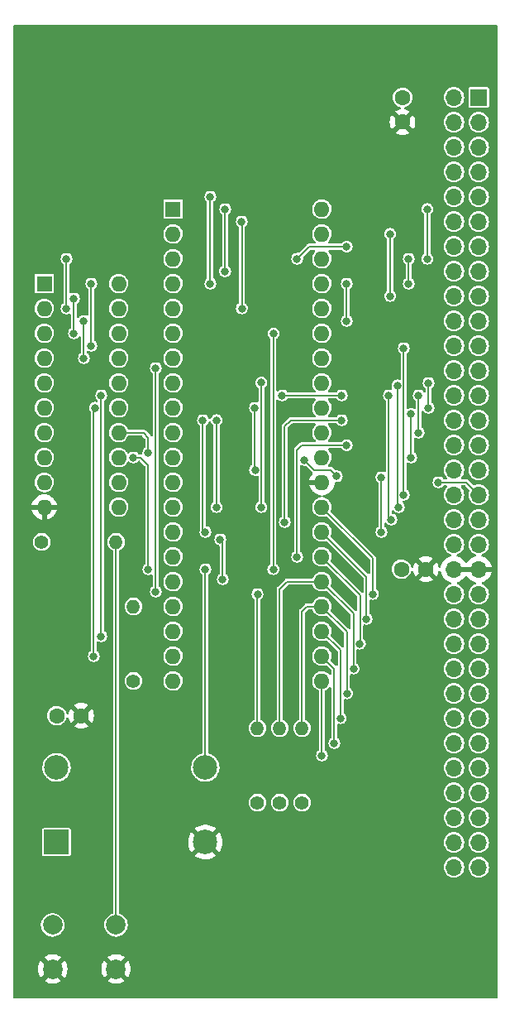
<source format=gbl>
G04 #@! TF.GenerationSoftware,KiCad,Pcbnew,(6.0.1)*
G04 #@! TF.CreationDate,2022-09-09T19:25:29-04:00*
G04 #@! TF.ProjectId,LB-Z80-01,4c422d5a-3830-42d3-9031-2e6b69636164,1*
G04 #@! TF.SameCoordinates,Original*
G04 #@! TF.FileFunction,Copper,L2,Bot*
G04 #@! TF.FilePolarity,Positive*
%FSLAX46Y46*%
G04 Gerber Fmt 4.6, Leading zero omitted, Abs format (unit mm)*
G04 Created by KiCad (PCBNEW (6.0.1)) date 2022-09-09 19:25:29*
%MOMM*%
%LPD*%
G01*
G04 APERTURE LIST*
G04 #@! TA.AperFunction,ComponentPad*
%ADD10R,1.600000X1.600000*%
G04 #@! TD*
G04 #@! TA.AperFunction,ComponentPad*
%ADD11O,1.600000X1.600000*%
G04 #@! TD*
G04 #@! TA.AperFunction,ComponentPad*
%ADD12R,2.500000X2.500000*%
G04 #@! TD*
G04 #@! TA.AperFunction,ComponentPad*
%ADD13C,2.500000*%
G04 #@! TD*
G04 #@! TA.AperFunction,ComponentPad*
%ADD14C,2.000000*%
G04 #@! TD*
G04 #@! TA.AperFunction,ComponentPad*
%ADD15C,1.400000*%
G04 #@! TD*
G04 #@! TA.AperFunction,ComponentPad*
%ADD16O,1.400000X1.400000*%
G04 #@! TD*
G04 #@! TA.AperFunction,ComponentPad*
%ADD17R,1.700000X1.700000*%
G04 #@! TD*
G04 #@! TA.AperFunction,ComponentPad*
%ADD18O,1.700000X1.700000*%
G04 #@! TD*
G04 #@! TA.AperFunction,ComponentPad*
%ADD19C,1.600000*%
G04 #@! TD*
G04 #@! TA.AperFunction,ViaPad*
%ADD20C,0.800000*%
G04 #@! TD*
G04 #@! TA.AperFunction,Conductor*
%ADD21C,0.203200*%
G04 #@! TD*
G04 APERTURE END LIST*
D10*
X135392000Y-73665000D03*
D11*
X135392000Y-76205000D03*
X135392000Y-78745000D03*
X135392000Y-81285000D03*
X135392000Y-83825000D03*
X135392000Y-86365000D03*
X135392000Y-88905000D03*
X135392000Y-91445000D03*
X135392000Y-93985000D03*
X135392000Y-96525000D03*
X143012000Y-96525000D03*
X143012000Y-93985000D03*
X143012000Y-91445000D03*
X143012000Y-88905000D03*
X143012000Y-86365000D03*
X143012000Y-83825000D03*
X143012000Y-81285000D03*
X143012000Y-78745000D03*
X143012000Y-76205000D03*
X143012000Y-73665000D03*
D12*
X136652000Y-130772000D03*
D13*
X151892000Y-130772000D03*
X151892000Y-123152000D03*
X136652000Y-123152000D03*
D14*
X142748000Y-143764000D03*
X136248000Y-143764000D03*
X142748000Y-139264000D03*
X136248000Y-139264000D03*
D15*
X135128000Y-100076000D03*
D16*
X142748000Y-100076000D03*
D15*
X161798000Y-126746000D03*
D16*
X161798000Y-119126000D03*
D15*
X144526000Y-114300000D03*
D16*
X144526000Y-106680000D03*
D15*
X157226000Y-126746000D03*
D16*
X157226000Y-119126000D03*
D15*
X159512000Y-126746000D03*
D16*
X159512000Y-119126000D03*
D17*
X179890000Y-54615000D03*
D18*
X177350000Y-54615000D03*
X179890000Y-57155000D03*
X177350000Y-57155000D03*
X179890000Y-59695000D03*
X177350000Y-59695000D03*
X179890000Y-62235000D03*
X177350000Y-62235000D03*
X179890000Y-64775000D03*
X177350000Y-64775000D03*
X179890000Y-67315000D03*
X177350000Y-67315000D03*
X179890000Y-69855000D03*
X177350000Y-69855000D03*
X179890000Y-72395000D03*
X177350000Y-72395000D03*
X179890000Y-74935000D03*
X177350000Y-74935000D03*
X179890000Y-77475000D03*
X177350000Y-77475000D03*
X179890000Y-80015000D03*
X177350000Y-80015000D03*
X179890000Y-82555000D03*
X177350000Y-82555000D03*
X179890000Y-85095000D03*
X177350000Y-85095000D03*
X179890000Y-87635000D03*
X177350000Y-87635000D03*
X179890000Y-90175000D03*
X177350000Y-90175000D03*
X179890000Y-92715000D03*
X177350000Y-92715000D03*
X179890000Y-95255000D03*
X177350000Y-95255000D03*
X179890000Y-97795000D03*
X177350000Y-97795000D03*
X179890000Y-100335000D03*
X177350000Y-100335000D03*
X179890000Y-102875000D03*
X177350000Y-102875000D03*
X179890000Y-105415000D03*
X177350000Y-105415000D03*
X179890000Y-107955000D03*
X177350000Y-107955000D03*
X179890000Y-110495000D03*
X177350000Y-110495000D03*
X179890000Y-113035000D03*
X177350000Y-113035000D03*
X179890000Y-115575000D03*
X177350000Y-115575000D03*
X179890000Y-118115000D03*
X177350000Y-118115000D03*
X179890000Y-120655000D03*
X177350000Y-120655000D03*
X179890000Y-123195000D03*
X177350000Y-123195000D03*
X179890000Y-125735000D03*
X177350000Y-125735000D03*
X179890000Y-128275000D03*
X177350000Y-128275000D03*
X179890000Y-130815000D03*
X177350000Y-130815000D03*
X179890000Y-133355000D03*
X177350000Y-133355000D03*
D10*
X148590000Y-66040000D03*
D11*
X148590000Y-68580000D03*
X148590000Y-71120000D03*
X148590000Y-73660000D03*
X148590000Y-76200000D03*
X148590000Y-78740000D03*
X148590000Y-81280000D03*
X148590000Y-83820000D03*
X148590000Y-86360000D03*
X148590000Y-88900000D03*
X148590000Y-91440000D03*
X148590000Y-93980000D03*
X148590000Y-96520000D03*
X148590000Y-99060000D03*
X148590000Y-101600000D03*
X148590000Y-104140000D03*
X148590000Y-106680000D03*
X148590000Y-109220000D03*
X148590000Y-111760000D03*
X148590000Y-114300000D03*
X163830000Y-114300000D03*
X163830000Y-111760000D03*
X163830000Y-109220000D03*
X163830000Y-106680000D03*
X163830000Y-104140000D03*
X163830000Y-101600000D03*
X163830000Y-99060000D03*
X163830000Y-96520000D03*
X163830000Y-93980000D03*
X163830000Y-91440000D03*
X163830000Y-88900000D03*
X163830000Y-86360000D03*
X163830000Y-83820000D03*
X163830000Y-81280000D03*
X163830000Y-78740000D03*
X163830000Y-76200000D03*
X163830000Y-73660000D03*
X163830000Y-71120000D03*
X163830000Y-68580000D03*
X163830000Y-66040000D03*
D19*
X139172000Y-117856000D03*
X136672000Y-117856000D03*
X172085000Y-57130000D03*
X172085000Y-54630000D03*
X174478000Y-102870000D03*
X171978000Y-102870000D03*
D20*
X169926000Y-99060000D03*
X170942000Y-97790000D03*
X172974000Y-87013511D03*
X172974000Y-91440000D03*
X171558500Y-84074000D03*
X174752000Y-86360000D03*
X175768000Y-93980000D03*
X165354000Y-93368500D03*
X162052000Y-91694000D03*
X169926000Y-93472000D03*
X146050000Y-90932000D03*
X165862000Y-87630000D03*
X170688000Y-85090000D03*
X165862000Y-85090000D03*
X171704000Y-96520000D03*
X172212000Y-95250000D03*
X156972000Y-86360000D03*
X156977000Y-92715000D03*
X169055500Y-105410000D03*
X168402000Y-107950000D03*
X167714000Y-110490000D03*
X167060500Y-113030000D03*
X166407000Y-115570000D03*
X165753500Y-118110000D03*
X165100000Y-120650000D03*
X163830000Y-121920000D03*
X151638000Y-87630000D03*
X159766000Y-85090000D03*
X172212000Y-80264000D03*
X153670000Y-103886000D03*
X153416000Y-99822000D03*
X146050000Y-102870000D03*
X144526000Y-91440000D03*
X151892000Y-99060000D03*
X160020000Y-98044000D03*
X146812000Y-82296000D03*
X146812000Y-105156000D03*
X140462000Y-111760000D03*
X140570500Y-86360000D03*
X141224000Y-109728000D03*
X141224000Y-85090000D03*
X140208000Y-80010000D03*
X140208000Y-73660000D03*
X139446000Y-77470000D03*
X139446000Y-81280000D03*
X138430000Y-78740000D03*
X138430000Y-75184000D03*
X137668000Y-76200000D03*
X137668000Y-71120000D03*
X151892000Y-102870000D03*
X157230895Y-105414895D03*
X153919000Y-72395000D03*
X153924000Y-66040000D03*
X166370000Y-69887011D03*
X161290000Y-71120000D03*
X152400000Y-73660000D03*
X152400000Y-64770000D03*
X155620800Y-67315000D03*
X155625800Y-76200000D03*
X157632400Y-96520000D03*
X157632400Y-83794600D03*
X173736000Y-88900000D03*
X173736000Y-85090000D03*
X174752000Y-83820000D03*
X153035000Y-96520000D03*
X153035000Y-87630000D03*
X161290000Y-101600000D03*
X166370000Y-90188500D03*
X166370000Y-77470000D03*
X166370000Y-73660000D03*
X172720000Y-71120000D03*
X172720000Y-73660000D03*
X170815000Y-68580000D03*
X170815000Y-74930000D03*
X174625000Y-71120000D03*
X174625000Y-66040000D03*
X158851600Y-102870000D03*
X158877000Y-78765400D03*
D21*
X169055500Y-101745500D02*
X163830000Y-96520000D01*
X169055500Y-105410000D02*
X169055500Y-101745500D01*
X172720000Y-71120000D02*
X172720000Y-73660000D01*
X169926000Y-93472000D02*
X169926000Y-99060000D01*
X170688000Y-85090000D02*
X170688000Y-97790000D01*
X172974000Y-87013511D02*
X172974000Y-91440000D01*
X171558500Y-96374500D02*
X171558500Y-84074000D01*
X174752000Y-86360000D02*
X174752000Y-83820000D01*
X175768000Y-93980000D02*
X178615000Y-93980000D01*
X165354000Y-93368500D02*
X164695500Y-92710000D01*
X163068000Y-92710000D02*
X164695500Y-92710000D01*
X162052000Y-91694000D02*
X163068000Y-92710000D01*
X166370000Y-90188500D02*
X161779500Y-90188500D01*
X161779500Y-90188500D02*
X161290000Y-90678000D01*
X161290000Y-90678000D02*
X161290000Y-101600000D01*
X146050000Y-90932000D02*
X146050000Y-89408000D01*
X146050000Y-89408000D02*
X145547000Y-88905000D01*
X145547000Y-88905000D02*
X143012000Y-88905000D01*
X160655000Y-87630000D02*
X165862000Y-87630000D01*
X171558500Y-96374500D02*
X171704000Y-96520000D01*
X172212000Y-80264000D02*
X172212000Y-95250000D01*
X165753500Y-111143500D02*
X165753500Y-118110000D01*
X163830000Y-109220000D02*
X165753500Y-111143500D01*
X166407000Y-109257000D02*
X166407000Y-115570000D01*
X163830000Y-106680000D02*
X166407000Y-109257000D01*
X167060500Y-107370500D02*
X167060500Y-113030000D01*
X163830000Y-104140000D02*
X167060500Y-107370500D01*
X167748489Y-110455511D02*
X167714000Y-110490000D01*
X163830000Y-101600000D02*
X167748489Y-105518489D01*
X167748489Y-105518489D02*
X167748489Y-110455511D01*
X168402000Y-103632000D02*
X168402000Y-107950000D01*
X163830000Y-99060000D02*
X168402000Y-103632000D01*
X156972000Y-92710000D02*
X156977000Y-92715000D01*
X156972000Y-86360000D02*
X156972000Y-92710000D01*
X165100000Y-113030000D02*
X165100000Y-120650000D01*
X163830000Y-111760000D02*
X165100000Y-113030000D01*
X163830000Y-114300000D02*
X163830000Y-121920000D01*
X142748000Y-139264000D02*
X142748000Y-100076000D01*
X151638000Y-87630000D02*
X151638000Y-98806000D01*
X151638000Y-98806000D02*
X151892000Y-99060000D01*
X160020000Y-85090000D02*
X159766000Y-85090000D01*
X160020000Y-85090000D02*
X165862000Y-85090000D01*
X153670000Y-100076000D02*
X153670000Y-103886000D01*
X153416000Y-99822000D02*
X153670000Y-100076000D01*
X145288000Y-91440000D02*
X146050000Y-92202000D01*
X144526000Y-91440000D02*
X145288000Y-91440000D01*
X146050000Y-92202000D02*
X146050000Y-102870000D01*
X178615000Y-93980000D02*
X179890000Y-95255000D01*
X160020000Y-98044000D02*
X160020000Y-88265000D01*
X146812000Y-105156000D02*
X146812000Y-82296000D01*
X140462000Y-111760000D02*
X140462000Y-86468500D01*
X140462000Y-86468500D02*
X140570500Y-86360000D01*
X141224000Y-109728000D02*
X141224000Y-85090000D01*
X140208000Y-73660000D02*
X140208000Y-80010000D01*
X139446000Y-81280000D02*
X139446000Y-77470000D01*
X138430000Y-78740000D02*
X138430000Y-75184000D01*
X137668000Y-71120000D02*
X137668000Y-76200000D01*
X151892000Y-123152000D02*
X151892000Y-102870000D01*
X162306000Y-106680000D02*
X163830000Y-106680000D01*
X161798000Y-107188000D02*
X162306000Y-106680000D01*
X161798000Y-119126000D02*
X161798000Y-107188000D01*
X160274000Y-104140000D02*
X163830000Y-104140000D01*
X159512000Y-104902000D02*
X160274000Y-104140000D01*
X159512000Y-119126000D02*
X159512000Y-104902000D01*
X157226000Y-105419790D02*
X157230895Y-105414895D01*
X157226000Y-119126000D02*
X157226000Y-105419790D01*
X153919000Y-66045000D02*
X153924000Y-66040000D01*
X153919000Y-72395000D02*
X153919000Y-66045000D01*
X162522989Y-69887011D02*
X161290000Y-71120000D01*
X166370000Y-69887011D02*
X162522989Y-69887011D01*
X152362989Y-64807011D02*
X152362989Y-73622989D01*
X152362989Y-73622989D02*
X152400000Y-73660000D01*
X152400000Y-64770000D02*
X152362989Y-64807011D01*
X155625800Y-67320000D02*
X155620800Y-67315000D01*
X155625800Y-76200000D02*
X155625800Y-67320000D01*
X157632400Y-96520000D02*
X157632400Y-83794600D01*
X173736000Y-88881489D02*
X173736000Y-85090011D01*
X153035000Y-87630000D02*
X153035000Y-96520000D01*
X160655000Y-87630000D02*
X160020000Y-88265000D01*
X166370000Y-77470000D02*
X166370000Y-73660000D01*
X170815000Y-74930000D02*
X170815000Y-68580000D01*
X174625000Y-66040000D02*
X174625000Y-71120000D01*
X158851600Y-78790800D02*
X158877000Y-78765400D01*
X158851600Y-102870000D02*
X158851600Y-78790800D01*
G04 #@! TA.AperFunction,Conductor*
G36*
X181738921Y-47223202D02*
G01*
X181785414Y-47276858D01*
X181796800Y-47329200D01*
X181796800Y-146670800D01*
X181776798Y-146738921D01*
X181723142Y-146785414D01*
X181670800Y-146796800D01*
X132329200Y-146796800D01*
X132261079Y-146776798D01*
X132214586Y-146723142D01*
X132203200Y-146670800D01*
X132203200Y-144996670D01*
X135380160Y-144996670D01*
X135385887Y-145004320D01*
X135557042Y-145109205D01*
X135565837Y-145113687D01*
X135775988Y-145200734D01*
X135785373Y-145203783D01*
X136006554Y-145256885D01*
X136016301Y-145258428D01*
X136243070Y-145276275D01*
X136252930Y-145276275D01*
X136479699Y-145258428D01*
X136489446Y-145256885D01*
X136710627Y-145203783D01*
X136720012Y-145200734D01*
X136930163Y-145113687D01*
X136938958Y-145109205D01*
X137106445Y-145006568D01*
X137115400Y-144996670D01*
X141880160Y-144996670D01*
X141885887Y-145004320D01*
X142057042Y-145109205D01*
X142065837Y-145113687D01*
X142275988Y-145200734D01*
X142285373Y-145203783D01*
X142506554Y-145256885D01*
X142516301Y-145258428D01*
X142743070Y-145276275D01*
X142752930Y-145276275D01*
X142979699Y-145258428D01*
X142989446Y-145256885D01*
X143210627Y-145203783D01*
X143220012Y-145200734D01*
X143430163Y-145113687D01*
X143438958Y-145109205D01*
X143606445Y-145006568D01*
X143615907Y-144996110D01*
X143612124Y-144987334D01*
X142760812Y-144136022D01*
X142746868Y-144128408D01*
X142745035Y-144128539D01*
X142738420Y-144132790D01*
X141886920Y-144984290D01*
X141880160Y-144996670D01*
X137115400Y-144996670D01*
X137115907Y-144996110D01*
X137112124Y-144987334D01*
X136260812Y-144136022D01*
X136246868Y-144128408D01*
X136245035Y-144128539D01*
X136238420Y-144132790D01*
X135386920Y-144984290D01*
X135380160Y-144996670D01*
X132203200Y-144996670D01*
X132203200Y-143768930D01*
X134735725Y-143768930D01*
X134753572Y-143995699D01*
X134755115Y-144005446D01*
X134808217Y-144226627D01*
X134811266Y-144236012D01*
X134898313Y-144446163D01*
X134902795Y-144454958D01*
X135005432Y-144622445D01*
X135015890Y-144631907D01*
X135024666Y-144628124D01*
X135875978Y-143776812D01*
X135882356Y-143765132D01*
X136612408Y-143765132D01*
X136612539Y-143766965D01*
X136616790Y-143773580D01*
X137468290Y-144625080D01*
X137480670Y-144631840D01*
X137488320Y-144626113D01*
X137593205Y-144454958D01*
X137597687Y-144446163D01*
X137684734Y-144236012D01*
X137687783Y-144226627D01*
X137740885Y-144005446D01*
X137742428Y-143995699D01*
X137760275Y-143768930D01*
X141235725Y-143768930D01*
X141253572Y-143995699D01*
X141255115Y-144005446D01*
X141308217Y-144226627D01*
X141311266Y-144236012D01*
X141398313Y-144446163D01*
X141402795Y-144454958D01*
X141505432Y-144622445D01*
X141515890Y-144631907D01*
X141524666Y-144628124D01*
X142375978Y-143776812D01*
X142382356Y-143765132D01*
X143112408Y-143765132D01*
X143112539Y-143766965D01*
X143116790Y-143773580D01*
X143968290Y-144625080D01*
X143980670Y-144631840D01*
X143988320Y-144626113D01*
X144093205Y-144454958D01*
X144097687Y-144446163D01*
X144184734Y-144236012D01*
X144187783Y-144226627D01*
X144240885Y-144005446D01*
X144242428Y-143995699D01*
X144260275Y-143768930D01*
X144260275Y-143759070D01*
X144242428Y-143532301D01*
X144240885Y-143522554D01*
X144187783Y-143301373D01*
X144184734Y-143291988D01*
X144097687Y-143081837D01*
X144093205Y-143073042D01*
X143990568Y-142905555D01*
X143980110Y-142896093D01*
X143971334Y-142899876D01*
X143120022Y-143751188D01*
X143112408Y-143765132D01*
X142382356Y-143765132D01*
X142383592Y-143762868D01*
X142383461Y-143761035D01*
X142379210Y-143754420D01*
X141527710Y-142902920D01*
X141515330Y-142896160D01*
X141507680Y-142901887D01*
X141402795Y-143073042D01*
X141398313Y-143081837D01*
X141311266Y-143291988D01*
X141308217Y-143301373D01*
X141255115Y-143522554D01*
X141253572Y-143532301D01*
X141235725Y-143759070D01*
X141235725Y-143768930D01*
X137760275Y-143768930D01*
X137760275Y-143759070D01*
X137742428Y-143532301D01*
X137740885Y-143522554D01*
X137687783Y-143301373D01*
X137684734Y-143291988D01*
X137597687Y-143081837D01*
X137593205Y-143073042D01*
X137490568Y-142905555D01*
X137480110Y-142896093D01*
X137471334Y-142899876D01*
X136620022Y-143751188D01*
X136612408Y-143765132D01*
X135882356Y-143765132D01*
X135883592Y-143762868D01*
X135883461Y-143761035D01*
X135879210Y-143754420D01*
X135027710Y-142902920D01*
X135015330Y-142896160D01*
X135007680Y-142901887D01*
X134902795Y-143073042D01*
X134898313Y-143081837D01*
X134811266Y-143291988D01*
X134808217Y-143301373D01*
X134755115Y-143522554D01*
X134753572Y-143532301D01*
X134735725Y-143759070D01*
X134735725Y-143768930D01*
X132203200Y-143768930D01*
X132203200Y-142531890D01*
X135380093Y-142531890D01*
X135383876Y-142540666D01*
X136235188Y-143391978D01*
X136249132Y-143399592D01*
X136250965Y-143399461D01*
X136257580Y-143395210D01*
X137109080Y-142543710D01*
X137115534Y-142531890D01*
X141880093Y-142531890D01*
X141883876Y-142540666D01*
X142735188Y-143391978D01*
X142749132Y-143399592D01*
X142750965Y-143399461D01*
X142757580Y-143395210D01*
X143609080Y-142543710D01*
X143615840Y-142531330D01*
X143610113Y-142523680D01*
X143438958Y-142418795D01*
X143430163Y-142414313D01*
X143220012Y-142327266D01*
X143210627Y-142324217D01*
X142989446Y-142271115D01*
X142979699Y-142269572D01*
X142752930Y-142251725D01*
X142743070Y-142251725D01*
X142516301Y-142269572D01*
X142506554Y-142271115D01*
X142285373Y-142324217D01*
X142275988Y-142327266D01*
X142065837Y-142414313D01*
X142057042Y-142418795D01*
X141889555Y-142521432D01*
X141880093Y-142531890D01*
X137115534Y-142531890D01*
X137115840Y-142531330D01*
X137110113Y-142523680D01*
X136938958Y-142418795D01*
X136930163Y-142414313D01*
X136720012Y-142327266D01*
X136710627Y-142324217D01*
X136489446Y-142271115D01*
X136479699Y-142269572D01*
X136252930Y-142251725D01*
X136243070Y-142251725D01*
X136016301Y-142269572D01*
X136006554Y-142271115D01*
X135785373Y-142324217D01*
X135775988Y-142327266D01*
X135565837Y-142414313D01*
X135557042Y-142418795D01*
X135389555Y-142521432D01*
X135380093Y-142531890D01*
X132203200Y-142531890D01*
X132203200Y-139232356D01*
X135039557Y-139232356D01*
X135054026Y-139453107D01*
X135108481Y-139667525D01*
X135201099Y-139868428D01*
X135328778Y-140049090D01*
X135487242Y-140203458D01*
X135671183Y-140326364D01*
X135676486Y-140328642D01*
X135676489Y-140328644D01*
X135762335Y-140365526D01*
X135874443Y-140413691D01*
X135980105Y-140437600D01*
X136084576Y-140461240D01*
X136084579Y-140461240D01*
X136090212Y-140462515D01*
X136095983Y-140462742D01*
X136095985Y-140462742D01*
X136164461Y-140465432D01*
X136311267Y-140471200D01*
X136420734Y-140455328D01*
X136524488Y-140440285D01*
X136524493Y-140440284D01*
X136530202Y-140439456D01*
X136535666Y-140437601D01*
X136535671Y-140437600D01*
X136734218Y-140370202D01*
X136739686Y-140368346D01*
X136932704Y-140260251D01*
X136997131Y-140206668D01*
X137098353Y-140122482D01*
X137102791Y-140118791D01*
X137244251Y-139948704D01*
X137352346Y-139755686D01*
X137382273Y-139667525D01*
X137421600Y-139551671D01*
X137421601Y-139551666D01*
X137423456Y-139546202D01*
X137424284Y-139540493D01*
X137424285Y-139540488D01*
X137454667Y-139330941D01*
X137455200Y-139327267D01*
X137456857Y-139264000D01*
X137453949Y-139232356D01*
X141539557Y-139232356D01*
X141554026Y-139453107D01*
X141608481Y-139667525D01*
X141701099Y-139868428D01*
X141828778Y-140049090D01*
X141987242Y-140203458D01*
X142171183Y-140326364D01*
X142176486Y-140328642D01*
X142176489Y-140328644D01*
X142262335Y-140365526D01*
X142374443Y-140413691D01*
X142480105Y-140437600D01*
X142584576Y-140461240D01*
X142584579Y-140461240D01*
X142590212Y-140462515D01*
X142595983Y-140462742D01*
X142595985Y-140462742D01*
X142664461Y-140465432D01*
X142811267Y-140471200D01*
X142920734Y-140455328D01*
X143024488Y-140440285D01*
X143024493Y-140440284D01*
X143030202Y-140439456D01*
X143035666Y-140437601D01*
X143035671Y-140437600D01*
X143234218Y-140370202D01*
X143239686Y-140368346D01*
X143432704Y-140260251D01*
X143497131Y-140206668D01*
X143598353Y-140122482D01*
X143602791Y-140118791D01*
X143744251Y-139948704D01*
X143852346Y-139755686D01*
X143882273Y-139667525D01*
X143921600Y-139551671D01*
X143921601Y-139551666D01*
X143923456Y-139546202D01*
X143924284Y-139540493D01*
X143924285Y-139540488D01*
X143954667Y-139330941D01*
X143955200Y-139327267D01*
X143956857Y-139264000D01*
X143936615Y-139043703D01*
X143876565Y-138830784D01*
X143864791Y-138806907D01*
X143781275Y-138637555D01*
X143778720Y-138632374D01*
X143646356Y-138455117D01*
X143483906Y-138304949D01*
X143399848Y-138251913D01*
X143301694Y-138189982D01*
X143301689Y-138189980D01*
X143296810Y-138186901D01*
X143132609Y-138121391D01*
X143076751Y-138077571D01*
X143053300Y-138004362D01*
X143053300Y-133340217D01*
X176291305Y-133340217D01*
X176291821Y-133346361D01*
X176308080Y-133539994D01*
X176308081Y-133539999D01*
X176308596Y-133546133D01*
X176365555Y-133744770D01*
X176460010Y-133928560D01*
X176463835Y-133933386D01*
X176463837Y-133933389D01*
X176584535Y-134085672D01*
X176588364Y-134090503D01*
X176745730Y-134224431D01*
X176926111Y-134325243D01*
X177122639Y-134389099D01*
X177327826Y-134413566D01*
X177333961Y-134413094D01*
X177333963Y-134413094D01*
X177527715Y-134398185D01*
X177527718Y-134398184D01*
X177533858Y-134397712D01*
X177732887Y-134342143D01*
X177917332Y-134248973D01*
X177944899Y-134227436D01*
X178075307Y-134125550D01*
X178075308Y-134125549D01*
X178080168Y-134121752D01*
X178215191Y-133965325D01*
X178317260Y-133785652D01*
X178382486Y-133589575D01*
X178408385Y-133384563D01*
X178408798Y-133355000D01*
X178407348Y-133340217D01*
X178831305Y-133340217D01*
X178831821Y-133346361D01*
X178848080Y-133539994D01*
X178848081Y-133539999D01*
X178848596Y-133546133D01*
X178905555Y-133744770D01*
X179000010Y-133928560D01*
X179003835Y-133933386D01*
X179003837Y-133933389D01*
X179124535Y-134085672D01*
X179128364Y-134090503D01*
X179285730Y-134224431D01*
X179466111Y-134325243D01*
X179662639Y-134389099D01*
X179867826Y-134413566D01*
X179873961Y-134413094D01*
X179873963Y-134413094D01*
X180067715Y-134398185D01*
X180067718Y-134398184D01*
X180073858Y-134397712D01*
X180272887Y-134342143D01*
X180457332Y-134248973D01*
X180484899Y-134227436D01*
X180615307Y-134125550D01*
X180615308Y-134125549D01*
X180620168Y-134121752D01*
X180755191Y-133965325D01*
X180857260Y-133785652D01*
X180922486Y-133589575D01*
X180948385Y-133384563D01*
X180948798Y-133355000D01*
X180928633Y-133149345D01*
X180868907Y-132951523D01*
X180771895Y-132769070D01*
X180768005Y-132764300D01*
X180768002Y-132764296D01*
X180645187Y-132613710D01*
X180645184Y-132613707D01*
X180641292Y-132608935D01*
X180636543Y-132605006D01*
X180486822Y-132481146D01*
X180486819Y-132481144D01*
X180482072Y-132477217D01*
X180300301Y-132378933D01*
X180152806Y-132333276D01*
X180108788Y-132319650D01*
X180108785Y-132319649D01*
X180102901Y-132317828D01*
X180096776Y-132317184D01*
X180096775Y-132317184D01*
X179903520Y-132296872D01*
X179903519Y-132296872D01*
X179897392Y-132296228D01*
X179770582Y-132307768D01*
X179697742Y-132314397D01*
X179697741Y-132314397D01*
X179691601Y-132314956D01*
X179493367Y-132373300D01*
X179310241Y-132469036D01*
X179149198Y-132598518D01*
X179016371Y-132756814D01*
X179013408Y-132762203D01*
X179013405Y-132762208D01*
X179009633Y-132769070D01*
X178916821Y-132937895D01*
X178854339Y-133134864D01*
X178853653Y-133140981D01*
X178853652Y-133140985D01*
X178831992Y-133334092D01*
X178831305Y-133340217D01*
X178407348Y-133340217D01*
X178388633Y-133149345D01*
X178328907Y-132951523D01*
X178231895Y-132769070D01*
X178228005Y-132764300D01*
X178228002Y-132764296D01*
X178105187Y-132613710D01*
X178105184Y-132613707D01*
X178101292Y-132608935D01*
X178096543Y-132605006D01*
X177946822Y-132481146D01*
X177946819Y-132481144D01*
X177942072Y-132477217D01*
X177760301Y-132378933D01*
X177612806Y-132333276D01*
X177568788Y-132319650D01*
X177568785Y-132319649D01*
X177562901Y-132317828D01*
X177556776Y-132317184D01*
X177556775Y-132317184D01*
X177363520Y-132296872D01*
X177363519Y-132296872D01*
X177357392Y-132296228D01*
X177230582Y-132307768D01*
X177157742Y-132314397D01*
X177157741Y-132314397D01*
X177151601Y-132314956D01*
X176953367Y-132373300D01*
X176770241Y-132469036D01*
X176609198Y-132598518D01*
X176476371Y-132756814D01*
X176473408Y-132762203D01*
X176473405Y-132762208D01*
X176469633Y-132769070D01*
X176376821Y-132937895D01*
X176314339Y-133134864D01*
X176313653Y-133140981D01*
X176313652Y-133140985D01*
X176291992Y-133334092D01*
X176291305Y-133340217D01*
X143053300Y-133340217D01*
X143053300Y-132181133D01*
X150847612Y-132181133D01*
X150856325Y-132192653D01*
X150954018Y-132264284D01*
X150961928Y-132269227D01*
X151184890Y-132386533D01*
X151193453Y-132390256D01*
X151431304Y-132473318D01*
X151440313Y-132475732D01*
X151687842Y-132522727D01*
X151697098Y-132523781D01*
X151948857Y-132533673D01*
X151958171Y-132533347D01*
X152208615Y-132505920D01*
X152217792Y-132504219D01*
X152461431Y-132440074D01*
X152470251Y-132437037D01*
X152701736Y-132337583D01*
X152710008Y-132333276D01*
X152924249Y-132200700D01*
X152931188Y-132195658D01*
X152939518Y-132183019D01*
X152933456Y-132172666D01*
X151904812Y-131144022D01*
X151890868Y-131136408D01*
X151889035Y-131136539D01*
X151882420Y-131140790D01*
X150854270Y-132168940D01*
X150847612Y-132181133D01*
X143053300Y-132181133D01*
X143053300Y-130730523D01*
X150129898Y-130730523D01*
X150141987Y-130982175D01*
X150143124Y-130991435D01*
X150192274Y-131238535D01*
X150194768Y-131247528D01*
X150279900Y-131484639D01*
X150283700Y-131493174D01*
X150402946Y-131715101D01*
X150407957Y-131722968D01*
X150471446Y-131807990D01*
X150482704Y-131816439D01*
X150495123Y-131809667D01*
X151519978Y-130784812D01*
X151526356Y-130773132D01*
X152256408Y-130773132D01*
X152256539Y-130774965D01*
X152260790Y-130781580D01*
X153291913Y-131812703D01*
X153304293Y-131819463D01*
X153312634Y-131813219D01*
X153438765Y-131617127D01*
X153443212Y-131608936D01*
X153546691Y-131379222D01*
X153549882Y-131370455D01*
X153618269Y-131127976D01*
X153620129Y-131118834D01*
X153652116Y-130867396D01*
X153652597Y-130861108D01*
X153654191Y-130800217D01*
X176291305Y-130800217D01*
X176291821Y-130806361D01*
X176308080Y-130999994D01*
X176308081Y-130999999D01*
X176308596Y-131006133D01*
X176310294Y-131012053D01*
X176348136Y-131144022D01*
X176365555Y-131204770D01*
X176460010Y-131388560D01*
X176463835Y-131393386D01*
X176463837Y-131393389D01*
X176536161Y-131484639D01*
X176588364Y-131550503D01*
X176745730Y-131684431D01*
X176926111Y-131785243D01*
X177122639Y-131849099D01*
X177327826Y-131873566D01*
X177333961Y-131873094D01*
X177333963Y-131873094D01*
X177527715Y-131858185D01*
X177527718Y-131858184D01*
X177533858Y-131857712D01*
X177732887Y-131802143D01*
X177917332Y-131708973D01*
X177944899Y-131687436D01*
X178075307Y-131585550D01*
X178075308Y-131585549D01*
X178080168Y-131581752D01*
X178215191Y-131425325D01*
X178317260Y-131245652D01*
X178382486Y-131049575D01*
X178408385Y-130844563D01*
X178408798Y-130815000D01*
X178407348Y-130800217D01*
X178831305Y-130800217D01*
X178831821Y-130806361D01*
X178848080Y-130999994D01*
X178848081Y-130999999D01*
X178848596Y-131006133D01*
X178850294Y-131012053D01*
X178888136Y-131144022D01*
X178905555Y-131204770D01*
X179000010Y-131388560D01*
X179003835Y-131393386D01*
X179003837Y-131393389D01*
X179076161Y-131484639D01*
X179128364Y-131550503D01*
X179285730Y-131684431D01*
X179466111Y-131785243D01*
X179662639Y-131849099D01*
X179867826Y-131873566D01*
X179873961Y-131873094D01*
X179873963Y-131873094D01*
X180067715Y-131858185D01*
X180067718Y-131858184D01*
X180073858Y-131857712D01*
X180272887Y-131802143D01*
X180457332Y-131708973D01*
X180484899Y-131687436D01*
X180615307Y-131585550D01*
X180615308Y-131585549D01*
X180620168Y-131581752D01*
X180755191Y-131425325D01*
X180857260Y-131245652D01*
X180922486Y-131049575D01*
X180948385Y-130844563D01*
X180948798Y-130815000D01*
X180928633Y-130609345D01*
X180868907Y-130411523D01*
X180820401Y-130320297D01*
X180774789Y-130234512D01*
X180774787Y-130234509D01*
X180771895Y-130229070D01*
X180768005Y-130224300D01*
X180768002Y-130224296D01*
X180645187Y-130073710D01*
X180645184Y-130073707D01*
X180641292Y-130068935D01*
X180636543Y-130065006D01*
X180486822Y-129941146D01*
X180486819Y-129941144D01*
X180482072Y-129937217D01*
X180300301Y-129838933D01*
X180201601Y-129808381D01*
X180108788Y-129779650D01*
X180108785Y-129779649D01*
X180102901Y-129777828D01*
X180096776Y-129777184D01*
X180096775Y-129777184D01*
X179903520Y-129756872D01*
X179903519Y-129756872D01*
X179897392Y-129756228D01*
X179770582Y-129767768D01*
X179697742Y-129774397D01*
X179697741Y-129774397D01*
X179691601Y-129774956D01*
X179493367Y-129833300D01*
X179310241Y-129929036D01*
X179149198Y-130058518D01*
X179016371Y-130216814D01*
X179013408Y-130222203D01*
X179013405Y-130222208D01*
X179009633Y-130229070D01*
X178916821Y-130397895D01*
X178854339Y-130594864D01*
X178853653Y-130600981D01*
X178853652Y-130600985D01*
X178840168Y-130721198D01*
X178831305Y-130800217D01*
X178407348Y-130800217D01*
X178388633Y-130609345D01*
X178328907Y-130411523D01*
X178280401Y-130320297D01*
X178234789Y-130234512D01*
X178234787Y-130234509D01*
X178231895Y-130229070D01*
X178228005Y-130224300D01*
X178228002Y-130224296D01*
X178105187Y-130073710D01*
X178105184Y-130073707D01*
X178101292Y-130068935D01*
X178096543Y-130065006D01*
X177946822Y-129941146D01*
X177946819Y-129941144D01*
X177942072Y-129937217D01*
X177760301Y-129838933D01*
X177661601Y-129808381D01*
X177568788Y-129779650D01*
X177568785Y-129779649D01*
X177562901Y-129777828D01*
X177556776Y-129777184D01*
X177556775Y-129777184D01*
X177363520Y-129756872D01*
X177363519Y-129756872D01*
X177357392Y-129756228D01*
X177230582Y-129767768D01*
X177157742Y-129774397D01*
X177157741Y-129774397D01*
X177151601Y-129774956D01*
X176953367Y-129833300D01*
X176770241Y-129929036D01*
X176609198Y-130058518D01*
X176476371Y-130216814D01*
X176473408Y-130222203D01*
X176473405Y-130222208D01*
X176469633Y-130229070D01*
X176376821Y-130397895D01*
X176314339Y-130594864D01*
X176313653Y-130600981D01*
X176313652Y-130600985D01*
X176300168Y-130721198D01*
X176291305Y-130800217D01*
X153654191Y-130800217D01*
X153654847Y-130775160D01*
X153654696Y-130768851D01*
X153635912Y-130516074D01*
X153634536Y-130506868D01*
X153578929Y-130261126D01*
X153576205Y-130252215D01*
X153484888Y-130017392D01*
X153480877Y-130008983D01*
X153355854Y-129790240D01*
X153350643Y-129782514D01*
X153313391Y-129735261D01*
X153301466Y-129726790D01*
X153289934Y-129733276D01*
X152264022Y-130759188D01*
X152256408Y-130773132D01*
X151526356Y-130773132D01*
X151527592Y-130770868D01*
X151527461Y-130769035D01*
X151523210Y-130762420D01*
X150493321Y-129732531D01*
X150480013Y-129725264D01*
X150469974Y-129732386D01*
X150459761Y-129744666D01*
X150454346Y-129752258D01*
X150323646Y-129967646D01*
X150319408Y-129975963D01*
X150221981Y-130208299D01*
X150219020Y-130217149D01*
X150157006Y-130461331D01*
X150155384Y-130470528D01*
X150130143Y-130721198D01*
X150129898Y-130730523D01*
X143053300Y-130730523D01*
X143053300Y-129360803D01*
X150845216Y-129360803D01*
X150849789Y-129370579D01*
X151879188Y-130399978D01*
X151893132Y-130407592D01*
X151894965Y-130407461D01*
X151901580Y-130403210D01*
X152930419Y-129374371D01*
X152936803Y-129362681D01*
X152927391Y-129350570D01*
X152790593Y-129255670D01*
X152782565Y-129250942D01*
X152556593Y-129139505D01*
X152547960Y-129136017D01*
X152307998Y-129059205D01*
X152298938Y-129057029D01*
X152050260Y-129016529D01*
X152040973Y-129015717D01*
X151789053Y-129012419D01*
X151779742Y-129012989D01*
X151530097Y-129046964D01*
X151520978Y-129048902D01*
X151279098Y-129119404D01*
X151270367Y-129122667D01*
X151041558Y-129228151D01*
X151033406Y-129232670D01*
X150854353Y-129350062D01*
X150845216Y-129360803D01*
X143053300Y-129360803D01*
X143053300Y-128260217D01*
X176291305Y-128260217D01*
X176291821Y-128266361D01*
X176308080Y-128459994D01*
X176308081Y-128459999D01*
X176308596Y-128466133D01*
X176365555Y-128664770D01*
X176460010Y-128848560D01*
X176463835Y-128853386D01*
X176463837Y-128853389D01*
X176584535Y-129005672D01*
X176588364Y-129010503D01*
X176593057Y-129014497D01*
X176593058Y-129014498D01*
X176735844Y-129136017D01*
X176745730Y-129144431D01*
X176926111Y-129245243D01*
X177122639Y-129309099D01*
X177327826Y-129333566D01*
X177333961Y-129333094D01*
X177333963Y-129333094D01*
X177527715Y-129318185D01*
X177527718Y-129318184D01*
X177533858Y-129317712D01*
X177732887Y-129262143D01*
X177917332Y-129168973D01*
X177944899Y-129147436D01*
X178075307Y-129045550D01*
X178075308Y-129045549D01*
X178080168Y-129041752D01*
X178215191Y-128885325D01*
X178317260Y-128705652D01*
X178382486Y-128509575D01*
X178408385Y-128304563D01*
X178408798Y-128275000D01*
X178407348Y-128260217D01*
X178831305Y-128260217D01*
X178831821Y-128266361D01*
X178848080Y-128459994D01*
X178848081Y-128459999D01*
X178848596Y-128466133D01*
X178905555Y-128664770D01*
X179000010Y-128848560D01*
X179003835Y-128853386D01*
X179003837Y-128853389D01*
X179124535Y-129005672D01*
X179128364Y-129010503D01*
X179133057Y-129014497D01*
X179133058Y-129014498D01*
X179275844Y-129136017D01*
X179285730Y-129144431D01*
X179466111Y-129245243D01*
X179662639Y-129309099D01*
X179867826Y-129333566D01*
X179873961Y-129333094D01*
X179873963Y-129333094D01*
X180067715Y-129318185D01*
X180067718Y-129318184D01*
X180073858Y-129317712D01*
X180272887Y-129262143D01*
X180457332Y-129168973D01*
X180484899Y-129147436D01*
X180615307Y-129045550D01*
X180615308Y-129045549D01*
X180620168Y-129041752D01*
X180755191Y-128885325D01*
X180857260Y-128705652D01*
X180922486Y-128509575D01*
X180948385Y-128304563D01*
X180948798Y-128275000D01*
X180928633Y-128069345D01*
X180868907Y-127871523D01*
X180771895Y-127689070D01*
X180768005Y-127684300D01*
X180768002Y-127684296D01*
X180645187Y-127533710D01*
X180645184Y-127533707D01*
X180641292Y-127528935D01*
X180636543Y-127525006D01*
X180486822Y-127401146D01*
X180486819Y-127401144D01*
X180482072Y-127397217D01*
X180300301Y-127298933D01*
X180201601Y-127268381D01*
X180108788Y-127239650D01*
X180108785Y-127239649D01*
X180102901Y-127237828D01*
X180096776Y-127237184D01*
X180096775Y-127237184D01*
X179903520Y-127216872D01*
X179903519Y-127216872D01*
X179897392Y-127216228D01*
X179770582Y-127227768D01*
X179697742Y-127234397D01*
X179697741Y-127234397D01*
X179691601Y-127234956D01*
X179493367Y-127293300D01*
X179310241Y-127389036D01*
X179149198Y-127518518D01*
X179145239Y-127523236D01*
X179145238Y-127523237D01*
X179040274Y-127648328D01*
X179016371Y-127676814D01*
X179013408Y-127682203D01*
X179013405Y-127682208D01*
X179009633Y-127689070D01*
X178916821Y-127857895D01*
X178854339Y-128054864D01*
X178853653Y-128060981D01*
X178853652Y-128060985D01*
X178831992Y-128254092D01*
X178831305Y-128260217D01*
X178407348Y-128260217D01*
X178388633Y-128069345D01*
X178328907Y-127871523D01*
X178231895Y-127689070D01*
X178228005Y-127684300D01*
X178228002Y-127684296D01*
X178105187Y-127533710D01*
X178105184Y-127533707D01*
X178101292Y-127528935D01*
X178096543Y-127525006D01*
X177946822Y-127401146D01*
X177946819Y-127401144D01*
X177942072Y-127397217D01*
X177760301Y-127298933D01*
X177661601Y-127268381D01*
X177568788Y-127239650D01*
X177568785Y-127239649D01*
X177562901Y-127237828D01*
X177556776Y-127237184D01*
X177556775Y-127237184D01*
X177363520Y-127216872D01*
X177363519Y-127216872D01*
X177357392Y-127216228D01*
X177230582Y-127227768D01*
X177157742Y-127234397D01*
X177157741Y-127234397D01*
X177151601Y-127234956D01*
X176953367Y-127293300D01*
X176770241Y-127389036D01*
X176609198Y-127518518D01*
X176605239Y-127523236D01*
X176605238Y-127523237D01*
X176500274Y-127648328D01*
X176476371Y-127676814D01*
X176473408Y-127682203D01*
X176473405Y-127682208D01*
X176469633Y-127689070D01*
X176376821Y-127857895D01*
X176314339Y-128054864D01*
X176313653Y-128060981D01*
X176313652Y-128060985D01*
X176291992Y-128254092D01*
X176291305Y-128260217D01*
X143053300Y-128260217D01*
X143053300Y-126746000D01*
X156317322Y-126746000D01*
X156337179Y-126934925D01*
X156395881Y-127115593D01*
X156399184Y-127121315D01*
X156399185Y-127121316D01*
X156475646Y-127253750D01*
X156490864Y-127280108D01*
X156495282Y-127285015D01*
X156495283Y-127285016D01*
X156592420Y-127392896D01*
X156617976Y-127421279D01*
X156623315Y-127425158D01*
X156760744Y-127525006D01*
X156771661Y-127532938D01*
X156777689Y-127535622D01*
X156777691Y-127535623D01*
X156939172Y-127607519D01*
X156945203Y-127610204D01*
X157038110Y-127629952D01*
X157124560Y-127648328D01*
X157124564Y-127648328D01*
X157131017Y-127649700D01*
X157320983Y-127649700D01*
X157327436Y-127648328D01*
X157327440Y-127648328D01*
X157413890Y-127629952D01*
X157506797Y-127610204D01*
X157512828Y-127607519D01*
X157674309Y-127535623D01*
X157674311Y-127535622D01*
X157680339Y-127532938D01*
X157691257Y-127525006D01*
X157828685Y-127425158D01*
X157834024Y-127421279D01*
X157859581Y-127392896D01*
X157956717Y-127285016D01*
X157956718Y-127285015D01*
X157961136Y-127280108D01*
X157976354Y-127253750D01*
X158052815Y-127121316D01*
X158052816Y-127121315D01*
X158056119Y-127115593D01*
X158114821Y-126934925D01*
X158134678Y-126746000D01*
X158603322Y-126746000D01*
X158623179Y-126934925D01*
X158681881Y-127115593D01*
X158685184Y-127121315D01*
X158685185Y-127121316D01*
X158761646Y-127253750D01*
X158776864Y-127280108D01*
X158781282Y-127285015D01*
X158781283Y-127285016D01*
X158878420Y-127392896D01*
X158903976Y-127421279D01*
X158909315Y-127425158D01*
X159046744Y-127525006D01*
X159057661Y-127532938D01*
X159063689Y-127535622D01*
X159063691Y-127535623D01*
X159225172Y-127607519D01*
X159231203Y-127610204D01*
X159324110Y-127629952D01*
X159410560Y-127648328D01*
X159410564Y-127648328D01*
X159417017Y-127649700D01*
X159606983Y-127649700D01*
X159613436Y-127648328D01*
X159613440Y-127648328D01*
X159699890Y-127629952D01*
X159792797Y-127610204D01*
X159798828Y-127607519D01*
X159960309Y-127535623D01*
X159960311Y-127535622D01*
X159966339Y-127532938D01*
X159977257Y-127525006D01*
X160114685Y-127425158D01*
X160120024Y-127421279D01*
X160145581Y-127392896D01*
X160242717Y-127285016D01*
X160242718Y-127285015D01*
X160247136Y-127280108D01*
X160262354Y-127253750D01*
X160338815Y-127121316D01*
X160338816Y-127121315D01*
X160342119Y-127115593D01*
X160400821Y-126934925D01*
X160420678Y-126746000D01*
X160889322Y-126746000D01*
X160909179Y-126934925D01*
X160967881Y-127115593D01*
X160971184Y-127121315D01*
X160971185Y-127121316D01*
X161047646Y-127253750D01*
X161062864Y-127280108D01*
X161067282Y-127285015D01*
X161067283Y-127285016D01*
X161164420Y-127392896D01*
X161189976Y-127421279D01*
X161195315Y-127425158D01*
X161332744Y-127525006D01*
X161343661Y-127532938D01*
X161349689Y-127535622D01*
X161349691Y-127535623D01*
X161511172Y-127607519D01*
X161517203Y-127610204D01*
X161610110Y-127629952D01*
X161696560Y-127648328D01*
X161696564Y-127648328D01*
X161703017Y-127649700D01*
X161892983Y-127649700D01*
X161899436Y-127648328D01*
X161899440Y-127648328D01*
X161985890Y-127629952D01*
X162078797Y-127610204D01*
X162084828Y-127607519D01*
X162246309Y-127535623D01*
X162246311Y-127535622D01*
X162252339Y-127532938D01*
X162263257Y-127525006D01*
X162400685Y-127425158D01*
X162406024Y-127421279D01*
X162431581Y-127392896D01*
X162528717Y-127285016D01*
X162528718Y-127285015D01*
X162533136Y-127280108D01*
X162548354Y-127253750D01*
X162624815Y-127121316D01*
X162624816Y-127121315D01*
X162628119Y-127115593D01*
X162686821Y-126934925D01*
X162706678Y-126746000D01*
X162686821Y-126557075D01*
X162628119Y-126376407D01*
X162612866Y-126349987D01*
X162536439Y-126217613D01*
X162533136Y-126211892D01*
X162459622Y-126130247D01*
X162410439Y-126075624D01*
X162410438Y-126075623D01*
X162406024Y-126070721D01*
X162386936Y-126056853D01*
X162257681Y-125962943D01*
X162257680Y-125962942D01*
X162252339Y-125959062D01*
X162246311Y-125956378D01*
X162246309Y-125956377D01*
X162084828Y-125884481D01*
X162084827Y-125884481D01*
X162078797Y-125881796D01*
X161985890Y-125862048D01*
X161899440Y-125843672D01*
X161899436Y-125843672D01*
X161892983Y-125842300D01*
X161703017Y-125842300D01*
X161696564Y-125843672D01*
X161696560Y-125843672D01*
X161610110Y-125862048D01*
X161517203Y-125881796D01*
X161511173Y-125884481D01*
X161511172Y-125884481D01*
X161349691Y-125956377D01*
X161349689Y-125956378D01*
X161343661Y-125959062D01*
X161338320Y-125962942D01*
X161338319Y-125962943D01*
X161209064Y-126056853D01*
X161189976Y-126070721D01*
X161185562Y-126075623D01*
X161185561Y-126075624D01*
X161136378Y-126130247D01*
X161062864Y-126211892D01*
X161059561Y-126217613D01*
X160983135Y-126349987D01*
X160967881Y-126376407D01*
X160909179Y-126557075D01*
X160889322Y-126746000D01*
X160420678Y-126746000D01*
X160400821Y-126557075D01*
X160342119Y-126376407D01*
X160326866Y-126349987D01*
X160250439Y-126217613D01*
X160247136Y-126211892D01*
X160173622Y-126130247D01*
X160124439Y-126075624D01*
X160124438Y-126075623D01*
X160120024Y-126070721D01*
X160100936Y-126056853D01*
X159971681Y-125962943D01*
X159971680Y-125962942D01*
X159966339Y-125959062D01*
X159960311Y-125956378D01*
X159960309Y-125956377D01*
X159798828Y-125884481D01*
X159798827Y-125884481D01*
X159792797Y-125881796D01*
X159699890Y-125862048D01*
X159613440Y-125843672D01*
X159613436Y-125843672D01*
X159606983Y-125842300D01*
X159417017Y-125842300D01*
X159410564Y-125843672D01*
X159410560Y-125843672D01*
X159324110Y-125862048D01*
X159231203Y-125881796D01*
X159225173Y-125884481D01*
X159225172Y-125884481D01*
X159063691Y-125956377D01*
X159063689Y-125956378D01*
X159057661Y-125959062D01*
X159052320Y-125962942D01*
X159052319Y-125962943D01*
X158923064Y-126056853D01*
X158903976Y-126070721D01*
X158899562Y-126075623D01*
X158899561Y-126075624D01*
X158850378Y-126130247D01*
X158776864Y-126211892D01*
X158773561Y-126217613D01*
X158697135Y-126349987D01*
X158681881Y-126376407D01*
X158623179Y-126557075D01*
X158603322Y-126746000D01*
X158134678Y-126746000D01*
X158114821Y-126557075D01*
X158056119Y-126376407D01*
X158040866Y-126349987D01*
X157964439Y-126217613D01*
X157961136Y-126211892D01*
X157887622Y-126130247D01*
X157838439Y-126075624D01*
X157838438Y-126075623D01*
X157834024Y-126070721D01*
X157814936Y-126056853D01*
X157685681Y-125962943D01*
X157685680Y-125962942D01*
X157680339Y-125959062D01*
X157674311Y-125956378D01*
X157674309Y-125956377D01*
X157512828Y-125884481D01*
X157512827Y-125884481D01*
X157506797Y-125881796D01*
X157413890Y-125862048D01*
X157327440Y-125843672D01*
X157327436Y-125843672D01*
X157320983Y-125842300D01*
X157131017Y-125842300D01*
X157124564Y-125843672D01*
X157124560Y-125843672D01*
X157038110Y-125862048D01*
X156945203Y-125881796D01*
X156939173Y-125884481D01*
X156939172Y-125884481D01*
X156777691Y-125956377D01*
X156777689Y-125956378D01*
X156771661Y-125959062D01*
X156766320Y-125962942D01*
X156766319Y-125962943D01*
X156637064Y-126056853D01*
X156617976Y-126070721D01*
X156613562Y-126075623D01*
X156613561Y-126075624D01*
X156564378Y-126130247D01*
X156490864Y-126211892D01*
X156487561Y-126217613D01*
X156411135Y-126349987D01*
X156395881Y-126376407D01*
X156337179Y-126557075D01*
X156317322Y-126746000D01*
X143053300Y-126746000D01*
X143053300Y-125720217D01*
X176291305Y-125720217D01*
X176291821Y-125726361D01*
X176308080Y-125919994D01*
X176308081Y-125919999D01*
X176308596Y-125926133D01*
X176365555Y-126124770D01*
X176460010Y-126308560D01*
X176463835Y-126313386D01*
X176463837Y-126313389D01*
X176518766Y-126382692D01*
X176588364Y-126470503D01*
X176593057Y-126474497D01*
X176593058Y-126474498D01*
X176682709Y-126550796D01*
X176745730Y-126604431D01*
X176926111Y-126705243D01*
X177122639Y-126769099D01*
X177327826Y-126793566D01*
X177333961Y-126793094D01*
X177333963Y-126793094D01*
X177527715Y-126778185D01*
X177527718Y-126778184D01*
X177533858Y-126777712D01*
X177732887Y-126722143D01*
X177917332Y-126628973D01*
X177944899Y-126607436D01*
X178075307Y-126505550D01*
X178075308Y-126505549D01*
X178080168Y-126501752D01*
X178215191Y-126345325D01*
X178317260Y-126165652D01*
X178382486Y-125969575D01*
X178408385Y-125764563D01*
X178408798Y-125735000D01*
X178407348Y-125720217D01*
X178831305Y-125720217D01*
X178831821Y-125726361D01*
X178848080Y-125919994D01*
X178848081Y-125919999D01*
X178848596Y-125926133D01*
X178905555Y-126124770D01*
X179000010Y-126308560D01*
X179003835Y-126313386D01*
X179003837Y-126313389D01*
X179058766Y-126382692D01*
X179128364Y-126470503D01*
X179133057Y-126474497D01*
X179133058Y-126474498D01*
X179222709Y-126550796D01*
X179285730Y-126604431D01*
X179466111Y-126705243D01*
X179662639Y-126769099D01*
X179867826Y-126793566D01*
X179873961Y-126793094D01*
X179873963Y-126793094D01*
X180067715Y-126778185D01*
X180067718Y-126778184D01*
X180073858Y-126777712D01*
X180272887Y-126722143D01*
X180457332Y-126628973D01*
X180484899Y-126607436D01*
X180615307Y-126505550D01*
X180615308Y-126505549D01*
X180620168Y-126501752D01*
X180755191Y-126345325D01*
X180857260Y-126165652D01*
X180922486Y-125969575D01*
X180948385Y-125764563D01*
X180948798Y-125735000D01*
X180928633Y-125529345D01*
X180868907Y-125331523D01*
X180771895Y-125149070D01*
X180768005Y-125144300D01*
X180768002Y-125144296D01*
X180645187Y-124993710D01*
X180645184Y-124993707D01*
X180641292Y-124988935D01*
X180636543Y-124985006D01*
X180486822Y-124861146D01*
X180486819Y-124861144D01*
X180482072Y-124857217D01*
X180300301Y-124758933D01*
X180201601Y-124728380D01*
X180108788Y-124699650D01*
X180108785Y-124699649D01*
X180102901Y-124697828D01*
X180096776Y-124697184D01*
X180096775Y-124697184D01*
X179903520Y-124676872D01*
X179903519Y-124676872D01*
X179897392Y-124676228D01*
X179770582Y-124687768D01*
X179697742Y-124694397D01*
X179697741Y-124694397D01*
X179691601Y-124694956D01*
X179493367Y-124753300D01*
X179310241Y-124849036D01*
X179149198Y-124978518D01*
X179016371Y-125136814D01*
X179013408Y-125142203D01*
X179013405Y-125142208D01*
X179009633Y-125149070D01*
X178916821Y-125317895D01*
X178854339Y-125514864D01*
X178853653Y-125520981D01*
X178853652Y-125520985D01*
X178831992Y-125714092D01*
X178831305Y-125720217D01*
X178407348Y-125720217D01*
X178388633Y-125529345D01*
X178328907Y-125331523D01*
X178231895Y-125149070D01*
X178228005Y-125144300D01*
X178228002Y-125144296D01*
X178105187Y-124993710D01*
X178105184Y-124993707D01*
X178101292Y-124988935D01*
X178096543Y-124985006D01*
X177946822Y-124861146D01*
X177946819Y-124861144D01*
X177942072Y-124857217D01*
X177760301Y-124758933D01*
X177661601Y-124728380D01*
X177568788Y-124699650D01*
X177568785Y-124699649D01*
X177562901Y-124697828D01*
X177556776Y-124697184D01*
X177556775Y-124697184D01*
X177363520Y-124676872D01*
X177363519Y-124676872D01*
X177357392Y-124676228D01*
X177230582Y-124687768D01*
X177157742Y-124694397D01*
X177157741Y-124694397D01*
X177151601Y-124694956D01*
X176953367Y-124753300D01*
X176770241Y-124849036D01*
X176609198Y-124978518D01*
X176476371Y-125136814D01*
X176473408Y-125142203D01*
X176473405Y-125142208D01*
X176469633Y-125149070D01*
X176376821Y-125317895D01*
X176314339Y-125514864D01*
X176313653Y-125520981D01*
X176313652Y-125520985D01*
X176291992Y-125714092D01*
X176291305Y-125720217D01*
X143053300Y-125720217D01*
X143053300Y-123116361D01*
X150433753Y-123116361D01*
X150434050Y-123121513D01*
X150434050Y-123121517D01*
X150439789Y-123221039D01*
X150447514Y-123355009D01*
X150448651Y-123360055D01*
X150448652Y-123360061D01*
X150471232Y-123460256D01*
X150500067Y-123588205D01*
X150502009Y-123592987D01*
X150502010Y-123592991D01*
X150517450Y-123631015D01*
X150590001Y-123809687D01*
X150714902Y-124013506D01*
X150871414Y-124194188D01*
X150875389Y-124197488D01*
X150875393Y-124197492D01*
X150924408Y-124238185D01*
X151055334Y-124346882D01*
X151059786Y-124349484D01*
X151059791Y-124349487D01*
X151257266Y-124464882D01*
X151261724Y-124467487D01*
X151485041Y-124552763D01*
X151490109Y-124553794D01*
X151490112Y-124553795D01*
X151605642Y-124577300D01*
X151719286Y-124600421D01*
X151724459Y-124600611D01*
X151724462Y-124600611D01*
X151953006Y-124608991D01*
X151953010Y-124608991D01*
X151958170Y-124609180D01*
X151963290Y-124608524D01*
X151963292Y-124608524D01*
X152036840Y-124599102D01*
X152195277Y-124578806D01*
X152200228Y-124577321D01*
X152200231Y-124577320D01*
X152419296Y-124511597D01*
X152424239Y-124510114D01*
X152511252Y-124467487D01*
X152634273Y-124407220D01*
X152634276Y-124407218D01*
X152638908Y-124404949D01*
X152833518Y-124266136D01*
X153002842Y-124097401D01*
X153024374Y-124067436D01*
X153139317Y-123907478D01*
X153139321Y-123907472D01*
X153142335Y-123903277D01*
X153248248Y-123688977D01*
X153281707Y-123578850D01*
X153316235Y-123465208D01*
X153316236Y-123465202D01*
X153317739Y-123460256D01*
X153348941Y-123223256D01*
X153349545Y-123198522D01*
X153349992Y-123180217D01*
X176291305Y-123180217D01*
X176291821Y-123186361D01*
X176308080Y-123379994D01*
X176308081Y-123379999D01*
X176308596Y-123386133D01*
X176365555Y-123584770D01*
X176460010Y-123768560D01*
X176463835Y-123773386D01*
X176463837Y-123773389D01*
X176566785Y-123903277D01*
X176588364Y-123930503D01*
X176745730Y-124064431D01*
X176926111Y-124165243D01*
X177122639Y-124229099D01*
X177327826Y-124253566D01*
X177333961Y-124253094D01*
X177333963Y-124253094D01*
X177527715Y-124238185D01*
X177527718Y-124238184D01*
X177533858Y-124237712D01*
X177732887Y-124182143D01*
X177917332Y-124088973D01*
X177944899Y-124067436D01*
X178075307Y-123965550D01*
X178075308Y-123965549D01*
X178080168Y-123961752D01*
X178192294Y-123831852D01*
X178211167Y-123809987D01*
X178211167Y-123809986D01*
X178215191Y-123805325D01*
X178317260Y-123625652D01*
X178382486Y-123429575D01*
X178408385Y-123224563D01*
X178408798Y-123195000D01*
X178407348Y-123180217D01*
X178831305Y-123180217D01*
X178831821Y-123186361D01*
X178848080Y-123379994D01*
X178848081Y-123379999D01*
X178848596Y-123386133D01*
X178905555Y-123584770D01*
X179000010Y-123768560D01*
X179003835Y-123773386D01*
X179003837Y-123773389D01*
X179106785Y-123903277D01*
X179128364Y-123930503D01*
X179285730Y-124064431D01*
X179466111Y-124165243D01*
X179662639Y-124229099D01*
X179867826Y-124253566D01*
X179873961Y-124253094D01*
X179873963Y-124253094D01*
X180067715Y-124238185D01*
X180067718Y-124238184D01*
X180073858Y-124237712D01*
X180272887Y-124182143D01*
X180457332Y-124088973D01*
X180484899Y-124067436D01*
X180615307Y-123965550D01*
X180615308Y-123965549D01*
X180620168Y-123961752D01*
X180732294Y-123831852D01*
X180751167Y-123809987D01*
X180751167Y-123809986D01*
X180755191Y-123805325D01*
X180857260Y-123625652D01*
X180922486Y-123429575D01*
X180948385Y-123224563D01*
X180948798Y-123195000D01*
X180928633Y-122989345D01*
X180907371Y-122918920D01*
X180870688Y-122797422D01*
X180868907Y-122791523D01*
X180813291Y-122686924D01*
X180774789Y-122614512D01*
X180774787Y-122614509D01*
X180771895Y-122609070D01*
X180768005Y-122604300D01*
X180768002Y-122604296D01*
X180645187Y-122453710D01*
X180645184Y-122453707D01*
X180641292Y-122448935D01*
X180636543Y-122445006D01*
X180486822Y-122321146D01*
X180486819Y-122321144D01*
X180482072Y-122317217D01*
X180300301Y-122218933D01*
X180201601Y-122188381D01*
X180108788Y-122159650D01*
X180108785Y-122159649D01*
X180102901Y-122157828D01*
X180096776Y-122157184D01*
X180096775Y-122157184D01*
X179903520Y-122136872D01*
X179903519Y-122136872D01*
X179897392Y-122136228D01*
X179770582Y-122147768D01*
X179697742Y-122154397D01*
X179697741Y-122154397D01*
X179691601Y-122154956D01*
X179493367Y-122213300D01*
X179310241Y-122309036D01*
X179149198Y-122438518D01*
X179145239Y-122443236D01*
X179145238Y-122443237D01*
X179074255Y-122527831D01*
X179016371Y-122596814D01*
X179013408Y-122602203D01*
X179013405Y-122602208D01*
X178919788Y-122772498D01*
X178916821Y-122777895D01*
X178854339Y-122974864D01*
X178853653Y-122980981D01*
X178853652Y-122980985D01*
X178837889Y-123121517D01*
X178831305Y-123180217D01*
X178407348Y-123180217D01*
X178388633Y-122989345D01*
X178367371Y-122918920D01*
X178330688Y-122797422D01*
X178328907Y-122791523D01*
X178273291Y-122686924D01*
X178234789Y-122614512D01*
X178234787Y-122614509D01*
X178231895Y-122609070D01*
X178228005Y-122604300D01*
X178228002Y-122604296D01*
X178105187Y-122453710D01*
X178105184Y-122453707D01*
X178101292Y-122448935D01*
X178096543Y-122445006D01*
X177946822Y-122321146D01*
X177946819Y-122321144D01*
X177942072Y-122317217D01*
X177760301Y-122218933D01*
X177661601Y-122188381D01*
X177568788Y-122159650D01*
X177568785Y-122159649D01*
X177562901Y-122157828D01*
X177556776Y-122157184D01*
X177556775Y-122157184D01*
X177363520Y-122136872D01*
X177363519Y-122136872D01*
X177357392Y-122136228D01*
X177230582Y-122147768D01*
X177157742Y-122154397D01*
X177157741Y-122154397D01*
X177151601Y-122154956D01*
X176953367Y-122213300D01*
X176770241Y-122309036D01*
X176609198Y-122438518D01*
X176605239Y-122443236D01*
X176605238Y-122443237D01*
X176534255Y-122527831D01*
X176476371Y-122596814D01*
X176473408Y-122602203D01*
X176473405Y-122602208D01*
X176379788Y-122772498D01*
X176376821Y-122777895D01*
X176314339Y-122974864D01*
X176313653Y-122980981D01*
X176313652Y-122980985D01*
X176297889Y-123121517D01*
X176291305Y-123180217D01*
X153349992Y-123180217D01*
X153350600Y-123155365D01*
X153350600Y-123155361D01*
X153350682Y-123152000D01*
X153331095Y-122913759D01*
X153296968Y-122777895D01*
X153274118Y-122686924D01*
X153274117Y-122686920D01*
X153272860Y-122681917D01*
X153177541Y-122462699D01*
X153169644Y-122450491D01*
X153080630Y-122312896D01*
X153047699Y-122261992D01*
X153026137Y-122238295D01*
X152890297Y-122089010D01*
X152890295Y-122089009D01*
X152886819Y-122085188D01*
X152882768Y-122081989D01*
X152882764Y-122081985D01*
X152703276Y-121940234D01*
X152703271Y-121940231D01*
X152699222Y-121937033D01*
X152694706Y-121934540D01*
X152694703Y-121934538D01*
X152494471Y-121824004D01*
X152494467Y-121824002D01*
X152489947Y-121821507D01*
X152485078Y-121819783D01*
X152485074Y-121819781D01*
X152323043Y-121762403D01*
X152281239Y-121747599D01*
X152223704Y-121706006D01*
X152197788Y-121639908D01*
X152197300Y-121628827D01*
X152197300Y-119126000D01*
X156317322Y-119126000D01*
X156337179Y-119314925D01*
X156395881Y-119495593D01*
X156399184Y-119501315D01*
X156399185Y-119501316D01*
X156475646Y-119633750D01*
X156490864Y-119660108D01*
X156495282Y-119665015D01*
X156495283Y-119665016D01*
X156592420Y-119772896D01*
X156617976Y-119801279D01*
X156623315Y-119805158D01*
X156760744Y-119905006D01*
X156771661Y-119912938D01*
X156777689Y-119915622D01*
X156777691Y-119915623D01*
X156939172Y-119987519D01*
X156945203Y-119990204D01*
X157038110Y-120009952D01*
X157124560Y-120028328D01*
X157124564Y-120028328D01*
X157131017Y-120029700D01*
X157320983Y-120029700D01*
X157327436Y-120028328D01*
X157327440Y-120028328D01*
X157413890Y-120009952D01*
X157506797Y-119990204D01*
X157512828Y-119987519D01*
X157674309Y-119915623D01*
X157674311Y-119915622D01*
X157680339Y-119912938D01*
X157691257Y-119905006D01*
X157828685Y-119805158D01*
X157834024Y-119801279D01*
X157859581Y-119772896D01*
X157956717Y-119665016D01*
X157956718Y-119665015D01*
X157961136Y-119660108D01*
X157976354Y-119633750D01*
X158052815Y-119501316D01*
X158052816Y-119501315D01*
X158056119Y-119495593D01*
X158114821Y-119314925D01*
X158134678Y-119126000D01*
X158120953Y-118995414D01*
X158115511Y-118943639D01*
X158115511Y-118943638D01*
X158114821Y-118937075D01*
X158112616Y-118930287D01*
X158058161Y-118762692D01*
X158056119Y-118756407D01*
X158040866Y-118729987D01*
X157964439Y-118597613D01*
X157961136Y-118591892D01*
X157940567Y-118569048D01*
X157838439Y-118455624D01*
X157838438Y-118455623D01*
X157834024Y-118450721D01*
X157759892Y-118396861D01*
X157685681Y-118342943D01*
X157685680Y-118342942D01*
X157680339Y-118339062D01*
X157674311Y-118336378D01*
X157674309Y-118336377D01*
X157615184Y-118310053D01*
X157606050Y-118305986D01*
X157551955Y-118260007D01*
X157531300Y-118190880D01*
X157531300Y-106007469D01*
X157551302Y-105939348D01*
X157580591Y-105907511D01*
X157661459Y-105845459D01*
X157758226Y-105719349D01*
X157789662Y-105643455D01*
X157815896Y-105580122D01*
X157815897Y-105580119D01*
X157819056Y-105572492D01*
X157839804Y-105414895D01*
X157819056Y-105257298D01*
X157814114Y-105245365D01*
X157773922Y-105148335D01*
X157758226Y-105110441D01*
X157695319Y-105028459D01*
X157666486Y-104990882D01*
X157666485Y-104990881D01*
X157661459Y-104984331D01*
X157535350Y-104887564D01*
X157447955Y-104851364D01*
X157396122Y-104829894D01*
X157396119Y-104829893D01*
X157388492Y-104826734D01*
X157230895Y-104805986D01*
X157073298Y-104826734D01*
X157065671Y-104829893D01*
X157065668Y-104829894D01*
X157014350Y-104851151D01*
X156926441Y-104887564D01*
X156800331Y-104984331D01*
X156795308Y-104990877D01*
X156783642Y-105006081D01*
X156703564Y-105110441D01*
X156687868Y-105148335D01*
X156647677Y-105245365D01*
X156642734Y-105257298D01*
X156621986Y-105414895D01*
X156642734Y-105572492D01*
X156645893Y-105580119D01*
X156645894Y-105580122D01*
X156672128Y-105643455D01*
X156703564Y-105719349D01*
X156800331Y-105845459D01*
X156867426Y-105896943D01*
X156871405Y-105899996D01*
X156913272Y-105957334D01*
X156920700Y-105999958D01*
X156920700Y-118190880D01*
X156900698Y-118259001D01*
X156845950Y-118305986D01*
X156836816Y-118310053D01*
X156777691Y-118336377D01*
X156777689Y-118336378D01*
X156771661Y-118339062D01*
X156766320Y-118342942D01*
X156766319Y-118342943D01*
X156692108Y-118396861D01*
X156617976Y-118450721D01*
X156613562Y-118455623D01*
X156613561Y-118455624D01*
X156511433Y-118569048D01*
X156490864Y-118591892D01*
X156487561Y-118597613D01*
X156411135Y-118729987D01*
X156395881Y-118756407D01*
X156393839Y-118762692D01*
X156339385Y-118930287D01*
X156337179Y-118937075D01*
X156336489Y-118943638D01*
X156336489Y-118943639D01*
X156331047Y-118995414D01*
X156317322Y-119126000D01*
X152197300Y-119126000D01*
X152197300Y-103458819D01*
X152217302Y-103390698D01*
X152246594Y-103358858D01*
X152322564Y-103300564D01*
X152419331Y-103174454D01*
X152452886Y-103093444D01*
X152477001Y-103035227D01*
X152477002Y-103035224D01*
X152480161Y-103027597D01*
X152500909Y-102870000D01*
X152480161Y-102712403D01*
X152419331Y-102565546D01*
X152353866Y-102480230D01*
X152327591Y-102445987D01*
X152327590Y-102445986D01*
X152322564Y-102439436D01*
X152196455Y-102342669D01*
X152104540Y-102304597D01*
X152057227Y-102284999D01*
X152057224Y-102284998D01*
X152049597Y-102281839D01*
X151892000Y-102261091D01*
X151734403Y-102281839D01*
X151726776Y-102284998D01*
X151726773Y-102284999D01*
X151689105Y-102300602D01*
X151587546Y-102342669D01*
X151537404Y-102381144D01*
X151481316Y-102424182D01*
X151461436Y-102439436D01*
X151456413Y-102445982D01*
X151440061Y-102467293D01*
X151364669Y-102565546D01*
X151303839Y-102712403D01*
X151283091Y-102870000D01*
X151303839Y-103027597D01*
X151306998Y-103035224D01*
X151306999Y-103035227D01*
X151331114Y-103093444D01*
X151364669Y-103174454D01*
X151461436Y-103300564D01*
X151537406Y-103358858D01*
X151579272Y-103416195D01*
X151586700Y-103458819D01*
X151586700Y-121630950D01*
X151566698Y-121699071D01*
X151513042Y-121745564D01*
X151499851Y-121750713D01*
X151326738Y-121807295D01*
X151322150Y-121809683D01*
X151322146Y-121809685D01*
X151125962Y-121911812D01*
X151114703Y-121917673D01*
X151110570Y-121920776D01*
X151110567Y-121920778D01*
X150927678Y-122058095D01*
X150923543Y-122061200D01*
X150758391Y-122234022D01*
X150755477Y-122238294D01*
X150755476Y-122238295D01*
X150709167Y-122306182D01*
X150623683Y-122431496D01*
X150523037Y-122648320D01*
X150459155Y-122878670D01*
X150433753Y-123116361D01*
X143053300Y-123116361D01*
X143053300Y-114300000D01*
X143617322Y-114300000D01*
X143637179Y-114488925D01*
X143695881Y-114669593D01*
X143699184Y-114675315D01*
X143699185Y-114675316D01*
X143711830Y-114697217D01*
X143790864Y-114834108D01*
X143795282Y-114839015D01*
X143795283Y-114839016D01*
X143837612Y-114886026D01*
X143917976Y-114975279D01*
X144071661Y-115086938D01*
X144077689Y-115089622D01*
X144077691Y-115089623D01*
X144239172Y-115161519D01*
X144245203Y-115164204D01*
X144338110Y-115183952D01*
X144424560Y-115202328D01*
X144424564Y-115202328D01*
X144431017Y-115203700D01*
X144620983Y-115203700D01*
X144627436Y-115202328D01*
X144627440Y-115202328D01*
X144713890Y-115183952D01*
X144806797Y-115164204D01*
X144812828Y-115161519D01*
X144974309Y-115089623D01*
X144974311Y-115089622D01*
X144980339Y-115086938D01*
X145134024Y-114975279D01*
X145214389Y-114886026D01*
X145256717Y-114839016D01*
X145256718Y-114839015D01*
X145261136Y-114834108D01*
X145340170Y-114697217D01*
X145352815Y-114675316D01*
X145352816Y-114675315D01*
X145356119Y-114669593D01*
X145414821Y-114488925D01*
X145434678Y-114300000D01*
X145433198Y-114285918D01*
X147581542Y-114285918D01*
X147598013Y-114482064D01*
X147599712Y-114487989D01*
X147649984Y-114663308D01*
X147652268Y-114671274D01*
X147655087Y-114676759D01*
X147739424Y-114840861D01*
X147739427Y-114840866D01*
X147742242Y-114846343D01*
X147864506Y-115000602D01*
X148014403Y-115128175D01*
X148019781Y-115131181D01*
X148019783Y-115131182D01*
X148102521Y-115177422D01*
X148186226Y-115224203D01*
X148192085Y-115226107D01*
X148192088Y-115226108D01*
X148252201Y-115245640D01*
X148373427Y-115285029D01*
X148379537Y-115285758D01*
X148379539Y-115285758D01*
X148446203Y-115293707D01*
X148568878Y-115308335D01*
X148575013Y-115307863D01*
X148575015Y-115307863D01*
X148758992Y-115293707D01*
X148758996Y-115293706D01*
X148765134Y-115293234D01*
X148954719Y-115240301D01*
X149130411Y-115151552D01*
X149160333Y-115128175D01*
X149280659Y-115034166D01*
X149280660Y-115034165D01*
X149285520Y-115030368D01*
X149414136Y-114881364D01*
X149417180Y-114876006D01*
X149508316Y-114715580D01*
X149508318Y-114715575D01*
X149511362Y-114710217D01*
X149573493Y-114523444D01*
X149579496Y-114475922D01*
X149597721Y-114331664D01*
X149597722Y-114331655D01*
X149598163Y-114328161D01*
X149598556Y-114300000D01*
X149579348Y-114104104D01*
X149577031Y-114096428D01*
X149527311Y-113931751D01*
X149522456Y-113915669D01*
X149430048Y-113741874D01*
X149345193Y-113637831D01*
X149309537Y-113594112D01*
X149309534Y-113594109D01*
X149305642Y-113589337D01*
X149300893Y-113585408D01*
X149158727Y-113467798D01*
X149158723Y-113467796D01*
X149153977Y-113463869D01*
X148980831Y-113370249D01*
X148865194Y-113334454D01*
X148798685Y-113313866D01*
X148798682Y-113313865D01*
X148792798Y-113312044D01*
X148786673Y-113311400D01*
X148786672Y-113311400D01*
X148603169Y-113292113D01*
X148603168Y-113292113D01*
X148597041Y-113291469D01*
X148524275Y-113298091D01*
X148407153Y-113308749D01*
X148407149Y-113308750D01*
X148401015Y-113309308D01*
X148212188Y-113364883D01*
X148037752Y-113456076D01*
X147884350Y-113579414D01*
X147757827Y-113730199D01*
X147663001Y-113902688D01*
X147661140Y-113908555D01*
X147661139Y-113908557D01*
X147652214Y-113936692D01*
X147603483Y-114090309D01*
X147581542Y-114285918D01*
X145433198Y-114285918D01*
X145414821Y-114111075D01*
X145404135Y-114078185D01*
X145358161Y-113936692D01*
X145356119Y-113930407D01*
X145351017Y-113921569D01*
X145264439Y-113771613D01*
X145261136Y-113765892D01*
X145226822Y-113727783D01*
X145138439Y-113629624D01*
X145138438Y-113629623D01*
X145134024Y-113624721D01*
X145085322Y-113589337D01*
X144985681Y-113516943D01*
X144985680Y-113516942D01*
X144980339Y-113513062D01*
X144974311Y-113510378D01*
X144974309Y-113510377D01*
X144812828Y-113438481D01*
X144812827Y-113438481D01*
X144806797Y-113435796D01*
X144713890Y-113416048D01*
X144627440Y-113397672D01*
X144627436Y-113397672D01*
X144620983Y-113396300D01*
X144431017Y-113396300D01*
X144424564Y-113397672D01*
X144424560Y-113397672D01*
X144338110Y-113416048D01*
X144245203Y-113435796D01*
X144239173Y-113438481D01*
X144239172Y-113438481D01*
X144077691Y-113510377D01*
X144077689Y-113510378D01*
X144071661Y-113513062D01*
X144066320Y-113516942D01*
X144066319Y-113516943D01*
X143966678Y-113589337D01*
X143917976Y-113624721D01*
X143913562Y-113629623D01*
X143913561Y-113629624D01*
X143825178Y-113727783D01*
X143790864Y-113765892D01*
X143787561Y-113771613D01*
X143700984Y-113921569D01*
X143695881Y-113930407D01*
X143693839Y-113936692D01*
X143647866Y-114078185D01*
X143637179Y-114111075D01*
X143617322Y-114300000D01*
X143053300Y-114300000D01*
X143053300Y-111745918D01*
X147581542Y-111745918D01*
X147598013Y-111942064D01*
X147599712Y-111947989D01*
X147633108Y-112064454D01*
X147652268Y-112131274D01*
X147655087Y-112136759D01*
X147739424Y-112300861D01*
X147739427Y-112300866D01*
X147742242Y-112306343D01*
X147864506Y-112460602D01*
X148014403Y-112588175D01*
X148019781Y-112591181D01*
X148019783Y-112591182D01*
X148102521Y-112637422D01*
X148186226Y-112684203D01*
X148192085Y-112686107D01*
X148192088Y-112686108D01*
X148240876Y-112701960D01*
X148373427Y-112745029D01*
X148379537Y-112745758D01*
X148379539Y-112745758D01*
X148446203Y-112753707D01*
X148568878Y-112768335D01*
X148575013Y-112767863D01*
X148575015Y-112767863D01*
X148758992Y-112753707D01*
X148758996Y-112753706D01*
X148765134Y-112753234D01*
X148954719Y-112700301D01*
X149130411Y-112611552D01*
X149160333Y-112588175D01*
X149280659Y-112494166D01*
X149280660Y-112494165D01*
X149285520Y-112490368D01*
X149414136Y-112341364D01*
X149417180Y-112336006D01*
X149508316Y-112175580D01*
X149508318Y-112175575D01*
X149511362Y-112170217D01*
X149573493Y-111983444D01*
X149582846Y-111909409D01*
X149597721Y-111791664D01*
X149597722Y-111791655D01*
X149598163Y-111788161D01*
X149598556Y-111760000D01*
X149579348Y-111564104D01*
X149577031Y-111556428D01*
X149527311Y-111391751D01*
X149522456Y-111375669D01*
X149430048Y-111201874D01*
X149345193Y-111097831D01*
X149309537Y-111054112D01*
X149309534Y-111054109D01*
X149305642Y-111049337D01*
X149300893Y-111045408D01*
X149158727Y-110927798D01*
X149158723Y-110927796D01*
X149153977Y-110923869D01*
X148980831Y-110830249D01*
X148865194Y-110794454D01*
X148798685Y-110773866D01*
X148798682Y-110773865D01*
X148792798Y-110772044D01*
X148786673Y-110771400D01*
X148786672Y-110771400D01*
X148603169Y-110752113D01*
X148603168Y-110752113D01*
X148597041Y-110751469D01*
X148524275Y-110758091D01*
X148407153Y-110768749D01*
X148407149Y-110768750D01*
X148401015Y-110769308D01*
X148212188Y-110824883D01*
X148037752Y-110916076D01*
X147884350Y-111039414D01*
X147757827Y-111190199D01*
X147663001Y-111362688D01*
X147661140Y-111368555D01*
X147661139Y-111368557D01*
X147635622Y-111448995D01*
X147603483Y-111550309D01*
X147581542Y-111745918D01*
X143053300Y-111745918D01*
X143053300Y-109205918D01*
X147581542Y-109205918D01*
X147582058Y-109212062D01*
X147596451Y-109383459D01*
X147598013Y-109402064D01*
X147599712Y-109407989D01*
X147632365Y-109521863D01*
X147652268Y-109591274D01*
X147655087Y-109596759D01*
X147739424Y-109760861D01*
X147739427Y-109760866D01*
X147742242Y-109766343D01*
X147864506Y-109920602D01*
X148014403Y-110048175D01*
X148019781Y-110051181D01*
X148019783Y-110051182D01*
X148102521Y-110097422D01*
X148186226Y-110144203D01*
X148192085Y-110146107D01*
X148192088Y-110146108D01*
X148252201Y-110165640D01*
X148373427Y-110205029D01*
X148379537Y-110205758D01*
X148379539Y-110205758D01*
X148446203Y-110213707D01*
X148568878Y-110228335D01*
X148575013Y-110227863D01*
X148575015Y-110227863D01*
X148758992Y-110213707D01*
X148758996Y-110213706D01*
X148765134Y-110213234D01*
X148954719Y-110160301D01*
X149130411Y-110071552D01*
X149137541Y-110065982D01*
X149280659Y-109954166D01*
X149280660Y-109954165D01*
X149285520Y-109950368D01*
X149414136Y-109801364D01*
X149417180Y-109796006D01*
X149508316Y-109635580D01*
X149508318Y-109635575D01*
X149511362Y-109630217D01*
X149573493Y-109443444D01*
X149587635Y-109331497D01*
X149597721Y-109251664D01*
X149597722Y-109251655D01*
X149598163Y-109248161D01*
X149598556Y-109220000D01*
X149579348Y-109024104D01*
X149577031Y-109016428D01*
X149527311Y-108851751D01*
X149522456Y-108835669D01*
X149430048Y-108661874D01*
X149345193Y-108557831D01*
X149309537Y-108514112D01*
X149309534Y-108514109D01*
X149305642Y-108509337D01*
X149300893Y-108505408D01*
X149158727Y-108387798D01*
X149158723Y-108387796D01*
X149153977Y-108383869D01*
X148980831Y-108290249D01*
X148865194Y-108254454D01*
X148798685Y-108233866D01*
X148798682Y-108233865D01*
X148792798Y-108232044D01*
X148786673Y-108231400D01*
X148786672Y-108231400D01*
X148603169Y-108212113D01*
X148603168Y-108212113D01*
X148597041Y-108211469D01*
X148524275Y-108218091D01*
X148407153Y-108228749D01*
X148407149Y-108228750D01*
X148401015Y-108229308D01*
X148212188Y-108284883D01*
X148037752Y-108376076D01*
X147884350Y-108499414D01*
X147757827Y-108650199D01*
X147663001Y-108822688D01*
X147661140Y-108828555D01*
X147661139Y-108828557D01*
X147648230Y-108869251D01*
X147603483Y-109010309D01*
X147581542Y-109205918D01*
X143053300Y-109205918D01*
X143053300Y-106680000D01*
X143617322Y-106680000D01*
X143637179Y-106868925D01*
X143695881Y-107049593D01*
X143699184Y-107055315D01*
X143699185Y-107055316D01*
X143744653Y-107134068D01*
X143790864Y-107214108D01*
X143795282Y-107219015D01*
X143795283Y-107219016D01*
X143901191Y-107336637D01*
X143917976Y-107355279D01*
X144071661Y-107466938D01*
X144077689Y-107469622D01*
X144077691Y-107469623D01*
X144239172Y-107541519D01*
X144245203Y-107544204D01*
X144338110Y-107563952D01*
X144424560Y-107582328D01*
X144424564Y-107582328D01*
X144431017Y-107583700D01*
X144620983Y-107583700D01*
X144627436Y-107582328D01*
X144627440Y-107582328D01*
X144713890Y-107563952D01*
X144806797Y-107544204D01*
X144812828Y-107541519D01*
X144974309Y-107469623D01*
X144974311Y-107469622D01*
X144980339Y-107466938D01*
X145134024Y-107355279D01*
X145150810Y-107336637D01*
X145256717Y-107219016D01*
X145256718Y-107219015D01*
X145261136Y-107214108D01*
X145307347Y-107134068D01*
X145352815Y-107055316D01*
X145352816Y-107055315D01*
X145356119Y-107049593D01*
X145414821Y-106868925D01*
X145434678Y-106680000D01*
X145433198Y-106665918D01*
X147581542Y-106665918D01*
X147598013Y-106862064D01*
X147599712Y-106867989D01*
X147649984Y-107043308D01*
X147652268Y-107051274D01*
X147655087Y-107056759D01*
X147739424Y-107220861D01*
X147739427Y-107220866D01*
X147742242Y-107226343D01*
X147864506Y-107380602D01*
X148014403Y-107508175D01*
X148019781Y-107511181D01*
X148019783Y-107511182D01*
X148102521Y-107557422D01*
X148186226Y-107604203D01*
X148192085Y-107606107D01*
X148192088Y-107606108D01*
X148240876Y-107621960D01*
X148373427Y-107665029D01*
X148379537Y-107665758D01*
X148379539Y-107665758D01*
X148446203Y-107673707D01*
X148568878Y-107688335D01*
X148575013Y-107687863D01*
X148575015Y-107687863D01*
X148758992Y-107673707D01*
X148758996Y-107673706D01*
X148765134Y-107673234D01*
X148954719Y-107620301D01*
X149130411Y-107531552D01*
X149142168Y-107522367D01*
X149280659Y-107414166D01*
X149280660Y-107414165D01*
X149285520Y-107410368D01*
X149414136Y-107261364D01*
X149417180Y-107256006D01*
X149508316Y-107095580D01*
X149508318Y-107095575D01*
X149511362Y-107090217D01*
X149573493Y-106903444D01*
X149579496Y-106855922D01*
X149597721Y-106711664D01*
X149597722Y-106711655D01*
X149598163Y-106708161D01*
X149598556Y-106680000D01*
X149579348Y-106484104D01*
X149577031Y-106476428D01*
X149552851Y-106396341D01*
X149522456Y-106295669D01*
X149430048Y-106121874D01*
X149336742Y-106007469D01*
X149309537Y-105974112D01*
X149309534Y-105974109D01*
X149305642Y-105969337D01*
X149300893Y-105965408D01*
X149158727Y-105847798D01*
X149158723Y-105847796D01*
X149153977Y-105843869D01*
X148980831Y-105750249D01*
X148856359Y-105711719D01*
X148798685Y-105693866D01*
X148798682Y-105693865D01*
X148792798Y-105692044D01*
X148786673Y-105691400D01*
X148786672Y-105691400D01*
X148603169Y-105672113D01*
X148603168Y-105672113D01*
X148597041Y-105671469D01*
X148524275Y-105678091D01*
X148407153Y-105688749D01*
X148407149Y-105688750D01*
X148401015Y-105689308D01*
X148212188Y-105744883D01*
X148037752Y-105836076D01*
X147884350Y-105959414D01*
X147757827Y-106110199D01*
X147663001Y-106282688D01*
X147661140Y-106288555D01*
X147661139Y-106288557D01*
X147652214Y-106316692D01*
X147603483Y-106470309D01*
X147581542Y-106665918D01*
X145433198Y-106665918D01*
X145414821Y-106491075D01*
X145404135Y-106458185D01*
X145358161Y-106316692D01*
X145356119Y-106310407D01*
X145351017Y-106301569D01*
X145264439Y-106151613D01*
X145261136Y-106145892D01*
X145226822Y-106107783D01*
X145138439Y-106009624D01*
X145138438Y-106009623D01*
X145134024Y-106004721D01*
X145085322Y-105969337D01*
X144985681Y-105896943D01*
X144985680Y-105896942D01*
X144980339Y-105893062D01*
X144974311Y-105890378D01*
X144974309Y-105890377D01*
X144812828Y-105818481D01*
X144812827Y-105818481D01*
X144806797Y-105815796D01*
X144713890Y-105796048D01*
X144627440Y-105777672D01*
X144627436Y-105777672D01*
X144620983Y-105776300D01*
X144431017Y-105776300D01*
X144424564Y-105777672D01*
X144424560Y-105777672D01*
X144338110Y-105796048D01*
X144245203Y-105815796D01*
X144239173Y-105818481D01*
X144239172Y-105818481D01*
X144077691Y-105890377D01*
X144077689Y-105890378D01*
X144071661Y-105893062D01*
X144066320Y-105896942D01*
X144066319Y-105896943D01*
X143966678Y-105969337D01*
X143917976Y-106004721D01*
X143913562Y-106009623D01*
X143913561Y-106009624D01*
X143825178Y-106107783D01*
X143790864Y-106145892D01*
X143787561Y-106151613D01*
X143700984Y-106301569D01*
X143695881Y-106310407D01*
X143693839Y-106316692D01*
X143647866Y-106458185D01*
X143637179Y-106491075D01*
X143617322Y-106680000D01*
X143053300Y-106680000D01*
X143053300Y-101011120D01*
X143073302Y-100942999D01*
X143128050Y-100896014D01*
X143174001Y-100875555D01*
X143196309Y-100865623D01*
X143196311Y-100865622D01*
X143202339Y-100862938D01*
X143356024Y-100751279D01*
X143374962Y-100730247D01*
X143478717Y-100615016D01*
X143478718Y-100615015D01*
X143483136Y-100610108D01*
X143531619Y-100526133D01*
X143574815Y-100451316D01*
X143574816Y-100451315D01*
X143578119Y-100445593D01*
X143612908Y-100338522D01*
X143634781Y-100271204D01*
X143634781Y-100271203D01*
X143636821Y-100264925D01*
X143650687Y-100133005D01*
X143655988Y-100082565D01*
X143656678Y-100076000D01*
X143647348Y-99987230D01*
X143637511Y-99893639D01*
X143637511Y-99893638D01*
X143636821Y-99887075D01*
X143618338Y-99830188D01*
X143580161Y-99712692D01*
X143578119Y-99706407D01*
X143556470Y-99668909D01*
X143486439Y-99547613D01*
X143483136Y-99541892D01*
X143413329Y-99464364D01*
X143360439Y-99405624D01*
X143360438Y-99405623D01*
X143356024Y-99400721D01*
X143216978Y-99299698D01*
X143207681Y-99292943D01*
X143207680Y-99292942D01*
X143202339Y-99289062D01*
X143196311Y-99286378D01*
X143196309Y-99286377D01*
X143034828Y-99214481D01*
X143034827Y-99214481D01*
X143028797Y-99211796D01*
X142935890Y-99192048D01*
X142849440Y-99173672D01*
X142849436Y-99173672D01*
X142842983Y-99172300D01*
X142653017Y-99172300D01*
X142646564Y-99173672D01*
X142646560Y-99173672D01*
X142560110Y-99192048D01*
X142467203Y-99211796D01*
X142461173Y-99214481D01*
X142461172Y-99214481D01*
X142299691Y-99286377D01*
X142299689Y-99286378D01*
X142293661Y-99289062D01*
X142288320Y-99292942D01*
X142288319Y-99292943D01*
X142279022Y-99299698D01*
X142139976Y-99400721D01*
X142135562Y-99405623D01*
X142135561Y-99405624D01*
X142082671Y-99464364D01*
X142012864Y-99541892D01*
X142009561Y-99547613D01*
X141939531Y-99668909D01*
X141917881Y-99706407D01*
X141915839Y-99712692D01*
X141877663Y-99830188D01*
X141859179Y-99887075D01*
X141858489Y-99893638D01*
X141858489Y-99893639D01*
X141848652Y-99987230D01*
X141839322Y-100076000D01*
X141840012Y-100082565D01*
X141845314Y-100133005D01*
X141859179Y-100264925D01*
X141861219Y-100271203D01*
X141861219Y-100271204D01*
X141883092Y-100338522D01*
X141917881Y-100445593D01*
X141921184Y-100451315D01*
X141921185Y-100451316D01*
X141964381Y-100526133D01*
X142012864Y-100610108D01*
X142017282Y-100615015D01*
X142017283Y-100615016D01*
X142121039Y-100730247D01*
X142139976Y-100751279D01*
X142293661Y-100862938D01*
X142299689Y-100865622D01*
X142299691Y-100865623D01*
X142321999Y-100875555D01*
X142367950Y-100896014D01*
X142422045Y-100941993D01*
X142442700Y-101011120D01*
X142442700Y-138005722D01*
X142422698Y-138073843D01*
X142369042Y-138120336D01*
X142360311Y-138123934D01*
X142227574Y-138172903D01*
X142207643Y-138184761D01*
X142042420Y-138283058D01*
X142042417Y-138283060D01*
X142037452Y-138286014D01*
X141871126Y-138431878D01*
X141734167Y-138605609D01*
X141631162Y-138801390D01*
X141565559Y-139012664D01*
X141539557Y-139232356D01*
X137453949Y-139232356D01*
X137436615Y-139043703D01*
X137376565Y-138830784D01*
X137364791Y-138806907D01*
X137281275Y-138637555D01*
X137278720Y-138632374D01*
X137146356Y-138455117D01*
X136983906Y-138304949D01*
X136899848Y-138251913D01*
X136801694Y-138189982D01*
X136801689Y-138189980D01*
X136796810Y-138186901D01*
X136591334Y-138104924D01*
X136585674Y-138103798D01*
X136585670Y-138103797D01*
X136380027Y-138062892D01*
X136380024Y-138062892D01*
X136374360Y-138061765D01*
X136368585Y-138061689D01*
X136368581Y-138061689D01*
X136257855Y-138060240D01*
X136153154Y-138058870D01*
X136147457Y-138059849D01*
X136147456Y-138059849D01*
X135940815Y-138095356D01*
X135940812Y-138095357D01*
X135935125Y-138096334D01*
X135727574Y-138172903D01*
X135707643Y-138184761D01*
X135542420Y-138283058D01*
X135542417Y-138283060D01*
X135537452Y-138286014D01*
X135371126Y-138431878D01*
X135234167Y-138605609D01*
X135131162Y-138801390D01*
X135065559Y-139012664D01*
X135039557Y-139232356D01*
X132203200Y-139232356D01*
X132203200Y-132042064D01*
X135198300Y-132042064D01*
X135210119Y-132101480D01*
X135255140Y-132168860D01*
X135322520Y-132213881D01*
X135381936Y-132225700D01*
X137922064Y-132225700D01*
X137981480Y-132213881D01*
X138048860Y-132168860D01*
X138093881Y-132101480D01*
X138105700Y-132042064D01*
X138105700Y-129501936D01*
X138093881Y-129442520D01*
X138048860Y-129375140D01*
X137981480Y-129330119D01*
X137922064Y-129318300D01*
X135381936Y-129318300D01*
X135322520Y-129330119D01*
X135255140Y-129375140D01*
X135210119Y-129442520D01*
X135198300Y-129501936D01*
X135198300Y-132042064D01*
X132203200Y-132042064D01*
X132203200Y-123116361D01*
X135193753Y-123116361D01*
X135194050Y-123121513D01*
X135194050Y-123121517D01*
X135199789Y-123221039D01*
X135207514Y-123355009D01*
X135208651Y-123360055D01*
X135208652Y-123360061D01*
X135231232Y-123460256D01*
X135260067Y-123588205D01*
X135262009Y-123592987D01*
X135262010Y-123592991D01*
X135277450Y-123631015D01*
X135350001Y-123809687D01*
X135474902Y-124013506D01*
X135631414Y-124194188D01*
X135635389Y-124197488D01*
X135635393Y-124197492D01*
X135684408Y-124238185D01*
X135815334Y-124346882D01*
X135819786Y-124349484D01*
X135819791Y-124349487D01*
X136017266Y-124464882D01*
X136021724Y-124467487D01*
X136245041Y-124552763D01*
X136250109Y-124553794D01*
X136250112Y-124553795D01*
X136365642Y-124577300D01*
X136479286Y-124600421D01*
X136484459Y-124600611D01*
X136484462Y-124600611D01*
X136713006Y-124608991D01*
X136713010Y-124608991D01*
X136718170Y-124609180D01*
X136723290Y-124608524D01*
X136723292Y-124608524D01*
X136796840Y-124599102D01*
X136955277Y-124578806D01*
X136960228Y-124577321D01*
X136960231Y-124577320D01*
X137179296Y-124511597D01*
X137184239Y-124510114D01*
X137271252Y-124467487D01*
X137394273Y-124407220D01*
X137394276Y-124407218D01*
X137398908Y-124404949D01*
X137593518Y-124266136D01*
X137762842Y-124097401D01*
X137784374Y-124067436D01*
X137899317Y-123907478D01*
X137899321Y-123907472D01*
X137902335Y-123903277D01*
X138008248Y-123688977D01*
X138041707Y-123578850D01*
X138076235Y-123465208D01*
X138076236Y-123465202D01*
X138077739Y-123460256D01*
X138108941Y-123223256D01*
X138109545Y-123198522D01*
X138110600Y-123155365D01*
X138110600Y-123155361D01*
X138110682Y-123152000D01*
X138091095Y-122913759D01*
X138056968Y-122777895D01*
X138034118Y-122686924D01*
X138034117Y-122686920D01*
X138032860Y-122681917D01*
X137937541Y-122462699D01*
X137929644Y-122450491D01*
X137840630Y-122312896D01*
X137807699Y-122261992D01*
X137786137Y-122238295D01*
X137650297Y-122089010D01*
X137650295Y-122089009D01*
X137646819Y-122085188D01*
X137642768Y-122081989D01*
X137642764Y-122081985D01*
X137463276Y-121940234D01*
X137463271Y-121940231D01*
X137459222Y-121937033D01*
X137454706Y-121934540D01*
X137454703Y-121934538D01*
X137254471Y-121824004D01*
X137254467Y-121824002D01*
X137249947Y-121821507D01*
X137245078Y-121819783D01*
X137245074Y-121819781D01*
X137029489Y-121743438D01*
X137029485Y-121743437D01*
X137024614Y-121741712D01*
X137019521Y-121740805D01*
X137019518Y-121740804D01*
X136919505Y-121722989D01*
X136789274Y-121699792D01*
X136699143Y-121698691D01*
X136555417Y-121696934D01*
X136555415Y-121696934D01*
X136550247Y-121696871D01*
X136313954Y-121733029D01*
X136086738Y-121807295D01*
X136082150Y-121809683D01*
X136082146Y-121809685D01*
X135885962Y-121911812D01*
X135874703Y-121917673D01*
X135870570Y-121920776D01*
X135870567Y-121920778D01*
X135687678Y-122058095D01*
X135683543Y-122061200D01*
X135518391Y-122234022D01*
X135515477Y-122238294D01*
X135515476Y-122238295D01*
X135469167Y-122306182D01*
X135383683Y-122431496D01*
X135283037Y-122648320D01*
X135219155Y-122878670D01*
X135193753Y-123116361D01*
X132203200Y-123116361D01*
X132203200Y-118942062D01*
X138450493Y-118942062D01*
X138459789Y-118954077D01*
X138510994Y-118989931D01*
X138520489Y-118995414D01*
X138717947Y-119087490D01*
X138728239Y-119091236D01*
X138938688Y-119147625D01*
X138949481Y-119149528D01*
X139166525Y-119168517D01*
X139177475Y-119168517D01*
X139394519Y-119149528D01*
X139405312Y-119147625D01*
X139615761Y-119091236D01*
X139626053Y-119087490D01*
X139823511Y-118995414D01*
X139833006Y-118989931D01*
X139885048Y-118953491D01*
X139893424Y-118943012D01*
X139886356Y-118929566D01*
X139184812Y-118228022D01*
X139170868Y-118220408D01*
X139169035Y-118220539D01*
X139162420Y-118224790D01*
X138456923Y-118930287D01*
X138450493Y-118942062D01*
X132203200Y-118942062D01*
X132203200Y-117841918D01*
X135663542Y-117841918D01*
X135680013Y-118038064D01*
X135681712Y-118043989D01*
X135732337Y-118220539D01*
X135734268Y-118227274D01*
X135737087Y-118232759D01*
X135821424Y-118396861D01*
X135821427Y-118396866D01*
X135824242Y-118402343D01*
X135946506Y-118556602D01*
X135951200Y-118560597D01*
X135994694Y-118597613D01*
X136096403Y-118684175D01*
X136101781Y-118687181D01*
X136101783Y-118687182D01*
X136170033Y-118725325D01*
X136268226Y-118780203D01*
X136274085Y-118782107D01*
X136274088Y-118782108D01*
X136334201Y-118801640D01*
X136455427Y-118841029D01*
X136461537Y-118841758D01*
X136461539Y-118841758D01*
X136553153Y-118852682D01*
X136650878Y-118864335D01*
X136657013Y-118863863D01*
X136657015Y-118863863D01*
X136840992Y-118849707D01*
X136840996Y-118849706D01*
X136847134Y-118849234D01*
X137036719Y-118796301D01*
X137212411Y-118707552D01*
X137223052Y-118699239D01*
X137362659Y-118590166D01*
X137362660Y-118590165D01*
X137367520Y-118586368D01*
X137472967Y-118464206D01*
X137492112Y-118442026D01*
X137492112Y-118442025D01*
X137496136Y-118437364D01*
X137499180Y-118432006D01*
X137590316Y-118271580D01*
X137590318Y-118271575D01*
X137593362Y-118266217D01*
X137646017Y-118107930D01*
X137686498Y-118049606D01*
X137752086Y-118022426D01*
X137821957Y-118035021D01*
X137873927Y-118083391D01*
X137887282Y-118115091D01*
X137936764Y-118299761D01*
X137940510Y-118310053D01*
X138032586Y-118507511D01*
X138038069Y-118517006D01*
X138074509Y-118569048D01*
X138084988Y-118577424D01*
X138098434Y-118570356D01*
X138799978Y-117868812D01*
X138806356Y-117857132D01*
X139536408Y-117857132D01*
X139536539Y-117858965D01*
X139540790Y-117865580D01*
X140246287Y-118571077D01*
X140258062Y-118577507D01*
X140270077Y-118568211D01*
X140305931Y-118517006D01*
X140311414Y-118507511D01*
X140403490Y-118310053D01*
X140407236Y-118299761D01*
X140463625Y-118089312D01*
X140465528Y-118078519D01*
X140484517Y-117861475D01*
X140484517Y-117850525D01*
X140465528Y-117633481D01*
X140463625Y-117622688D01*
X140407236Y-117412239D01*
X140403490Y-117401947D01*
X140311414Y-117204489D01*
X140305931Y-117194994D01*
X140269491Y-117142952D01*
X140259012Y-117134576D01*
X140245566Y-117141644D01*
X139544022Y-117843188D01*
X139536408Y-117857132D01*
X138806356Y-117857132D01*
X138807592Y-117854868D01*
X138807461Y-117853035D01*
X138803210Y-117846420D01*
X138097713Y-117140923D01*
X138085938Y-117134493D01*
X138073923Y-117143789D01*
X138038069Y-117194994D01*
X138032586Y-117204489D01*
X137940510Y-117401947D01*
X137936764Y-117412239D01*
X137886560Y-117599603D01*
X137849608Y-117660226D01*
X137785747Y-117691247D01*
X137715253Y-117682819D01*
X137660506Y-117637616D01*
X137644231Y-117603410D01*
X137638165Y-117583317D01*
X137604456Y-117471669D01*
X137512048Y-117297874D01*
X137428141Y-117194994D01*
X137391537Y-117150112D01*
X137391534Y-117150109D01*
X137387642Y-117145337D01*
X137382893Y-117141408D01*
X137240727Y-117023798D01*
X137240723Y-117023796D01*
X137235977Y-117019869D01*
X137062831Y-116926249D01*
X136968815Y-116897147D01*
X136880685Y-116869866D01*
X136880682Y-116869865D01*
X136874798Y-116868044D01*
X136868673Y-116867400D01*
X136868672Y-116867400D01*
X136685169Y-116848113D01*
X136685168Y-116848113D01*
X136679041Y-116847469D01*
X136606275Y-116854091D01*
X136489153Y-116864749D01*
X136489149Y-116864750D01*
X136483015Y-116865308D01*
X136294188Y-116920883D01*
X136119752Y-117012076D01*
X135966350Y-117135414D01*
X135962392Y-117140131D01*
X135962391Y-117140132D01*
X135958024Y-117145337D01*
X135839827Y-117286199D01*
X135745001Y-117458688D01*
X135743140Y-117464555D01*
X135743139Y-117464557D01*
X135722674Y-117529070D01*
X135685483Y-117646309D01*
X135663542Y-117841918D01*
X132203200Y-117841918D01*
X132203200Y-116768988D01*
X138450576Y-116768988D01*
X138457644Y-116782434D01*
X139159188Y-117483978D01*
X139173132Y-117491592D01*
X139174965Y-117491461D01*
X139181580Y-117487210D01*
X139887077Y-116781713D01*
X139893507Y-116769938D01*
X139884211Y-116757923D01*
X139833006Y-116722069D01*
X139823511Y-116716586D01*
X139626053Y-116624510D01*
X139615761Y-116620764D01*
X139405312Y-116564375D01*
X139394519Y-116562472D01*
X139177475Y-116543483D01*
X139166525Y-116543483D01*
X138949481Y-116562472D01*
X138938688Y-116564375D01*
X138728239Y-116620764D01*
X138717947Y-116624510D01*
X138520489Y-116716586D01*
X138510994Y-116722069D01*
X138458952Y-116758509D01*
X138450576Y-116768988D01*
X132203200Y-116768988D01*
X132203200Y-111760000D01*
X139853091Y-111760000D01*
X139873839Y-111917597D01*
X139876998Y-111925224D01*
X139876999Y-111925227D01*
X139898125Y-111976228D01*
X139934669Y-112064454D01*
X139939696Y-112071005D01*
X140002533Y-112152896D01*
X140031436Y-112190564D01*
X140157545Y-112287331D01*
X140215108Y-112311174D01*
X140296773Y-112345001D01*
X140296776Y-112345002D01*
X140304403Y-112348161D01*
X140462000Y-112368909D01*
X140470188Y-112367831D01*
X140611409Y-112349239D01*
X140619597Y-112348161D01*
X140627224Y-112345002D01*
X140627227Y-112345001D01*
X140708892Y-112311174D01*
X140766455Y-112287331D01*
X140892564Y-112190564D01*
X140921468Y-112152896D01*
X140984304Y-112071005D01*
X140989331Y-112064454D01*
X141025875Y-111976228D01*
X141047001Y-111925227D01*
X141047002Y-111925224D01*
X141050161Y-111917597D01*
X141070909Y-111760000D01*
X141050161Y-111602403D01*
X140989331Y-111455546D01*
X140923866Y-111370230D01*
X140897591Y-111335987D01*
X140897590Y-111335986D01*
X140892564Y-111329436D01*
X140816594Y-111271142D01*
X140774728Y-111213805D01*
X140767300Y-111171181D01*
X140767300Y-110380841D01*
X140787302Y-110312720D01*
X140840958Y-110266227D01*
X140911232Y-110256123D01*
X140941515Y-110264431D01*
X141066403Y-110316161D01*
X141224000Y-110336909D01*
X141232188Y-110335831D01*
X141258227Y-110332403D01*
X141381597Y-110316161D01*
X141389224Y-110313002D01*
X141389227Y-110313001D01*
X141466520Y-110280985D01*
X141528455Y-110255331D01*
X141654564Y-110158564D01*
X141751331Y-110032454D01*
X141796007Y-109924597D01*
X141809001Y-109893227D01*
X141809002Y-109893224D01*
X141812161Y-109885597D01*
X141832909Y-109728000D01*
X141812161Y-109570403D01*
X141790842Y-109518933D01*
X141781746Y-109496974D01*
X141751331Y-109423546D01*
X141654564Y-109297436D01*
X141578594Y-109239142D01*
X141536728Y-109181805D01*
X141529300Y-109139181D01*
X141529300Y-96510918D01*
X142003542Y-96510918D01*
X142006669Y-96548161D01*
X142017539Y-96677597D01*
X142020013Y-96707064D01*
X142021712Y-96712989D01*
X142071135Y-96885347D01*
X142074268Y-96896274D01*
X142077087Y-96901759D01*
X142161424Y-97065861D01*
X142161427Y-97065866D01*
X142164242Y-97071343D01*
X142286506Y-97225602D01*
X142436403Y-97353175D01*
X142441781Y-97356181D01*
X142441783Y-97356182D01*
X142483202Y-97379330D01*
X142608226Y-97449203D01*
X142614085Y-97451107D01*
X142614088Y-97451108D01*
X142674201Y-97470640D01*
X142795427Y-97510029D01*
X142801537Y-97510758D01*
X142801539Y-97510758D01*
X142868203Y-97518707D01*
X142990878Y-97533335D01*
X142997013Y-97532863D01*
X142997015Y-97532863D01*
X143180992Y-97518707D01*
X143180996Y-97518706D01*
X143187134Y-97518234D01*
X143376719Y-97465301D01*
X143552411Y-97376552D01*
X143563670Y-97367756D01*
X143702659Y-97259166D01*
X143702660Y-97259165D01*
X143707520Y-97255368D01*
X143836136Y-97106364D01*
X143842020Y-97096006D01*
X143930316Y-96940580D01*
X143930318Y-96940575D01*
X143933362Y-96935217D01*
X143995493Y-96748444D01*
X144004443Y-96677597D01*
X144019721Y-96556664D01*
X144019722Y-96556655D01*
X144020163Y-96553161D01*
X144020556Y-96525000D01*
X144001348Y-96329104D01*
X143999031Y-96321428D01*
X143953723Y-96171363D01*
X143944456Y-96140669D01*
X143852048Y-95966874D01*
X143769227Y-95865325D01*
X143731537Y-95819112D01*
X143731534Y-95819109D01*
X143727642Y-95814337D01*
X143721598Y-95809337D01*
X143580727Y-95692798D01*
X143580723Y-95692796D01*
X143575977Y-95688869D01*
X143402831Y-95595249D01*
X143246393Y-95546824D01*
X143220685Y-95538866D01*
X143220682Y-95538865D01*
X143214798Y-95537044D01*
X143208673Y-95536400D01*
X143208672Y-95536400D01*
X143025169Y-95517113D01*
X143025168Y-95517113D01*
X143019041Y-95516469D01*
X142946351Y-95523084D01*
X142829153Y-95533749D01*
X142829149Y-95533750D01*
X142823015Y-95534308D01*
X142634188Y-95589883D01*
X142459752Y-95681076D01*
X142454952Y-95684936D01*
X142454951Y-95684936D01*
X142453705Y-95685938D01*
X142306350Y-95804414D01*
X142179827Y-95955199D01*
X142085001Y-96127688D01*
X142083140Y-96133555D01*
X142083139Y-96133557D01*
X142059208Y-96208995D01*
X142025483Y-96315309D01*
X142003542Y-96510918D01*
X141529300Y-96510918D01*
X141529300Y-93970918D01*
X142003542Y-93970918D01*
X142006669Y-94008161D01*
X142017539Y-94137597D01*
X142020013Y-94167064D01*
X142021712Y-94172989D01*
X142071135Y-94345347D01*
X142074268Y-94356274D01*
X142077087Y-94361759D01*
X142161424Y-94525861D01*
X142161427Y-94525866D01*
X142164242Y-94531343D01*
X142286506Y-94685602D01*
X142291200Y-94689597D01*
X142366079Y-94753324D01*
X142436403Y-94813175D01*
X142441781Y-94816181D01*
X142441783Y-94816182D01*
X142483202Y-94839330D01*
X142608226Y-94909203D01*
X142614085Y-94911107D01*
X142614088Y-94911108D01*
X142674201Y-94930640D01*
X142795427Y-94970029D01*
X142801537Y-94970758D01*
X142801539Y-94970758D01*
X142865016Y-94978327D01*
X142990878Y-94993335D01*
X142997013Y-94992863D01*
X142997015Y-94992863D01*
X143180992Y-94978707D01*
X143180996Y-94978706D01*
X143187134Y-94978234D01*
X143376719Y-94925301D01*
X143552411Y-94836552D01*
X143563670Y-94827756D01*
X143702659Y-94719166D01*
X143702660Y-94719165D01*
X143707520Y-94715368D01*
X143836136Y-94566364D01*
X143842020Y-94556006D01*
X143930316Y-94400580D01*
X143930318Y-94400575D01*
X143933362Y-94395217D01*
X143995493Y-94208444D01*
X144004443Y-94137597D01*
X144019721Y-94016664D01*
X144019722Y-94016655D01*
X144020163Y-94013161D01*
X144020556Y-93985000D01*
X144001348Y-93789104D01*
X143999031Y-93781428D01*
X143973251Y-93696044D01*
X143944456Y-93600669D01*
X143852048Y-93426874D01*
X143754096Y-93306773D01*
X143731537Y-93279112D01*
X143731534Y-93279109D01*
X143727642Y-93274337D01*
X143721598Y-93269337D01*
X143580727Y-93152798D01*
X143580723Y-93152796D01*
X143575977Y-93148869D01*
X143402831Y-93055249D01*
X143271749Y-93014673D01*
X143220685Y-92998866D01*
X143220682Y-92998865D01*
X143214798Y-92997044D01*
X143208673Y-92996400D01*
X143208672Y-92996400D01*
X143025169Y-92977113D01*
X143025168Y-92977113D01*
X143019041Y-92976469D01*
X142946275Y-92983091D01*
X142829153Y-92993749D01*
X142829149Y-92993750D01*
X142823015Y-92994308D01*
X142634188Y-93049883D01*
X142459752Y-93141076D01*
X142454952Y-93144936D01*
X142454951Y-93144936D01*
X142453705Y-93145938D01*
X142306350Y-93264414D01*
X142179827Y-93415199D01*
X142085001Y-93587688D01*
X142083140Y-93593555D01*
X142083139Y-93593557D01*
X142063744Y-93654698D01*
X142025483Y-93775309D01*
X142003542Y-93970918D01*
X141529300Y-93970918D01*
X141529300Y-91430918D01*
X142003542Y-91430918D01*
X142006669Y-91468161D01*
X142017539Y-91597597D01*
X142020013Y-91627064D01*
X142021712Y-91632989D01*
X142071135Y-91805347D01*
X142074268Y-91816274D01*
X142077087Y-91821759D01*
X142161424Y-91985861D01*
X142161427Y-91985866D01*
X142164242Y-91991343D01*
X142286506Y-92145602D01*
X142291200Y-92149597D01*
X142412779Y-92253069D01*
X142436403Y-92273175D01*
X142441781Y-92276181D01*
X142441783Y-92276182D01*
X142539944Y-92331042D01*
X142608226Y-92369203D01*
X142614085Y-92371107D01*
X142614088Y-92371108D01*
X142674201Y-92390640D01*
X142795427Y-92430029D01*
X142801537Y-92430758D01*
X142801539Y-92430758D01*
X142868203Y-92438707D01*
X142990878Y-92453335D01*
X142997013Y-92452863D01*
X142997015Y-92452863D01*
X143180992Y-92438707D01*
X143180996Y-92438706D01*
X143187134Y-92438234D01*
X143376719Y-92385301D01*
X143552411Y-92296552D01*
X143559541Y-92290982D01*
X143702659Y-92179166D01*
X143702660Y-92179165D01*
X143707520Y-92175368D01*
X143817606Y-92047831D01*
X143832112Y-92031026D01*
X143832112Y-92031025D01*
X143836136Y-92026364D01*
X143842506Y-92015152D01*
X143905373Y-91904486D01*
X143956412Y-91855135D01*
X144026031Y-91841213D01*
X144092124Y-91867139D01*
X144094237Y-91869002D01*
X144095436Y-91870564D01*
X144099866Y-91873963D01*
X144099868Y-91873965D01*
X144125624Y-91893728D01*
X144221545Y-91967331D01*
X144279108Y-91991174D01*
X144360773Y-92025001D01*
X144360776Y-92025002D01*
X144368403Y-92028161D01*
X144376591Y-92029239D01*
X144447202Y-92038535D01*
X144526000Y-92048909D01*
X144534188Y-92047831D01*
X144675409Y-92029239D01*
X144683597Y-92028161D01*
X144691224Y-92025002D01*
X144691227Y-92025001D01*
X144772892Y-91991174D01*
X144830455Y-91967331D01*
X144956564Y-91870564D01*
X145012481Y-91797691D01*
X145069819Y-91755824D01*
X145140690Y-91751602D01*
X145201539Y-91785300D01*
X145707795Y-92291556D01*
X145741821Y-92353868D01*
X145744700Y-92380651D01*
X145744700Y-102281181D01*
X145724698Y-102349302D01*
X145695405Y-102381143D01*
X145619436Y-102439436D01*
X145614413Y-102445982D01*
X145598061Y-102467293D01*
X145522669Y-102565546D01*
X145461839Y-102712403D01*
X145441091Y-102870000D01*
X145461839Y-103027597D01*
X145464998Y-103035224D01*
X145464999Y-103035227D01*
X145489114Y-103093444D01*
X145522669Y-103174454D01*
X145619436Y-103300564D01*
X145745545Y-103397331D01*
X145798859Y-103419414D01*
X145884773Y-103455001D01*
X145884776Y-103455002D01*
X145892403Y-103458161D01*
X146050000Y-103478909D01*
X146058188Y-103477831D01*
X146199409Y-103459239D01*
X146207597Y-103458161D01*
X146332483Y-103406432D01*
X146403072Y-103398843D01*
X146466559Y-103430622D01*
X146502786Y-103491680D01*
X146506700Y-103522841D01*
X146506700Y-104567181D01*
X146486698Y-104635302D01*
X146457404Y-104667144D01*
X146397633Y-104713008D01*
X146381436Y-104725436D01*
X146284669Y-104851546D01*
X146278364Y-104866768D01*
X146228982Y-104985987D01*
X146223839Y-104998403D01*
X146203091Y-105156000D01*
X146223839Y-105313597D01*
X146226998Y-105321224D01*
X146226999Y-105321227D01*
X146250250Y-105377358D01*
X146284669Y-105460454D01*
X146381436Y-105586564D01*
X146507545Y-105683331D01*
X146564263Y-105706824D01*
X146646773Y-105741001D01*
X146646776Y-105741002D01*
X146654403Y-105744161D01*
X146662591Y-105745239D01*
X146700646Y-105750249D01*
X146812000Y-105764909D01*
X146820188Y-105763831D01*
X146961409Y-105745239D01*
X146969597Y-105744161D01*
X146977224Y-105741002D01*
X146977227Y-105741001D01*
X147059737Y-105706824D01*
X147116455Y-105683331D01*
X147242564Y-105586564D01*
X147339331Y-105460454D01*
X147373750Y-105377358D01*
X147397001Y-105321227D01*
X147397002Y-105321224D01*
X147400161Y-105313597D01*
X147420909Y-105156000D01*
X147400161Y-104998403D01*
X147395019Y-104985987D01*
X147345636Y-104866768D01*
X147339331Y-104851546D01*
X147271204Y-104762760D01*
X147247591Y-104731987D01*
X147247590Y-104731986D01*
X147242564Y-104725436D01*
X147166594Y-104667142D01*
X147124728Y-104609805D01*
X147117300Y-104567181D01*
X147117300Y-104125918D01*
X147581542Y-104125918D01*
X147598013Y-104322064D01*
X147599712Y-104327989D01*
X147639086Y-104465302D01*
X147652268Y-104511274D01*
X147655087Y-104516759D01*
X147739424Y-104680861D01*
X147739427Y-104680866D01*
X147742242Y-104686343D01*
X147864506Y-104840602D01*
X147869200Y-104844597D01*
X147971300Y-104931491D01*
X148014403Y-104968175D01*
X148019781Y-104971181D01*
X148019783Y-104971182D01*
X148093766Y-105012529D01*
X148186226Y-105064203D01*
X148192085Y-105066107D01*
X148192088Y-105066108D01*
X148252201Y-105085640D01*
X148373427Y-105125029D01*
X148379537Y-105125758D01*
X148379539Y-105125758D01*
X148446203Y-105133707D01*
X148568878Y-105148335D01*
X148575013Y-105147863D01*
X148575015Y-105147863D01*
X148758992Y-105133707D01*
X148758996Y-105133706D01*
X148765134Y-105133234D01*
X148954719Y-105080301D01*
X149130411Y-104991552D01*
X149139654Y-104984331D01*
X149280659Y-104874166D01*
X149280660Y-104874165D01*
X149285520Y-104870368D01*
X149414136Y-104721364D01*
X149418883Y-104713008D01*
X149508316Y-104555580D01*
X149508318Y-104555575D01*
X149511362Y-104550217D01*
X149573493Y-104363444D01*
X149583089Y-104287485D01*
X149597721Y-104171664D01*
X149597722Y-104171655D01*
X149598163Y-104168161D01*
X149598556Y-104140000D01*
X149579348Y-103944104D01*
X149577031Y-103936428D01*
X149551505Y-103851883D01*
X149522456Y-103755669D01*
X149430048Y-103581874D01*
X149332267Y-103461982D01*
X149309537Y-103434112D01*
X149309534Y-103434109D01*
X149305642Y-103429337D01*
X149300893Y-103425408D01*
X149158727Y-103307798D01*
X149158723Y-103307796D01*
X149153977Y-103303869D01*
X148980831Y-103210249D01*
X148844054Y-103167910D01*
X148798685Y-103153866D01*
X148798682Y-103153865D01*
X148792798Y-103152044D01*
X148786673Y-103151400D01*
X148786672Y-103151400D01*
X148603169Y-103132113D01*
X148603168Y-103132113D01*
X148597041Y-103131469D01*
X148524275Y-103138091D01*
X148407153Y-103148749D01*
X148407149Y-103148750D01*
X148401015Y-103149308D01*
X148212188Y-103204883D01*
X148037752Y-103296076D01*
X147884350Y-103419414D01*
X147757827Y-103570199D01*
X147663001Y-103742688D01*
X147661140Y-103748555D01*
X147661139Y-103748557D01*
X147659341Y-103754225D01*
X147603483Y-103930309D01*
X147581542Y-104125918D01*
X147117300Y-104125918D01*
X147117300Y-101585918D01*
X147581542Y-101585918D01*
X147584722Y-101623786D01*
X147597211Y-101772509D01*
X147598013Y-101782064D01*
X147599712Y-101787989D01*
X147643372Y-101940249D01*
X147652268Y-101971274D01*
X147655087Y-101976759D01*
X147739424Y-102140861D01*
X147739427Y-102140866D01*
X147742242Y-102146343D01*
X147864506Y-102300602D01*
X147869200Y-102304597D01*
X147981043Y-102399783D01*
X148014403Y-102428175D01*
X148019781Y-102431181D01*
X148019783Y-102431182D01*
X148107545Y-102480230D01*
X148186226Y-102524203D01*
X148192085Y-102526107D01*
X148192088Y-102526108D01*
X148240876Y-102541960D01*
X148373427Y-102585029D01*
X148379537Y-102585758D01*
X148379539Y-102585758D01*
X148446203Y-102593707D01*
X148568878Y-102608335D01*
X148575013Y-102607863D01*
X148575015Y-102607863D01*
X148758992Y-102593707D01*
X148758996Y-102593706D01*
X148765134Y-102593234D01*
X148954719Y-102540301D01*
X149130411Y-102451552D01*
X149137541Y-102445982D01*
X149280659Y-102334166D01*
X149280660Y-102334165D01*
X149285520Y-102330368D01*
X149414136Y-102181364D01*
X149417180Y-102176006D01*
X149508316Y-102015580D01*
X149508318Y-102015575D01*
X149511362Y-102010217D01*
X149573493Y-101823444D01*
X149582846Y-101749409D01*
X149597721Y-101631664D01*
X149597722Y-101631655D01*
X149598163Y-101628161D01*
X149598556Y-101600000D01*
X149579348Y-101404104D01*
X149577031Y-101396428D01*
X149527311Y-101231751D01*
X149522456Y-101215669D01*
X149430048Y-101041874D01*
X149338231Y-100929295D01*
X149309537Y-100894112D01*
X149309534Y-100894109D01*
X149305642Y-100889337D01*
X149300893Y-100885408D01*
X149158727Y-100767798D01*
X149158723Y-100767796D01*
X149153977Y-100763869D01*
X148980831Y-100670249D01*
X148886814Y-100641146D01*
X148798685Y-100613866D01*
X148798682Y-100613865D01*
X148792798Y-100612044D01*
X148786673Y-100611400D01*
X148786672Y-100611400D01*
X148603169Y-100592113D01*
X148603168Y-100592113D01*
X148597041Y-100591469D01*
X148524275Y-100598091D01*
X148407153Y-100608749D01*
X148407149Y-100608750D01*
X148401015Y-100609308D01*
X148212188Y-100664883D01*
X148037752Y-100756076D01*
X147884350Y-100879414D01*
X147757827Y-101030199D01*
X147663001Y-101202688D01*
X147661140Y-101208555D01*
X147661139Y-101208557D01*
X147635622Y-101288995D01*
X147603483Y-101390309D01*
X147581542Y-101585918D01*
X147117300Y-101585918D01*
X147117300Y-99045918D01*
X147581542Y-99045918D01*
X147582058Y-99052062D01*
X147595671Y-99214169D01*
X147598013Y-99242064D01*
X147599712Y-99247989D01*
X147642722Y-99397982D01*
X147652268Y-99431274D01*
X147655087Y-99436759D01*
X147739424Y-99600861D01*
X147739427Y-99600866D01*
X147742242Y-99606343D01*
X147864506Y-99760602D01*
X147869200Y-99764597D01*
X148005733Y-99880796D01*
X148014403Y-99888175D01*
X148019781Y-99891181D01*
X148019783Y-99891182D01*
X148102521Y-99937422D01*
X148186226Y-99984203D01*
X148192085Y-99986107D01*
X148192088Y-99986108D01*
X148240876Y-100001960D01*
X148373427Y-100045029D01*
X148379537Y-100045758D01*
X148379539Y-100045758D01*
X148446203Y-100053707D01*
X148568878Y-100068335D01*
X148575013Y-100067863D01*
X148575015Y-100067863D01*
X148758992Y-100053707D01*
X148758996Y-100053706D01*
X148765134Y-100053234D01*
X148954719Y-100000301D01*
X149130411Y-99911552D01*
X149160333Y-99888175D01*
X149245033Y-99822000D01*
X152807091Y-99822000D01*
X152827839Y-99979597D01*
X152830998Y-99987224D01*
X152830999Y-99987227D01*
X152854942Y-100045029D01*
X152888669Y-100126454D01*
X152985436Y-100252564D01*
X153111545Y-100349331D01*
X153258403Y-100410161D01*
X153266592Y-100411239D01*
X153271309Y-100412503D01*
X153331932Y-100449453D01*
X153362955Y-100513313D01*
X153364700Y-100534210D01*
X153364700Y-103297181D01*
X153344698Y-103365302D01*
X153315404Y-103397144D01*
X153257597Y-103441501D01*
X153239436Y-103455436D01*
X153234413Y-103461982D01*
X153212247Y-103490869D01*
X153142669Y-103581546D01*
X153135798Y-103598135D01*
X153100619Y-103683065D01*
X153081839Y-103728403D01*
X153061091Y-103886000D01*
X153081839Y-104043597D01*
X153084998Y-104051224D01*
X153084999Y-104051227D01*
X153105819Y-104101490D01*
X153142669Y-104190454D01*
X153239436Y-104316564D01*
X153365545Y-104413331D01*
X153422956Y-104437111D01*
X153504773Y-104471001D01*
X153504776Y-104471002D01*
X153512403Y-104474161D01*
X153670000Y-104494909D01*
X153678188Y-104493831D01*
X153819409Y-104475239D01*
X153827597Y-104474161D01*
X153835224Y-104471002D01*
X153835227Y-104471001D01*
X153917044Y-104437111D01*
X153974455Y-104413331D01*
X154100564Y-104316564D01*
X154197331Y-104190454D01*
X154234181Y-104101490D01*
X154255001Y-104051227D01*
X154255002Y-104051224D01*
X154258161Y-104043597D01*
X154278909Y-103886000D01*
X154258161Y-103728403D01*
X154239382Y-103683065D01*
X154204202Y-103598135D01*
X154197331Y-103581546D01*
X154127753Y-103490869D01*
X154105591Y-103461987D01*
X154105590Y-103461986D01*
X154100564Y-103455436D01*
X154024594Y-103397142D01*
X153982728Y-103339805D01*
X153975300Y-103297181D01*
X153975300Y-102870000D01*
X158242691Y-102870000D01*
X158263439Y-103027597D01*
X158266598Y-103035224D01*
X158266599Y-103035227D01*
X158290714Y-103093444D01*
X158324269Y-103174454D01*
X158421036Y-103300564D01*
X158547145Y-103397331D01*
X158600459Y-103419414D01*
X158686373Y-103455001D01*
X158686376Y-103455002D01*
X158694003Y-103458161D01*
X158851600Y-103478909D01*
X158859788Y-103477831D01*
X159001009Y-103459239D01*
X159009197Y-103458161D01*
X159016824Y-103455002D01*
X159016827Y-103455001D01*
X159102741Y-103419414D01*
X159156055Y-103397331D01*
X159282164Y-103300564D01*
X159378931Y-103174454D01*
X159412486Y-103093444D01*
X159436601Y-103035227D01*
X159436602Y-103035224D01*
X159439761Y-103027597D01*
X159460509Y-102870000D01*
X159439761Y-102712403D01*
X159378931Y-102565546D01*
X159313466Y-102480230D01*
X159287191Y-102445987D01*
X159287190Y-102445986D01*
X159282164Y-102439436D01*
X159206194Y-102381142D01*
X159164328Y-102323805D01*
X159156900Y-102281181D01*
X159156900Y-85639071D01*
X159176902Y-85570950D01*
X159230558Y-85524457D01*
X159300832Y-85514353D01*
X159359602Y-85539107D01*
X159461545Y-85617331D01*
X159514859Y-85639414D01*
X159600773Y-85675001D01*
X159600776Y-85675002D01*
X159608403Y-85678161D01*
X159766000Y-85698909D01*
X159774188Y-85697831D01*
X159915409Y-85679239D01*
X159923597Y-85678161D01*
X159931224Y-85675002D01*
X159931227Y-85675001D01*
X160017141Y-85639414D01*
X160070455Y-85617331D01*
X160196564Y-85520564D01*
X160236163Y-85468958D01*
X160254856Y-85444596D01*
X160312194Y-85402729D01*
X160354819Y-85395300D01*
X163070170Y-85395300D01*
X163138291Y-85415302D01*
X163184784Y-85468958D01*
X163194888Y-85539232D01*
X163165394Y-85603812D01*
X163149123Y-85619496D01*
X163124350Y-85639414D01*
X162997827Y-85790199D01*
X162903001Y-85962688D01*
X162901140Y-85968555D01*
X162901139Y-85968557D01*
X162891153Y-86000036D01*
X162843483Y-86150309D01*
X162821542Y-86345918D01*
X162822058Y-86352062D01*
X162828478Y-86428510D01*
X162838013Y-86542064D01*
X162839712Y-86547989D01*
X162889025Y-86719964D01*
X162892268Y-86731274D01*
X162895087Y-86736759D01*
X162979424Y-86900861D01*
X162979427Y-86900866D01*
X162982242Y-86906343D01*
X163104506Y-87060602D01*
X163153935Y-87102669D01*
X163154025Y-87102746D01*
X163192938Y-87162129D01*
X163193569Y-87233123D01*
X163155717Y-87293188D01*
X163091401Y-87323253D01*
X163072362Y-87324700D01*
X160708290Y-87324700D01*
X160705465Y-87324493D01*
X160700372Y-87322744D01*
X160650644Y-87324611D01*
X160645917Y-87324700D01*
X160626607Y-87324700D01*
X160621819Y-87325592D01*
X160618105Y-87325833D01*
X160586719Y-87327011D01*
X160576030Y-87331603D01*
X160571953Y-87332522D01*
X160558520Y-87336603D01*
X160554625Y-87338106D01*
X160543189Y-87340236D01*
X160521735Y-87353460D01*
X160505378Y-87361957D01*
X160482222Y-87371906D01*
X160477256Y-87375984D01*
X160474927Y-87378313D01*
X160474814Y-87378403D01*
X160472796Y-87380232D01*
X160472672Y-87380095D01*
X160462751Y-87387938D01*
X160456274Y-87393811D01*
X160446372Y-87399915D01*
X160439331Y-87409175D01*
X160429468Y-87422145D01*
X160418267Y-87434973D01*
X159841800Y-88011440D01*
X159839655Y-88013291D01*
X159834820Y-88015655D01*
X159826908Y-88024184D01*
X159826907Y-88024185D01*
X159800978Y-88052137D01*
X159797698Y-88055542D01*
X159784043Y-88069197D01*
X159781286Y-88073216D01*
X159778834Y-88076008D01*
X159765384Y-88090507D01*
X159765382Y-88090510D01*
X159757472Y-88099037D01*
X159753162Y-88109839D01*
X159750932Y-88113367D01*
X159744316Y-88125760D01*
X159742627Y-88129572D01*
X159736044Y-88139168D01*
X159730984Y-88160491D01*
X159730226Y-88163683D01*
X159724663Y-88181270D01*
X159715327Y-88204673D01*
X159714700Y-88211068D01*
X159714700Y-88214364D01*
X159714682Y-88214517D01*
X159714550Y-88217220D01*
X159714367Y-88217211D01*
X159712897Y-88229768D01*
X159712470Y-88238507D01*
X159709783Y-88249828D01*
X159711352Y-88261357D01*
X159711352Y-88261358D01*
X159713549Y-88277500D01*
X159714700Y-88294491D01*
X159714700Y-97455181D01*
X159694698Y-97523302D01*
X159665405Y-97555143D01*
X159589436Y-97613436D01*
X159492669Y-97739546D01*
X159431839Y-97886403D01*
X159411091Y-98044000D01*
X159431839Y-98201597D01*
X159434998Y-98209224D01*
X159434999Y-98209227D01*
X159444024Y-98231015D01*
X159492669Y-98348454D01*
X159589436Y-98474564D01*
X159715545Y-98571331D01*
X159788974Y-98601746D01*
X159854773Y-98629001D01*
X159854776Y-98629002D01*
X159862403Y-98632161D01*
X160020000Y-98652909D01*
X160028188Y-98651831D01*
X160169409Y-98633239D01*
X160177597Y-98632161D01*
X160185224Y-98629002D01*
X160185227Y-98629001D01*
X160251026Y-98601746D01*
X160324455Y-98571331D01*
X160450564Y-98474564D01*
X160547331Y-98348454D01*
X160595976Y-98231015D01*
X160605001Y-98209227D01*
X160605002Y-98209224D01*
X160608161Y-98201597D01*
X160628909Y-98044000D01*
X160608161Y-97886403D01*
X160547331Y-97739546D01*
X160450564Y-97613436D01*
X160374594Y-97555142D01*
X160332728Y-97497805D01*
X160325300Y-97455181D01*
X160325300Y-88443650D01*
X160345302Y-88375529D01*
X160362205Y-88354554D01*
X160744556Y-87972204D01*
X160806868Y-87938179D01*
X160833651Y-87935300D01*
X163070170Y-87935300D01*
X163138291Y-87955302D01*
X163184784Y-88008958D01*
X163194888Y-88079232D01*
X163165394Y-88143812D01*
X163149123Y-88159496D01*
X163124350Y-88179414D01*
X162997827Y-88330199D01*
X162903001Y-88502688D01*
X162901140Y-88508555D01*
X162901139Y-88508557D01*
X162875622Y-88588995D01*
X162843483Y-88690309D01*
X162821542Y-88885918D01*
X162838013Y-89082064D01*
X162839712Y-89087989D01*
X162883456Y-89240542D01*
X162892268Y-89271274D01*
X162895087Y-89276759D01*
X162979424Y-89440861D01*
X162979427Y-89440866D01*
X162982242Y-89446343D01*
X163104506Y-89600602D01*
X163109200Y-89604597D01*
X163175762Y-89661246D01*
X163214675Y-89720629D01*
X163215306Y-89791623D01*
X163177454Y-89851688D01*
X163113138Y-89881753D01*
X163094099Y-89883200D01*
X161832790Y-89883200D01*
X161829965Y-89882993D01*
X161824872Y-89881244D01*
X161775144Y-89883111D01*
X161770417Y-89883200D01*
X161751107Y-89883200D01*
X161746319Y-89884092D01*
X161742605Y-89884333D01*
X161711219Y-89885511D01*
X161700530Y-89890103D01*
X161696453Y-89891022D01*
X161683020Y-89895103D01*
X161679125Y-89896606D01*
X161667689Y-89898736D01*
X161646235Y-89911960D01*
X161629878Y-89920457D01*
X161606722Y-89930406D01*
X161601756Y-89934484D01*
X161599427Y-89936813D01*
X161599314Y-89936903D01*
X161597296Y-89938732D01*
X161597172Y-89938595D01*
X161587251Y-89946438D01*
X161580774Y-89952311D01*
X161570872Y-89958415D01*
X161563831Y-89967675D01*
X161553968Y-89980645D01*
X161542767Y-89993473D01*
X161111800Y-90424440D01*
X161109655Y-90426291D01*
X161104820Y-90428655D01*
X161096908Y-90437184D01*
X161096907Y-90437185D01*
X161070978Y-90465137D01*
X161067698Y-90468542D01*
X161054043Y-90482197D01*
X161051286Y-90486216D01*
X161048834Y-90489008D01*
X161035384Y-90503507D01*
X161035382Y-90503510D01*
X161027472Y-90512037D01*
X161023162Y-90522839D01*
X161020932Y-90526367D01*
X161014316Y-90538760D01*
X161012627Y-90542572D01*
X161006044Y-90552168D01*
X161000226Y-90576683D01*
X160994663Y-90594270D01*
X160985327Y-90617673D01*
X160984700Y-90624068D01*
X160984700Y-90627364D01*
X160984682Y-90627517D01*
X160984550Y-90630220D01*
X160984367Y-90630211D01*
X160982897Y-90642768D01*
X160982470Y-90651507D01*
X160979783Y-90662828D01*
X160981352Y-90674357D01*
X160981352Y-90674358D01*
X160983549Y-90690500D01*
X160984700Y-90707491D01*
X160984700Y-101011181D01*
X160964698Y-101079302D01*
X160935405Y-101111143D01*
X160859436Y-101169436D01*
X160762669Y-101295546D01*
X160701839Y-101442403D01*
X160681091Y-101600000D01*
X160701839Y-101757597D01*
X160704998Y-101765224D01*
X160704999Y-101765227D01*
X160726579Y-101817324D01*
X160762669Y-101904454D01*
X160859436Y-102030564D01*
X160985545Y-102127331D01*
X161038859Y-102149414D01*
X161124773Y-102185001D01*
X161124776Y-102185002D01*
X161132403Y-102188161D01*
X161290000Y-102208909D01*
X161298188Y-102207831D01*
X161439409Y-102189239D01*
X161447597Y-102188161D01*
X161455224Y-102185002D01*
X161455227Y-102185001D01*
X161541141Y-102149414D01*
X161594455Y-102127331D01*
X161720564Y-102030564D01*
X161817331Y-101904454D01*
X161853421Y-101817324D01*
X161875001Y-101765227D01*
X161875002Y-101765224D01*
X161878161Y-101757597D01*
X161898909Y-101600000D01*
X161878161Y-101442403D01*
X161817331Y-101295546D01*
X161751866Y-101210230D01*
X161725591Y-101175987D01*
X161725590Y-101175986D01*
X161720564Y-101169436D01*
X161644594Y-101111142D01*
X161602728Y-101053805D01*
X161595300Y-101011181D01*
X161595300Y-92346841D01*
X161615302Y-92278720D01*
X161668958Y-92232227D01*
X161739232Y-92222123D01*
X161769515Y-92230431D01*
X161894403Y-92282161D01*
X162052000Y-92302909D01*
X162146937Y-92290410D01*
X162217084Y-92301349D01*
X162252478Y-92326237D01*
X162814444Y-92888204D01*
X162816291Y-92890344D01*
X162818655Y-92895180D01*
X162827184Y-92903092D01*
X162827185Y-92903093D01*
X162850559Y-92924775D01*
X162886898Y-92985766D01*
X162884494Y-93056722D01*
X162853964Y-93106245D01*
X162828084Y-93132125D01*
X162821028Y-93140533D01*
X162696069Y-93318993D01*
X162690586Y-93328489D01*
X162598510Y-93525947D01*
X162594764Y-93536239D01*
X162548606Y-93708503D01*
X162548942Y-93722599D01*
X162556884Y-93726000D01*
X163958000Y-93726000D01*
X164026121Y-93746002D01*
X164072614Y-93799658D01*
X164084000Y-93852000D01*
X164084000Y-94108000D01*
X164063998Y-94176121D01*
X164010342Y-94222614D01*
X163958000Y-94234000D01*
X162562033Y-94234000D01*
X162548502Y-94237973D01*
X162547273Y-94246522D01*
X162594764Y-94423761D01*
X162598510Y-94434053D01*
X162690586Y-94631511D01*
X162696069Y-94641007D01*
X162821028Y-94819467D01*
X162828084Y-94827875D01*
X162982125Y-94981916D01*
X162990533Y-94988972D01*
X163168993Y-95113931D01*
X163178489Y-95119414D01*
X163375947Y-95211490D01*
X163386239Y-95215236D01*
X163596688Y-95271625D01*
X163607481Y-95273528D01*
X163651121Y-95277346D01*
X163717240Y-95303209D01*
X163758880Y-95360712D01*
X163762821Y-95431599D01*
X163727813Y-95493364D01*
X163664969Y-95526397D01*
X163651567Y-95528348D01*
X163641015Y-95529308D01*
X163452188Y-95584883D01*
X163277752Y-95676076D01*
X163124350Y-95799414D01*
X162997827Y-95950199D01*
X162903001Y-96122688D01*
X162901140Y-96128555D01*
X162901139Y-96128557D01*
X162891154Y-96160034D01*
X162843483Y-96310309D01*
X162821542Y-96505918D01*
X162838013Y-96702064D01*
X162839712Y-96707989D01*
X162889025Y-96879964D01*
X162892268Y-96891274D01*
X162895087Y-96896759D01*
X162979424Y-97060861D01*
X162979427Y-97060866D01*
X162982242Y-97066343D01*
X163104506Y-97220602D01*
X163254403Y-97348175D01*
X163259781Y-97351181D01*
X163259783Y-97351182D01*
X163342521Y-97397422D01*
X163426226Y-97444203D01*
X163432085Y-97446107D01*
X163432088Y-97446108D01*
X163491158Y-97465301D01*
X163613427Y-97505029D01*
X163619537Y-97505758D01*
X163619539Y-97505758D01*
X163686203Y-97513707D01*
X163808878Y-97528335D01*
X163815013Y-97527863D01*
X163815015Y-97527863D01*
X163998992Y-97513707D01*
X163998996Y-97513706D01*
X164005134Y-97513234D01*
X164194719Y-97460301D01*
X164200219Y-97457523D01*
X164200221Y-97457522D01*
X164208863Y-97453157D01*
X164278686Y-97440297D01*
X164344376Y-97467227D01*
X164354768Y-97476528D01*
X168713295Y-101835055D01*
X168747321Y-101897367D01*
X168750200Y-101924150D01*
X168750200Y-103244251D01*
X168730198Y-103312372D01*
X168676542Y-103358865D01*
X168606268Y-103368969D01*
X168541688Y-103339475D01*
X168535105Y-103333346D01*
X164786572Y-99584813D01*
X164752546Y-99522501D01*
X164756109Y-99455946D01*
X164756662Y-99454286D01*
X164813493Y-99283444D01*
X164822205Y-99214481D01*
X164837721Y-99091664D01*
X164837722Y-99091655D01*
X164838163Y-99088161D01*
X164838556Y-99060000D01*
X164819348Y-98864104D01*
X164817031Y-98856428D01*
X164767311Y-98691751D01*
X164762456Y-98675669D01*
X164670048Y-98501874D01*
X164585193Y-98397831D01*
X164549537Y-98354112D01*
X164549534Y-98354109D01*
X164545642Y-98349337D01*
X164540893Y-98345408D01*
X164398727Y-98227798D01*
X164398723Y-98227796D01*
X164393977Y-98223869D01*
X164220831Y-98130249D01*
X164105194Y-98094454D01*
X164038685Y-98073866D01*
X164038682Y-98073865D01*
X164032798Y-98072044D01*
X164026673Y-98071400D01*
X164026672Y-98071400D01*
X163843169Y-98052113D01*
X163843168Y-98052113D01*
X163837041Y-98051469D01*
X163764275Y-98058091D01*
X163647153Y-98068749D01*
X163647149Y-98068750D01*
X163641015Y-98069308D01*
X163452188Y-98124883D01*
X163277752Y-98216076D01*
X163124350Y-98339414D01*
X162997827Y-98490199D01*
X162903001Y-98662688D01*
X162901140Y-98668555D01*
X162901139Y-98668557D01*
X162875622Y-98748995D01*
X162843483Y-98850309D01*
X162821542Y-99045918D01*
X162822058Y-99052062D01*
X162835671Y-99214169D01*
X162838013Y-99242064D01*
X162839712Y-99247989D01*
X162882722Y-99397982D01*
X162892268Y-99431274D01*
X162895087Y-99436759D01*
X162979424Y-99600861D01*
X162979427Y-99600866D01*
X162982242Y-99606343D01*
X163104506Y-99760602D01*
X163109200Y-99764597D01*
X163245733Y-99880796D01*
X163254403Y-99888175D01*
X163259781Y-99891181D01*
X163259783Y-99891182D01*
X163342521Y-99937422D01*
X163426226Y-99984203D01*
X163432085Y-99986107D01*
X163432088Y-99986108D01*
X163480876Y-100001960D01*
X163613427Y-100045029D01*
X163619537Y-100045758D01*
X163619539Y-100045758D01*
X163686203Y-100053707D01*
X163808878Y-100068335D01*
X163815013Y-100067863D01*
X163815015Y-100067863D01*
X163998992Y-100053707D01*
X163998996Y-100053706D01*
X164005134Y-100053234D01*
X164194719Y-100000301D01*
X164208863Y-99993156D01*
X164278682Y-99980295D01*
X164344374Y-100007224D01*
X164354768Y-100016527D01*
X168059795Y-103721554D01*
X168093821Y-103783866D01*
X168096700Y-103810649D01*
X168096700Y-105130751D01*
X168076698Y-105198872D01*
X168023042Y-105245365D01*
X167952768Y-105255469D01*
X167888188Y-105225975D01*
X167881605Y-105219846D01*
X164786572Y-102124813D01*
X164752546Y-102062501D01*
X164756109Y-101995946D01*
X164764317Y-101971274D01*
X164813493Y-101823444D01*
X164822846Y-101749409D01*
X164837721Y-101631664D01*
X164837722Y-101631655D01*
X164838163Y-101628161D01*
X164838556Y-101600000D01*
X164819348Y-101404104D01*
X164817031Y-101396428D01*
X164767311Y-101231751D01*
X164762456Y-101215669D01*
X164670048Y-101041874D01*
X164578231Y-100929295D01*
X164549537Y-100894112D01*
X164549534Y-100894109D01*
X164545642Y-100889337D01*
X164540893Y-100885408D01*
X164398727Y-100767798D01*
X164398723Y-100767796D01*
X164393977Y-100763869D01*
X164220831Y-100670249D01*
X164126814Y-100641146D01*
X164038685Y-100613866D01*
X164038682Y-100613865D01*
X164032798Y-100612044D01*
X164026673Y-100611400D01*
X164026672Y-100611400D01*
X163843169Y-100592113D01*
X163843168Y-100592113D01*
X163837041Y-100591469D01*
X163764275Y-100598091D01*
X163647153Y-100608749D01*
X163647149Y-100608750D01*
X163641015Y-100609308D01*
X163452188Y-100664883D01*
X163277752Y-100756076D01*
X163124350Y-100879414D01*
X162997827Y-101030199D01*
X162903001Y-101202688D01*
X162901140Y-101208555D01*
X162901139Y-101208557D01*
X162875622Y-101288995D01*
X162843483Y-101390309D01*
X162821542Y-101585918D01*
X162824722Y-101623786D01*
X162837211Y-101772509D01*
X162838013Y-101782064D01*
X162839712Y-101787989D01*
X162883372Y-101940249D01*
X162892268Y-101971274D01*
X162895087Y-101976759D01*
X162979424Y-102140861D01*
X162979427Y-102140866D01*
X162982242Y-102146343D01*
X163104506Y-102300602D01*
X163109200Y-102304597D01*
X163221043Y-102399783D01*
X163254403Y-102428175D01*
X163259781Y-102431181D01*
X163259783Y-102431182D01*
X163347545Y-102480230D01*
X163426226Y-102524203D01*
X163432085Y-102526107D01*
X163432088Y-102526108D01*
X163480876Y-102541960D01*
X163613427Y-102585029D01*
X163619537Y-102585758D01*
X163619539Y-102585758D01*
X163686203Y-102593707D01*
X163808878Y-102608335D01*
X163815013Y-102607863D01*
X163815015Y-102607863D01*
X163998992Y-102593707D01*
X163998996Y-102593706D01*
X164005134Y-102593234D01*
X164194719Y-102540301D01*
X164208863Y-102533156D01*
X164278682Y-102520295D01*
X164344374Y-102547224D01*
X164354768Y-102556527D01*
X167406284Y-105608043D01*
X167440310Y-105670355D01*
X167443189Y-105697138D01*
X167443189Y-107017240D01*
X167423187Y-107085361D01*
X167369531Y-107131854D01*
X167299257Y-107141958D01*
X167234677Y-107112464D01*
X167228094Y-107106335D01*
X164786572Y-104664813D01*
X164752546Y-104602501D01*
X164756109Y-104535946D01*
X164756662Y-104534286D01*
X164813493Y-104363444D01*
X164823089Y-104287485D01*
X164837721Y-104171664D01*
X164837722Y-104171655D01*
X164838163Y-104168161D01*
X164838556Y-104140000D01*
X164819348Y-103944104D01*
X164817031Y-103936428D01*
X164791505Y-103851883D01*
X164762456Y-103755669D01*
X164670048Y-103581874D01*
X164572267Y-103461982D01*
X164549537Y-103434112D01*
X164549534Y-103434109D01*
X164545642Y-103429337D01*
X164540893Y-103425408D01*
X164398727Y-103307798D01*
X164398723Y-103307796D01*
X164393977Y-103303869D01*
X164220831Y-103210249D01*
X164084054Y-103167910D01*
X164038685Y-103153866D01*
X164038682Y-103153865D01*
X164032798Y-103152044D01*
X164026673Y-103151400D01*
X164026672Y-103151400D01*
X163843169Y-103132113D01*
X163843168Y-103132113D01*
X163837041Y-103131469D01*
X163764275Y-103138091D01*
X163647153Y-103148749D01*
X163647149Y-103148750D01*
X163641015Y-103149308D01*
X163452188Y-103204883D01*
X163277752Y-103296076D01*
X163124350Y-103419414D01*
X162997827Y-103570199D01*
X162903001Y-103742688D01*
X162901139Y-103748557D01*
X162898710Y-103754225D01*
X162897146Y-103753555D01*
X162862035Y-103805681D01*
X162796834Y-103833775D01*
X162781595Y-103834700D01*
X160327290Y-103834700D01*
X160324465Y-103834493D01*
X160319372Y-103832744D01*
X160269644Y-103834611D01*
X160264917Y-103834700D01*
X160245607Y-103834700D01*
X160240820Y-103835592D01*
X160237102Y-103835833D01*
X160205718Y-103837011D01*
X160195026Y-103841605D01*
X160190941Y-103842525D01*
X160177525Y-103846601D01*
X160173626Y-103848106D01*
X160162189Y-103850236D01*
X160143792Y-103861576D01*
X160140747Y-103863453D01*
X160124368Y-103871961D01*
X160109394Y-103878394D01*
X160109391Y-103878396D01*
X160101221Y-103881906D01*
X160096256Y-103885984D01*
X160093927Y-103888313D01*
X160093815Y-103888401D01*
X160091802Y-103890227D01*
X160091678Y-103890091D01*
X160081751Y-103897938D01*
X160075274Y-103903811D01*
X160065372Y-103909915D01*
X160058331Y-103919175D01*
X160048468Y-103932145D01*
X160037267Y-103944973D01*
X159333800Y-104648440D01*
X159331655Y-104650291D01*
X159326820Y-104652655D01*
X159318908Y-104661184D01*
X159318907Y-104661185D01*
X159292978Y-104689137D01*
X159289698Y-104692542D01*
X159276043Y-104706197D01*
X159273286Y-104710216D01*
X159270834Y-104713008D01*
X159257384Y-104727507D01*
X159257382Y-104727510D01*
X159249472Y-104736037D01*
X159245162Y-104746839D01*
X159242932Y-104750367D01*
X159236316Y-104762760D01*
X159234627Y-104766572D01*
X159228044Y-104776168D01*
X159225358Y-104787487D01*
X159222226Y-104800683D01*
X159216663Y-104818270D01*
X159207327Y-104841673D01*
X159206700Y-104848068D01*
X159206700Y-104851364D01*
X159206682Y-104851517D01*
X159206550Y-104854220D01*
X159206367Y-104854211D01*
X159204897Y-104866768D01*
X159204470Y-104875507D01*
X159201783Y-104886828D01*
X159203352Y-104898357D01*
X159203352Y-104898358D01*
X159205549Y-104914500D01*
X159206700Y-104931491D01*
X159206700Y-118190880D01*
X159186698Y-118259001D01*
X159131950Y-118305986D01*
X159122816Y-118310053D01*
X159063691Y-118336377D01*
X159063689Y-118336378D01*
X159057661Y-118339062D01*
X159052320Y-118342942D01*
X159052319Y-118342943D01*
X158978108Y-118396861D01*
X158903976Y-118450721D01*
X158899562Y-118455623D01*
X158899561Y-118455624D01*
X158797433Y-118569048D01*
X158776864Y-118591892D01*
X158773561Y-118597613D01*
X158697135Y-118729987D01*
X158681881Y-118756407D01*
X158679839Y-118762692D01*
X158625385Y-118930287D01*
X158623179Y-118937075D01*
X158622489Y-118943638D01*
X158622489Y-118943639D01*
X158617047Y-118995414D01*
X158603322Y-119126000D01*
X158623179Y-119314925D01*
X158681881Y-119495593D01*
X158685184Y-119501315D01*
X158685185Y-119501316D01*
X158761646Y-119633750D01*
X158776864Y-119660108D01*
X158781282Y-119665015D01*
X158781283Y-119665016D01*
X158878420Y-119772896D01*
X158903976Y-119801279D01*
X158909315Y-119805158D01*
X159046744Y-119905006D01*
X159057661Y-119912938D01*
X159063689Y-119915622D01*
X159063691Y-119915623D01*
X159225172Y-119987519D01*
X159231203Y-119990204D01*
X159324110Y-120009952D01*
X159410560Y-120028328D01*
X159410564Y-120028328D01*
X159417017Y-120029700D01*
X159606983Y-120029700D01*
X159613436Y-120028328D01*
X159613440Y-120028328D01*
X159699890Y-120009952D01*
X159792797Y-119990204D01*
X159798828Y-119987519D01*
X159960309Y-119915623D01*
X159960311Y-119915622D01*
X159966339Y-119912938D01*
X159977257Y-119905006D01*
X160114685Y-119805158D01*
X160120024Y-119801279D01*
X160145581Y-119772896D01*
X160242717Y-119665016D01*
X160242718Y-119665015D01*
X160247136Y-119660108D01*
X160262354Y-119633750D01*
X160338815Y-119501316D01*
X160338816Y-119501315D01*
X160342119Y-119495593D01*
X160400821Y-119314925D01*
X160420678Y-119126000D01*
X160406953Y-118995414D01*
X160401511Y-118943639D01*
X160401511Y-118943638D01*
X160400821Y-118937075D01*
X160398616Y-118930287D01*
X160344161Y-118762692D01*
X160342119Y-118756407D01*
X160326866Y-118729987D01*
X160250439Y-118597613D01*
X160247136Y-118591892D01*
X160226567Y-118569048D01*
X160124439Y-118455624D01*
X160124438Y-118455623D01*
X160120024Y-118450721D01*
X160045892Y-118396861D01*
X159971681Y-118342943D01*
X159971680Y-118342942D01*
X159966339Y-118339062D01*
X159960311Y-118336378D01*
X159960309Y-118336377D01*
X159901184Y-118310053D01*
X159892050Y-118305986D01*
X159837955Y-118260007D01*
X159817300Y-118190880D01*
X159817300Y-105080650D01*
X159837302Y-105012529D01*
X159854205Y-104991554D01*
X160363556Y-104482204D01*
X160425868Y-104448179D01*
X160452651Y-104445300D01*
X162781451Y-104445300D01*
X162849572Y-104465302D01*
X162893517Y-104513705D01*
X162979424Y-104680861D01*
X162979427Y-104680866D01*
X162982242Y-104686343D01*
X163104506Y-104840602D01*
X163109200Y-104844597D01*
X163211300Y-104931491D01*
X163254403Y-104968175D01*
X163259781Y-104971181D01*
X163259783Y-104971182D01*
X163333766Y-105012529D01*
X163426226Y-105064203D01*
X163432085Y-105066107D01*
X163432088Y-105066108D01*
X163492201Y-105085640D01*
X163613427Y-105125029D01*
X163619537Y-105125758D01*
X163619539Y-105125758D01*
X163686203Y-105133707D01*
X163808878Y-105148335D01*
X163815013Y-105147863D01*
X163815015Y-105147863D01*
X163998992Y-105133707D01*
X163998996Y-105133706D01*
X164005134Y-105133234D01*
X164194719Y-105080301D01*
X164200219Y-105077523D01*
X164200221Y-105077522D01*
X164208863Y-105073157D01*
X164278686Y-105060297D01*
X164344376Y-105087227D01*
X164354768Y-105096528D01*
X166718295Y-107460055D01*
X166752321Y-107522367D01*
X166755200Y-107549150D01*
X166755200Y-108869251D01*
X166735198Y-108937372D01*
X166681542Y-108983865D01*
X166611268Y-108993969D01*
X166546688Y-108964475D01*
X166540105Y-108958346D01*
X164786572Y-107204813D01*
X164752546Y-107142501D01*
X164756109Y-107075946D01*
X164756662Y-107074286D01*
X164813493Y-106903444D01*
X164819496Y-106855922D01*
X164837721Y-106711664D01*
X164837722Y-106711655D01*
X164838163Y-106708161D01*
X164838556Y-106680000D01*
X164819348Y-106484104D01*
X164817031Y-106476428D01*
X164792851Y-106396341D01*
X164762456Y-106295669D01*
X164670048Y-106121874D01*
X164576742Y-106007469D01*
X164549537Y-105974112D01*
X164549534Y-105974109D01*
X164545642Y-105969337D01*
X164540893Y-105965408D01*
X164398727Y-105847798D01*
X164398723Y-105847796D01*
X164393977Y-105843869D01*
X164220831Y-105750249D01*
X164096359Y-105711719D01*
X164038685Y-105693866D01*
X164038682Y-105693865D01*
X164032798Y-105692044D01*
X164026673Y-105691400D01*
X164026672Y-105691400D01*
X163843169Y-105672113D01*
X163843168Y-105672113D01*
X163837041Y-105671469D01*
X163764275Y-105678091D01*
X163647153Y-105688749D01*
X163647149Y-105688750D01*
X163641015Y-105689308D01*
X163452188Y-105744883D01*
X163277752Y-105836076D01*
X163124350Y-105959414D01*
X162997827Y-106110199D01*
X162903001Y-106282688D01*
X162901139Y-106288557D01*
X162898710Y-106294225D01*
X162897146Y-106293555D01*
X162862035Y-106345681D01*
X162796834Y-106373775D01*
X162781595Y-106374700D01*
X162359281Y-106374700D01*
X162356462Y-106374493D01*
X162351371Y-106372745D01*
X162339748Y-106373181D01*
X162339746Y-106373181D01*
X162301658Y-106374611D01*
X162296932Y-106374700D01*
X162277607Y-106374700D01*
X162272821Y-106375591D01*
X162269092Y-106375833D01*
X162261335Y-106376124D01*
X162237718Y-106377011D01*
X162227029Y-106381603D01*
X162222952Y-106382522D01*
X162209525Y-106386601D01*
X162205626Y-106388106D01*
X162194189Y-106390236D01*
X162174872Y-106402143D01*
X162172747Y-106403453D01*
X162156368Y-106411961D01*
X162141396Y-106418393D01*
X162141392Y-106418396D01*
X162133221Y-106421906D01*
X162128256Y-106425985D01*
X162125930Y-106428311D01*
X162125815Y-106428402D01*
X162123807Y-106430223D01*
X162123684Y-106430087D01*
X162113750Y-106437940D01*
X162107277Y-106443810D01*
X162097372Y-106449915D01*
X162090331Y-106459175D01*
X162080468Y-106472145D01*
X162069267Y-106484974D01*
X161842576Y-106711664D01*
X161619796Y-106934444D01*
X161617656Y-106936291D01*
X161612820Y-106938655D01*
X161604908Y-106947184D01*
X161604907Y-106947185D01*
X161578978Y-106975137D01*
X161575698Y-106978542D01*
X161562043Y-106992197D01*
X161559286Y-106996216D01*
X161556834Y-106999008D01*
X161543384Y-107013507D01*
X161543382Y-107013510D01*
X161535472Y-107022037D01*
X161531162Y-107032839D01*
X161528932Y-107036367D01*
X161522316Y-107048760D01*
X161520627Y-107052572D01*
X161514044Y-107062168D01*
X161509540Y-107081146D01*
X161508226Y-107086683D01*
X161502663Y-107104270D01*
X161493327Y-107127673D01*
X161492700Y-107134068D01*
X161492700Y-107137364D01*
X161492682Y-107137517D01*
X161492550Y-107140220D01*
X161492367Y-107140211D01*
X161490897Y-107152768D01*
X161490470Y-107161507D01*
X161487783Y-107172828D01*
X161489352Y-107184357D01*
X161489352Y-107184358D01*
X161491549Y-107200500D01*
X161492700Y-107217491D01*
X161492700Y-118190880D01*
X161472698Y-118259001D01*
X161417950Y-118305986D01*
X161408816Y-118310053D01*
X161349691Y-118336377D01*
X161349689Y-118336378D01*
X161343661Y-118339062D01*
X161338320Y-118342942D01*
X161338319Y-118342943D01*
X161264108Y-118396861D01*
X161189976Y-118450721D01*
X161185562Y-118455623D01*
X161185561Y-118455624D01*
X161083433Y-118569048D01*
X161062864Y-118591892D01*
X161059561Y-118597613D01*
X160983135Y-118729987D01*
X160967881Y-118756407D01*
X160965839Y-118762692D01*
X160911385Y-118930287D01*
X160909179Y-118937075D01*
X160908489Y-118943638D01*
X160908489Y-118943639D01*
X160903047Y-118995414D01*
X160889322Y-119126000D01*
X160909179Y-119314925D01*
X160967881Y-119495593D01*
X160971184Y-119501315D01*
X160971185Y-119501316D01*
X161047646Y-119633750D01*
X161062864Y-119660108D01*
X161067282Y-119665015D01*
X161067283Y-119665016D01*
X161164420Y-119772896D01*
X161189976Y-119801279D01*
X161195315Y-119805158D01*
X161332744Y-119905006D01*
X161343661Y-119912938D01*
X161349689Y-119915622D01*
X161349691Y-119915623D01*
X161511172Y-119987519D01*
X161517203Y-119990204D01*
X161610110Y-120009952D01*
X161696560Y-120028328D01*
X161696564Y-120028328D01*
X161703017Y-120029700D01*
X161892983Y-120029700D01*
X161899436Y-120028328D01*
X161899440Y-120028328D01*
X161985890Y-120009952D01*
X162078797Y-119990204D01*
X162084828Y-119987519D01*
X162246309Y-119915623D01*
X162246311Y-119915622D01*
X162252339Y-119912938D01*
X162263257Y-119905006D01*
X162400685Y-119805158D01*
X162406024Y-119801279D01*
X162431581Y-119772896D01*
X162528717Y-119665016D01*
X162528718Y-119665015D01*
X162533136Y-119660108D01*
X162548354Y-119633750D01*
X162624815Y-119501316D01*
X162624816Y-119501315D01*
X162628119Y-119495593D01*
X162686821Y-119314925D01*
X162706678Y-119126000D01*
X162692953Y-118995414D01*
X162687511Y-118943639D01*
X162687511Y-118943638D01*
X162686821Y-118937075D01*
X162684616Y-118930287D01*
X162630161Y-118762692D01*
X162628119Y-118756407D01*
X162612866Y-118729987D01*
X162536439Y-118597613D01*
X162533136Y-118591892D01*
X162512567Y-118569048D01*
X162410439Y-118455624D01*
X162410438Y-118455623D01*
X162406024Y-118450721D01*
X162331892Y-118396861D01*
X162257681Y-118342943D01*
X162257680Y-118342942D01*
X162252339Y-118339062D01*
X162246311Y-118336378D01*
X162246309Y-118336377D01*
X162187184Y-118310053D01*
X162178050Y-118305986D01*
X162123955Y-118260007D01*
X162103300Y-118190880D01*
X162103300Y-107366649D01*
X162123302Y-107298528D01*
X162140205Y-107277554D01*
X162395554Y-107022205D01*
X162457866Y-106988179D01*
X162484649Y-106985300D01*
X162781451Y-106985300D01*
X162849572Y-107005302D01*
X162893517Y-107053705D01*
X162979424Y-107220861D01*
X162979427Y-107220866D01*
X162982242Y-107226343D01*
X163104506Y-107380602D01*
X163254403Y-107508175D01*
X163259781Y-107511181D01*
X163259783Y-107511182D01*
X163342521Y-107557422D01*
X163426226Y-107604203D01*
X163432085Y-107606107D01*
X163432088Y-107606108D01*
X163480876Y-107621960D01*
X163613427Y-107665029D01*
X163619537Y-107665758D01*
X163619539Y-107665758D01*
X163686203Y-107673707D01*
X163808878Y-107688335D01*
X163815013Y-107687863D01*
X163815015Y-107687863D01*
X163998992Y-107673707D01*
X163998996Y-107673706D01*
X164005134Y-107673234D01*
X164194719Y-107620301D01*
X164208863Y-107613156D01*
X164278682Y-107600295D01*
X164344374Y-107627224D01*
X164354768Y-107636527D01*
X166064795Y-109346554D01*
X166098821Y-109408866D01*
X166101700Y-109435649D01*
X166101700Y-110755750D01*
X166081698Y-110823871D01*
X166028042Y-110870364D01*
X165957768Y-110880468D01*
X165893188Y-110850974D01*
X165886605Y-110844845D01*
X164786572Y-109744812D01*
X164752546Y-109682500D01*
X164756109Y-109615947D01*
X164813493Y-109443444D01*
X164827635Y-109331497D01*
X164837721Y-109251664D01*
X164837722Y-109251655D01*
X164838163Y-109248161D01*
X164838556Y-109220000D01*
X164819348Y-109024104D01*
X164817031Y-109016428D01*
X164767311Y-108851751D01*
X164762456Y-108835669D01*
X164670048Y-108661874D01*
X164585193Y-108557831D01*
X164549537Y-108514112D01*
X164549534Y-108514109D01*
X164545642Y-108509337D01*
X164540893Y-108505408D01*
X164398727Y-108387798D01*
X164398723Y-108387796D01*
X164393977Y-108383869D01*
X164220831Y-108290249D01*
X164105194Y-108254454D01*
X164038685Y-108233866D01*
X164038682Y-108233865D01*
X164032798Y-108232044D01*
X164026673Y-108231400D01*
X164026672Y-108231400D01*
X163843169Y-108212113D01*
X163843168Y-108212113D01*
X163837041Y-108211469D01*
X163764275Y-108218091D01*
X163647153Y-108228749D01*
X163647149Y-108228750D01*
X163641015Y-108229308D01*
X163452188Y-108284883D01*
X163277752Y-108376076D01*
X163124350Y-108499414D01*
X162997827Y-108650199D01*
X162903001Y-108822688D01*
X162901140Y-108828555D01*
X162901139Y-108828557D01*
X162888230Y-108869251D01*
X162843483Y-109010309D01*
X162821542Y-109205918D01*
X162822058Y-109212062D01*
X162836451Y-109383459D01*
X162838013Y-109402064D01*
X162839712Y-109407989D01*
X162872365Y-109521863D01*
X162892268Y-109591274D01*
X162895087Y-109596759D01*
X162979424Y-109760861D01*
X162979427Y-109760866D01*
X162982242Y-109766343D01*
X163104506Y-109920602D01*
X163254403Y-110048175D01*
X163259781Y-110051181D01*
X163259783Y-110051182D01*
X163342521Y-110097422D01*
X163426226Y-110144203D01*
X163432085Y-110146107D01*
X163432088Y-110146108D01*
X163492201Y-110165640D01*
X163613427Y-110205029D01*
X163619537Y-110205758D01*
X163619539Y-110205758D01*
X163686203Y-110213707D01*
X163808878Y-110228335D01*
X163815013Y-110227863D01*
X163815015Y-110227863D01*
X163998992Y-110213707D01*
X163998996Y-110213706D01*
X164005134Y-110213234D01*
X164194719Y-110160301D01*
X164200219Y-110157523D01*
X164200221Y-110157522D01*
X164208863Y-110153157D01*
X164278686Y-110140297D01*
X164344376Y-110167227D01*
X164354768Y-110176528D01*
X165411295Y-111233055D01*
X165445321Y-111295367D01*
X165448200Y-111322150D01*
X165448200Y-112642251D01*
X165428198Y-112710372D01*
X165374542Y-112756865D01*
X165304268Y-112766969D01*
X165239688Y-112737475D01*
X165233105Y-112731346D01*
X164786572Y-112284813D01*
X164752546Y-112222501D01*
X164756109Y-112155946D01*
X164756662Y-112154286D01*
X164813493Y-111983444D01*
X164822846Y-111909409D01*
X164837721Y-111791664D01*
X164837722Y-111791655D01*
X164838163Y-111788161D01*
X164838556Y-111760000D01*
X164819348Y-111564104D01*
X164817031Y-111556428D01*
X164767311Y-111391751D01*
X164762456Y-111375669D01*
X164670048Y-111201874D01*
X164585193Y-111097831D01*
X164549537Y-111054112D01*
X164549534Y-111054109D01*
X164545642Y-111049337D01*
X164540893Y-111045408D01*
X164398727Y-110927798D01*
X164398723Y-110927796D01*
X164393977Y-110923869D01*
X164220831Y-110830249D01*
X164105194Y-110794454D01*
X164038685Y-110773866D01*
X164038682Y-110773865D01*
X164032798Y-110772044D01*
X164026673Y-110771400D01*
X164026672Y-110771400D01*
X163843169Y-110752113D01*
X163843168Y-110752113D01*
X163837041Y-110751469D01*
X163764275Y-110758091D01*
X163647153Y-110768749D01*
X163647149Y-110768750D01*
X163641015Y-110769308D01*
X163452188Y-110824883D01*
X163277752Y-110916076D01*
X163124350Y-111039414D01*
X162997827Y-111190199D01*
X162903001Y-111362688D01*
X162901140Y-111368555D01*
X162901139Y-111368557D01*
X162875622Y-111448995D01*
X162843483Y-111550309D01*
X162821542Y-111745918D01*
X162838013Y-111942064D01*
X162839712Y-111947989D01*
X162873108Y-112064454D01*
X162892268Y-112131274D01*
X162895087Y-112136759D01*
X162979424Y-112300861D01*
X162979427Y-112300866D01*
X162982242Y-112306343D01*
X163104506Y-112460602D01*
X163254403Y-112588175D01*
X163259781Y-112591181D01*
X163259783Y-112591182D01*
X163342521Y-112637422D01*
X163426226Y-112684203D01*
X163432085Y-112686107D01*
X163432088Y-112686108D01*
X163480876Y-112701960D01*
X163613427Y-112745029D01*
X163619537Y-112745758D01*
X163619539Y-112745758D01*
X163686203Y-112753707D01*
X163808878Y-112768335D01*
X163815013Y-112767863D01*
X163815015Y-112767863D01*
X163998992Y-112753707D01*
X163998996Y-112753706D01*
X164005134Y-112753234D01*
X164194719Y-112700301D01*
X164208863Y-112693156D01*
X164278682Y-112680295D01*
X164344374Y-112707224D01*
X164354768Y-112716527D01*
X164757795Y-113119554D01*
X164791821Y-113181866D01*
X164794700Y-113208649D01*
X164794700Y-113540863D01*
X164774698Y-113608984D01*
X164721042Y-113655477D01*
X164650768Y-113665581D01*
X164586188Y-113636087D01*
X164571057Y-113620498D01*
X164549541Y-113594117D01*
X164549536Y-113594112D01*
X164545642Y-113589337D01*
X164540893Y-113585408D01*
X164398727Y-113467798D01*
X164398723Y-113467796D01*
X164393977Y-113463869D01*
X164220831Y-113370249D01*
X164105194Y-113334454D01*
X164038685Y-113313866D01*
X164038682Y-113313865D01*
X164032798Y-113312044D01*
X164026673Y-113311400D01*
X164026672Y-113311400D01*
X163843169Y-113292113D01*
X163843168Y-113292113D01*
X163837041Y-113291469D01*
X163764275Y-113298091D01*
X163647153Y-113308749D01*
X163647149Y-113308750D01*
X163641015Y-113309308D01*
X163452188Y-113364883D01*
X163277752Y-113456076D01*
X163124350Y-113579414D01*
X162997827Y-113730199D01*
X162903001Y-113902688D01*
X162901140Y-113908555D01*
X162901139Y-113908557D01*
X162892214Y-113936692D01*
X162843483Y-114090309D01*
X162821542Y-114285918D01*
X162838013Y-114482064D01*
X162839712Y-114487989D01*
X162889984Y-114663308D01*
X162892268Y-114671274D01*
X162895087Y-114676759D01*
X162979424Y-114840861D01*
X162979427Y-114840866D01*
X162982242Y-114846343D01*
X163104506Y-115000602D01*
X163254403Y-115128175D01*
X163259781Y-115131181D01*
X163259783Y-115131182D01*
X163342521Y-115177422D01*
X163426226Y-115224203D01*
X163432083Y-115226106D01*
X163432092Y-115226110D01*
X163437639Y-115227912D01*
X163496244Y-115267987D01*
X163523879Y-115333384D01*
X163524700Y-115347744D01*
X163524700Y-121331181D01*
X163504698Y-121399302D01*
X163475405Y-121431143D01*
X163399436Y-121489436D01*
X163302669Y-121615546D01*
X163272991Y-121687195D01*
X163247971Y-121747600D01*
X163241839Y-121762403D01*
X163221091Y-121920000D01*
X163222169Y-121928188D01*
X163239272Y-122058095D01*
X163241839Y-122077597D01*
X163302669Y-122224454D01*
X163307696Y-122231005D01*
X163370533Y-122312896D01*
X163399436Y-122350564D01*
X163525545Y-122447331D01*
X163574076Y-122467433D01*
X163664773Y-122505001D01*
X163664776Y-122505002D01*
X163672403Y-122508161D01*
X163830000Y-122528909D01*
X163838188Y-122527831D01*
X163979409Y-122509239D01*
X163987597Y-122508161D01*
X163995224Y-122505002D01*
X163995227Y-122505001D01*
X164085924Y-122467433D01*
X164134455Y-122447331D01*
X164260564Y-122350564D01*
X164289468Y-122312896D01*
X164352304Y-122231005D01*
X164357331Y-122224454D01*
X164418161Y-122077597D01*
X164420729Y-122058095D01*
X164437831Y-121928188D01*
X164438909Y-121920000D01*
X164418161Y-121762403D01*
X164412030Y-121747600D01*
X164387009Y-121687195D01*
X164357331Y-121615546D01*
X164289722Y-121527436D01*
X164265591Y-121495987D01*
X164265590Y-121495986D01*
X164260564Y-121489436D01*
X164184594Y-121431142D01*
X164142728Y-121373805D01*
X164135300Y-121331181D01*
X164135300Y-115347832D01*
X164155302Y-115279711D01*
X164204489Y-115235366D01*
X164330875Y-115171523D01*
X164370411Y-115151552D01*
X164400333Y-115128175D01*
X164520659Y-115034166D01*
X164520660Y-115034165D01*
X164525520Y-115030368D01*
X164573318Y-114974993D01*
X164632971Y-114936496D01*
X164703968Y-114936360D01*
X164763767Y-114974630D01*
X164793383Y-115039154D01*
X164794700Y-115057324D01*
X164794700Y-120061181D01*
X164774698Y-120129302D01*
X164745405Y-120161143D01*
X164669436Y-120219436D01*
X164664413Y-120225982D01*
X164648991Y-120246081D01*
X164572669Y-120345546D01*
X164511839Y-120492403D01*
X164491091Y-120650000D01*
X164511839Y-120807597D01*
X164572669Y-120954454D01*
X164669436Y-121080564D01*
X164795545Y-121177331D01*
X164868974Y-121207746D01*
X164934773Y-121235001D01*
X164934776Y-121235002D01*
X164942403Y-121238161D01*
X165100000Y-121258909D01*
X165108188Y-121257831D01*
X165249409Y-121239239D01*
X165257597Y-121238161D01*
X165265224Y-121235002D01*
X165265227Y-121235001D01*
X165331026Y-121207746D01*
X165404455Y-121177331D01*
X165530564Y-121080564D01*
X165627331Y-120954454D01*
X165688161Y-120807597D01*
X165708909Y-120650000D01*
X165707621Y-120640217D01*
X176291305Y-120640217D01*
X176292252Y-120651495D01*
X176308080Y-120839994D01*
X176308081Y-120839999D01*
X176308596Y-120846133D01*
X176365555Y-121044770D01*
X176460010Y-121228560D01*
X176463835Y-121233386D01*
X176463837Y-121233389D01*
X176541346Y-121331181D01*
X176588364Y-121390503D01*
X176593057Y-121394497D01*
X176593058Y-121394498D01*
X176698709Y-121484413D01*
X176745730Y-121524431D01*
X176926111Y-121625243D01*
X177122639Y-121689099D01*
X177327826Y-121713566D01*
X177333961Y-121713094D01*
X177333963Y-121713094D01*
X177527715Y-121698185D01*
X177527718Y-121698184D01*
X177533858Y-121697712D01*
X177732887Y-121642143D01*
X177917332Y-121548973D01*
X177944899Y-121527436D01*
X178075307Y-121425550D01*
X178075308Y-121425549D01*
X178080168Y-121421752D01*
X178215191Y-121265325D01*
X178230623Y-121238161D01*
X178314213Y-121091015D01*
X178317260Y-121085652D01*
X178382486Y-120889575D01*
X178408385Y-120684563D01*
X178408798Y-120655000D01*
X178407348Y-120640217D01*
X178831305Y-120640217D01*
X178832252Y-120651495D01*
X178848080Y-120839994D01*
X178848081Y-120839999D01*
X178848596Y-120846133D01*
X178905555Y-121044770D01*
X179000010Y-121228560D01*
X179003835Y-121233386D01*
X179003837Y-121233389D01*
X179081346Y-121331181D01*
X179128364Y-121390503D01*
X179133057Y-121394497D01*
X179133058Y-121394498D01*
X179238709Y-121484413D01*
X179285730Y-121524431D01*
X179466111Y-121625243D01*
X179662639Y-121689099D01*
X179867826Y-121713566D01*
X179873961Y-121713094D01*
X179873963Y-121713094D01*
X180067715Y-121698185D01*
X180067718Y-121698184D01*
X180073858Y-121697712D01*
X180272887Y-121642143D01*
X180457332Y-121548973D01*
X180484899Y-121527436D01*
X180615307Y-121425550D01*
X180615308Y-121425549D01*
X180620168Y-121421752D01*
X180755191Y-121265325D01*
X180770623Y-121238161D01*
X180854213Y-121091015D01*
X180857260Y-121085652D01*
X180922486Y-120889575D01*
X180948385Y-120684563D01*
X180948798Y-120655000D01*
X180928633Y-120449345D01*
X180868907Y-120251523D01*
X180771895Y-120069070D01*
X180768005Y-120064300D01*
X180768002Y-120064296D01*
X180645187Y-119913710D01*
X180645184Y-119913707D01*
X180641292Y-119908935D01*
X180636543Y-119905006D01*
X180486822Y-119781146D01*
X180486819Y-119781144D01*
X180482072Y-119777217D01*
X180300301Y-119678933D01*
X180201601Y-119648380D01*
X180108788Y-119619650D01*
X180108785Y-119619649D01*
X180102901Y-119617828D01*
X180096776Y-119617184D01*
X180096775Y-119617184D01*
X179903520Y-119596872D01*
X179903519Y-119596872D01*
X179897392Y-119596228D01*
X179770582Y-119607768D01*
X179697742Y-119614397D01*
X179697741Y-119614397D01*
X179691601Y-119614956D01*
X179493367Y-119673300D01*
X179310241Y-119769036D01*
X179149198Y-119898518D01*
X179145239Y-119903236D01*
X179145238Y-119903237D01*
X179040274Y-120028328D01*
X179016371Y-120056814D01*
X179013408Y-120062203D01*
X179013405Y-120062208D01*
X178959015Y-120161144D01*
X178916821Y-120237895D01*
X178854339Y-120434864D01*
X178853653Y-120440981D01*
X178853652Y-120440985D01*
X178831992Y-120634092D01*
X178831305Y-120640217D01*
X178407348Y-120640217D01*
X178388633Y-120449345D01*
X178328907Y-120251523D01*
X178231895Y-120069070D01*
X178228005Y-120064300D01*
X178228002Y-120064296D01*
X178105187Y-119913710D01*
X178105184Y-119913707D01*
X178101292Y-119908935D01*
X178096543Y-119905006D01*
X177946822Y-119781146D01*
X177946819Y-119781144D01*
X177942072Y-119777217D01*
X177760301Y-119678933D01*
X177661601Y-119648380D01*
X177568788Y-119619650D01*
X177568785Y-119619649D01*
X177562901Y-119617828D01*
X177556776Y-119617184D01*
X177556775Y-119617184D01*
X177363520Y-119596872D01*
X177363519Y-119596872D01*
X177357392Y-119596228D01*
X177230582Y-119607768D01*
X177157742Y-119614397D01*
X177157741Y-119614397D01*
X177151601Y-119614956D01*
X176953367Y-119673300D01*
X176770241Y-119769036D01*
X176609198Y-119898518D01*
X176605239Y-119903236D01*
X176605238Y-119903237D01*
X176500274Y-120028328D01*
X176476371Y-120056814D01*
X176473408Y-120062203D01*
X176473405Y-120062208D01*
X176419015Y-120161144D01*
X176376821Y-120237895D01*
X176314339Y-120434864D01*
X176313653Y-120440981D01*
X176313652Y-120440985D01*
X176291992Y-120634092D01*
X176291305Y-120640217D01*
X165707621Y-120640217D01*
X165688161Y-120492403D01*
X165627331Y-120345546D01*
X165551009Y-120246081D01*
X165535591Y-120225987D01*
X165535590Y-120225986D01*
X165530564Y-120219436D01*
X165454594Y-120161142D01*
X165412728Y-120103805D01*
X165405300Y-120061181D01*
X165405300Y-118807783D01*
X165425302Y-118739662D01*
X165478958Y-118693169D01*
X165549232Y-118683065D01*
X165579515Y-118691373D01*
X165595903Y-118698161D01*
X165753500Y-118718909D01*
X165761688Y-118717831D01*
X165902909Y-118699239D01*
X165911097Y-118698161D01*
X165918724Y-118695002D01*
X165918727Y-118695001D01*
X165984526Y-118667746D01*
X166057955Y-118637331D01*
X166184064Y-118540564D01*
X166280831Y-118414454D01*
X166325699Y-118306133D01*
X166338501Y-118275227D01*
X166338502Y-118275224D01*
X166341661Y-118267597D01*
X166362409Y-118110000D01*
X166361121Y-118100217D01*
X176291305Y-118100217D01*
X176292252Y-118111495D01*
X176308080Y-118299994D01*
X176308081Y-118299999D01*
X176308596Y-118306133D01*
X176365555Y-118504770D01*
X176460010Y-118688560D01*
X176463835Y-118693386D01*
X176463837Y-118693389D01*
X176518766Y-118762692D01*
X176588364Y-118850503D01*
X176593057Y-118854497D01*
X176593058Y-118854498D01*
X176682709Y-118930796D01*
X176745730Y-118984431D01*
X176926111Y-119085243D01*
X177122639Y-119149099D01*
X177327826Y-119173566D01*
X177333961Y-119173094D01*
X177333963Y-119173094D01*
X177527715Y-119158185D01*
X177527718Y-119158184D01*
X177533858Y-119157712D01*
X177732887Y-119102143D01*
X177917332Y-119008973D01*
X177944899Y-118987436D01*
X178075307Y-118885550D01*
X178075308Y-118885549D01*
X178080168Y-118881752D01*
X178215191Y-118725325D01*
X178223710Y-118710330D01*
X178268036Y-118632302D01*
X178317260Y-118545652D01*
X178382486Y-118349575D01*
X178408385Y-118144563D01*
X178408798Y-118115000D01*
X178407348Y-118100217D01*
X178831305Y-118100217D01*
X178832252Y-118111495D01*
X178848080Y-118299994D01*
X178848081Y-118299999D01*
X178848596Y-118306133D01*
X178905555Y-118504770D01*
X179000010Y-118688560D01*
X179003835Y-118693386D01*
X179003837Y-118693389D01*
X179058766Y-118762692D01*
X179128364Y-118850503D01*
X179133057Y-118854497D01*
X179133058Y-118854498D01*
X179222709Y-118930796D01*
X179285730Y-118984431D01*
X179466111Y-119085243D01*
X179662639Y-119149099D01*
X179867826Y-119173566D01*
X179873961Y-119173094D01*
X179873963Y-119173094D01*
X180067715Y-119158185D01*
X180067718Y-119158184D01*
X180073858Y-119157712D01*
X180272887Y-119102143D01*
X180457332Y-119008973D01*
X180484899Y-118987436D01*
X180615307Y-118885550D01*
X180615308Y-118885549D01*
X180620168Y-118881752D01*
X180755191Y-118725325D01*
X180763710Y-118710330D01*
X180808036Y-118632302D01*
X180857260Y-118545652D01*
X180922486Y-118349575D01*
X180948385Y-118144563D01*
X180948798Y-118115000D01*
X180928633Y-117909345D01*
X180921030Y-117884161D01*
X180870688Y-117717422D01*
X180868907Y-117711523D01*
X180771895Y-117529070D01*
X180768005Y-117524300D01*
X180768002Y-117524296D01*
X180645187Y-117373710D01*
X180645184Y-117373707D01*
X180641292Y-117368935D01*
X180636543Y-117365006D01*
X180486822Y-117241146D01*
X180486819Y-117241144D01*
X180482072Y-117237217D01*
X180300301Y-117138933D01*
X180201601Y-117108380D01*
X180108788Y-117079650D01*
X180108785Y-117079649D01*
X180102901Y-117077828D01*
X180096776Y-117077184D01*
X180096775Y-117077184D01*
X179903520Y-117056872D01*
X179903519Y-117056872D01*
X179897392Y-117056228D01*
X179770582Y-117067768D01*
X179697742Y-117074397D01*
X179697741Y-117074397D01*
X179691601Y-117074956D01*
X179493367Y-117133300D01*
X179310241Y-117229036D01*
X179149198Y-117358518D01*
X179016371Y-117516814D01*
X179013408Y-117522203D01*
X179013405Y-117522208D01*
X178937597Y-117660104D01*
X178916821Y-117697895D01*
X178854339Y-117894864D01*
X178853653Y-117900981D01*
X178853652Y-117900985D01*
X178837612Y-118043989D01*
X178831305Y-118100217D01*
X178407348Y-118100217D01*
X178388633Y-117909345D01*
X178381030Y-117884161D01*
X178330688Y-117717422D01*
X178328907Y-117711523D01*
X178231895Y-117529070D01*
X178228005Y-117524300D01*
X178228002Y-117524296D01*
X178105187Y-117373710D01*
X178105184Y-117373707D01*
X178101292Y-117368935D01*
X178096543Y-117365006D01*
X177946822Y-117241146D01*
X177946819Y-117241144D01*
X177942072Y-117237217D01*
X177760301Y-117138933D01*
X177661601Y-117108380D01*
X177568788Y-117079650D01*
X177568785Y-117079649D01*
X177562901Y-117077828D01*
X177556776Y-117077184D01*
X177556775Y-117077184D01*
X177363520Y-117056872D01*
X177363519Y-117056872D01*
X177357392Y-117056228D01*
X177230582Y-117067768D01*
X177157742Y-117074397D01*
X177157741Y-117074397D01*
X177151601Y-117074956D01*
X176953367Y-117133300D01*
X176770241Y-117229036D01*
X176609198Y-117358518D01*
X176476371Y-117516814D01*
X176473408Y-117522203D01*
X176473405Y-117522208D01*
X176397597Y-117660104D01*
X176376821Y-117697895D01*
X176314339Y-117894864D01*
X176313653Y-117900981D01*
X176313652Y-117900985D01*
X176297612Y-118043989D01*
X176291305Y-118100217D01*
X166361121Y-118100217D01*
X166341661Y-117952403D01*
X166280831Y-117805546D01*
X166204509Y-117706081D01*
X166189091Y-117685987D01*
X166189090Y-117685986D01*
X166184064Y-117679436D01*
X166108094Y-117621142D01*
X166066228Y-117563805D01*
X166058800Y-117521181D01*
X166058800Y-116267783D01*
X166078802Y-116199662D01*
X166132458Y-116153169D01*
X166202732Y-116143065D01*
X166233015Y-116151373D01*
X166249403Y-116158161D01*
X166407000Y-116178909D01*
X166415188Y-116177831D01*
X166556409Y-116159239D01*
X166564597Y-116158161D01*
X166572224Y-116155002D01*
X166572227Y-116155001D01*
X166638026Y-116127746D01*
X166711455Y-116097331D01*
X166837564Y-116000564D01*
X166934331Y-115874454D01*
X166995161Y-115727597D01*
X167015909Y-115570000D01*
X167014621Y-115560217D01*
X176291305Y-115560217D01*
X176292252Y-115571495D01*
X176308080Y-115759994D01*
X176308081Y-115759999D01*
X176308596Y-115766133D01*
X176365555Y-115964770D01*
X176460010Y-116148560D01*
X176463835Y-116153386D01*
X176463837Y-116153389D01*
X176500513Y-116199662D01*
X176588364Y-116310503D01*
X176745730Y-116444431D01*
X176926111Y-116545243D01*
X177122639Y-116609099D01*
X177327826Y-116633566D01*
X177333961Y-116633094D01*
X177333963Y-116633094D01*
X177527715Y-116618185D01*
X177527718Y-116618184D01*
X177533858Y-116617712D01*
X177732887Y-116562143D01*
X177917332Y-116468973D01*
X177944899Y-116447436D01*
X178075307Y-116345550D01*
X178075308Y-116345549D01*
X178080168Y-116341752D01*
X178215191Y-116185325D01*
X178230623Y-116158161D01*
X178268036Y-116092302D01*
X178317260Y-116005652D01*
X178382486Y-115809575D01*
X178408385Y-115604563D01*
X178408798Y-115575000D01*
X178407348Y-115560217D01*
X178831305Y-115560217D01*
X178832252Y-115571495D01*
X178848080Y-115759994D01*
X178848081Y-115759999D01*
X178848596Y-115766133D01*
X178905555Y-115964770D01*
X179000010Y-116148560D01*
X179003835Y-116153386D01*
X179003837Y-116153389D01*
X179040513Y-116199662D01*
X179128364Y-116310503D01*
X179285730Y-116444431D01*
X179466111Y-116545243D01*
X179662639Y-116609099D01*
X179867826Y-116633566D01*
X179873961Y-116633094D01*
X179873963Y-116633094D01*
X180067715Y-116618185D01*
X180067718Y-116618184D01*
X180073858Y-116617712D01*
X180272887Y-116562143D01*
X180457332Y-116468973D01*
X180484899Y-116447436D01*
X180615307Y-116345550D01*
X180615308Y-116345549D01*
X180620168Y-116341752D01*
X180755191Y-116185325D01*
X180770623Y-116158161D01*
X180808036Y-116092302D01*
X180857260Y-116005652D01*
X180922486Y-115809575D01*
X180948385Y-115604563D01*
X180948798Y-115575000D01*
X180928633Y-115369345D01*
X180910071Y-115307863D01*
X180870688Y-115177422D01*
X180868907Y-115171523D01*
X180771895Y-114989070D01*
X180768005Y-114984300D01*
X180768002Y-114984296D01*
X180645187Y-114833710D01*
X180645184Y-114833707D01*
X180641292Y-114828935D01*
X180636543Y-114825006D01*
X180486822Y-114701146D01*
X180486819Y-114701144D01*
X180482072Y-114697217D01*
X180300301Y-114598933D01*
X180201601Y-114568381D01*
X180108788Y-114539650D01*
X180108785Y-114539649D01*
X180102901Y-114537828D01*
X180096776Y-114537184D01*
X180096775Y-114537184D01*
X179903520Y-114516872D01*
X179903519Y-114516872D01*
X179897392Y-114516228D01*
X179770582Y-114527768D01*
X179697742Y-114534397D01*
X179697741Y-114534397D01*
X179691601Y-114534956D01*
X179493367Y-114593300D01*
X179310241Y-114689036D01*
X179149198Y-114818518D01*
X179145239Y-114823236D01*
X179145238Y-114823237D01*
X179092552Y-114886026D01*
X179016371Y-114976814D01*
X179013408Y-114982203D01*
X179013405Y-114982208D01*
X178929731Y-115134411D01*
X178916821Y-115157895D01*
X178854339Y-115354864D01*
X178853653Y-115360981D01*
X178853652Y-115360985D01*
X178831992Y-115554092D01*
X178831305Y-115560217D01*
X178407348Y-115560217D01*
X178388633Y-115369345D01*
X178370071Y-115307863D01*
X178330688Y-115177422D01*
X178328907Y-115171523D01*
X178231895Y-114989070D01*
X178228005Y-114984300D01*
X178228002Y-114984296D01*
X178105187Y-114833710D01*
X178105184Y-114833707D01*
X178101292Y-114828935D01*
X178096543Y-114825006D01*
X177946822Y-114701146D01*
X177946819Y-114701144D01*
X177942072Y-114697217D01*
X177760301Y-114598933D01*
X177661601Y-114568381D01*
X177568788Y-114539650D01*
X177568785Y-114539649D01*
X177562901Y-114537828D01*
X177556776Y-114537184D01*
X177556775Y-114537184D01*
X177363520Y-114516872D01*
X177363519Y-114516872D01*
X177357392Y-114516228D01*
X177230582Y-114527768D01*
X177157742Y-114534397D01*
X177157741Y-114534397D01*
X177151601Y-114534956D01*
X176953367Y-114593300D01*
X176770241Y-114689036D01*
X176609198Y-114818518D01*
X176605239Y-114823236D01*
X176605238Y-114823237D01*
X176552552Y-114886026D01*
X176476371Y-114976814D01*
X176473408Y-114982203D01*
X176473405Y-114982208D01*
X176389731Y-115134411D01*
X176376821Y-115157895D01*
X176314339Y-115354864D01*
X176313653Y-115360981D01*
X176313652Y-115360985D01*
X176291992Y-115554092D01*
X176291305Y-115560217D01*
X167014621Y-115560217D01*
X166995161Y-115412403D01*
X166934331Y-115265546D01*
X166856569Y-115164204D01*
X166842591Y-115145987D01*
X166842590Y-115145986D01*
X166837564Y-115139436D01*
X166761594Y-115081142D01*
X166719728Y-115023805D01*
X166712300Y-114981181D01*
X166712300Y-113727783D01*
X166732302Y-113659662D01*
X166785958Y-113613169D01*
X166856232Y-113603065D01*
X166886515Y-113611373D01*
X166902903Y-113618161D01*
X167060500Y-113638909D01*
X167068688Y-113637831D01*
X167209909Y-113619239D01*
X167218097Y-113618161D01*
X167225724Y-113615002D01*
X167225727Y-113615001D01*
X167320958Y-113575555D01*
X167364955Y-113557331D01*
X167491064Y-113460564D01*
X167587831Y-113334454D01*
X167648661Y-113187597D01*
X167669409Y-113030000D01*
X167668121Y-113020217D01*
X176291305Y-113020217D01*
X176292252Y-113031495D01*
X176308080Y-113219994D01*
X176308081Y-113219999D01*
X176308596Y-113226133D01*
X176310294Y-113232053D01*
X176357785Y-113397672D01*
X176365555Y-113424770D01*
X176387668Y-113467798D01*
X176448112Y-113585408D01*
X176460010Y-113608560D01*
X176463835Y-113613386D01*
X176463837Y-113613389D01*
X176560696Y-113735595D01*
X176588364Y-113770503D01*
X176745730Y-113904431D01*
X176926111Y-114005243D01*
X177122639Y-114069099D01*
X177327826Y-114093566D01*
X177333961Y-114093094D01*
X177333963Y-114093094D01*
X177527715Y-114078185D01*
X177527718Y-114078184D01*
X177533858Y-114077712D01*
X177732887Y-114022143D01*
X177917332Y-113928973D01*
X177934361Y-113915669D01*
X178075307Y-113805550D01*
X178075308Y-113805549D01*
X178080168Y-113801752D01*
X178215191Y-113645325D01*
X178224111Y-113629624D01*
X178274534Y-113540863D01*
X178317260Y-113465652D01*
X178382486Y-113269575D01*
X178408385Y-113064563D01*
X178408798Y-113035000D01*
X178407348Y-113020217D01*
X178831305Y-113020217D01*
X178832252Y-113031495D01*
X178848080Y-113219994D01*
X178848081Y-113219999D01*
X178848596Y-113226133D01*
X178850294Y-113232053D01*
X178897785Y-113397672D01*
X178905555Y-113424770D01*
X178927668Y-113467798D01*
X178988112Y-113585408D01*
X179000010Y-113608560D01*
X179003835Y-113613386D01*
X179003837Y-113613389D01*
X179100696Y-113735595D01*
X179128364Y-113770503D01*
X179285730Y-113904431D01*
X179466111Y-114005243D01*
X179662639Y-114069099D01*
X179867826Y-114093566D01*
X179873961Y-114093094D01*
X179873963Y-114093094D01*
X180067715Y-114078185D01*
X180067718Y-114078184D01*
X180073858Y-114077712D01*
X180272887Y-114022143D01*
X180457332Y-113928973D01*
X180474361Y-113915669D01*
X180615307Y-113805550D01*
X180615308Y-113805549D01*
X180620168Y-113801752D01*
X180755191Y-113645325D01*
X180764111Y-113629624D01*
X180814534Y-113540863D01*
X180857260Y-113465652D01*
X180922486Y-113269575D01*
X180948385Y-113064563D01*
X180948798Y-113035000D01*
X180928633Y-112829345D01*
X180910071Y-112767863D01*
X180870688Y-112637422D01*
X180868907Y-112631523D01*
X180771895Y-112449070D01*
X180768005Y-112444300D01*
X180768002Y-112444296D01*
X180645187Y-112293710D01*
X180645184Y-112293707D01*
X180641292Y-112288935D01*
X180636543Y-112285006D01*
X180486822Y-112161146D01*
X180486819Y-112161144D01*
X180482072Y-112157217D01*
X180300301Y-112058933D01*
X180201601Y-112028380D01*
X180108788Y-111999650D01*
X180108785Y-111999649D01*
X180102901Y-111997828D01*
X180096776Y-111997184D01*
X180096775Y-111997184D01*
X179903520Y-111976872D01*
X179903519Y-111976872D01*
X179897392Y-111976228D01*
X179770582Y-111987768D01*
X179697742Y-111994397D01*
X179697741Y-111994397D01*
X179691601Y-111994956D01*
X179493367Y-112053300D01*
X179310241Y-112149036D01*
X179149198Y-112278518D01*
X179145239Y-112283236D01*
X179145238Y-112283237D01*
X179074255Y-112367831D01*
X179016371Y-112436814D01*
X179013408Y-112442203D01*
X179013405Y-112442208D01*
X178929731Y-112594411D01*
X178916821Y-112617895D01*
X178854339Y-112814864D01*
X178853653Y-112820981D01*
X178853652Y-112820985D01*
X178846038Y-112888869D01*
X178831305Y-113020217D01*
X178407348Y-113020217D01*
X178388633Y-112829345D01*
X178370071Y-112767863D01*
X178330688Y-112637422D01*
X178328907Y-112631523D01*
X178231895Y-112449070D01*
X178228005Y-112444300D01*
X178228002Y-112444296D01*
X178105187Y-112293710D01*
X178105184Y-112293707D01*
X178101292Y-112288935D01*
X178096543Y-112285006D01*
X177946822Y-112161146D01*
X177946819Y-112161144D01*
X177942072Y-112157217D01*
X177760301Y-112058933D01*
X177661601Y-112028380D01*
X177568788Y-111999650D01*
X177568785Y-111999649D01*
X177562901Y-111997828D01*
X177556776Y-111997184D01*
X177556775Y-111997184D01*
X177363520Y-111976872D01*
X177363519Y-111976872D01*
X177357392Y-111976228D01*
X177230582Y-111987768D01*
X177157742Y-111994397D01*
X177157741Y-111994397D01*
X177151601Y-111994956D01*
X176953367Y-112053300D01*
X176770241Y-112149036D01*
X176609198Y-112278518D01*
X176605239Y-112283236D01*
X176605238Y-112283237D01*
X176534255Y-112367831D01*
X176476371Y-112436814D01*
X176473408Y-112442203D01*
X176473405Y-112442208D01*
X176389731Y-112594411D01*
X176376821Y-112617895D01*
X176314339Y-112814864D01*
X176313653Y-112820981D01*
X176313652Y-112820985D01*
X176306038Y-112888869D01*
X176291305Y-113020217D01*
X167668121Y-113020217D01*
X167648661Y-112872403D01*
X167642373Y-112857221D01*
X167604989Y-112766969D01*
X167587831Y-112725546D01*
X167511509Y-112626081D01*
X167496091Y-112605987D01*
X167496090Y-112605986D01*
X167491064Y-112599436D01*
X167415094Y-112541142D01*
X167373228Y-112483805D01*
X167365800Y-112441181D01*
X167365800Y-111187783D01*
X167385802Y-111119662D01*
X167439458Y-111073169D01*
X167509732Y-111063065D01*
X167540015Y-111071373D01*
X167556403Y-111078161D01*
X167714000Y-111098909D01*
X167722188Y-111097831D01*
X167863409Y-111079239D01*
X167871597Y-111078161D01*
X167879224Y-111075002D01*
X167879227Y-111075001D01*
X167983791Y-111031689D01*
X168018455Y-111017331D01*
X168144564Y-110920564D01*
X168150519Y-110912804D01*
X168218759Y-110823871D01*
X168241331Y-110794454D01*
X168302161Y-110647597D01*
X168322909Y-110490000D01*
X168321621Y-110480217D01*
X176291305Y-110480217D01*
X176292252Y-110491495D01*
X176308080Y-110679994D01*
X176308081Y-110679999D01*
X176308596Y-110686133D01*
X176310294Y-110692053D01*
X176354107Y-110844845D01*
X176365555Y-110884770D01*
X176387668Y-110927798D01*
X176448112Y-111045408D01*
X176460010Y-111068560D01*
X176463835Y-111073386D01*
X176463837Y-111073389D01*
X176559883Y-111194569D01*
X176588364Y-111230503D01*
X176593057Y-111234497D01*
X176593058Y-111234498D01*
X176698709Y-111324413D01*
X176745730Y-111364431D01*
X176926111Y-111465243D01*
X177122639Y-111529099D01*
X177327826Y-111553566D01*
X177333961Y-111553094D01*
X177333963Y-111553094D01*
X177527715Y-111538185D01*
X177527718Y-111538184D01*
X177533858Y-111537712D01*
X177732887Y-111482143D01*
X177917332Y-111388973D01*
X177934361Y-111375669D01*
X178075307Y-111265550D01*
X178075308Y-111265549D01*
X178080168Y-111261752D01*
X178202816Y-111119662D01*
X178211167Y-111109987D01*
X178211167Y-111109986D01*
X178215191Y-111105325D01*
X178230623Y-111078161D01*
X178273678Y-111002369D01*
X178317260Y-110925652D01*
X178382486Y-110729575D01*
X178408385Y-110524563D01*
X178408798Y-110495000D01*
X178407348Y-110480217D01*
X178831305Y-110480217D01*
X178832252Y-110491495D01*
X178848080Y-110679994D01*
X178848081Y-110679999D01*
X178848596Y-110686133D01*
X178850294Y-110692053D01*
X178894107Y-110844845D01*
X178905555Y-110884770D01*
X178927668Y-110927798D01*
X178988112Y-111045408D01*
X179000010Y-111068560D01*
X179003835Y-111073386D01*
X179003837Y-111073389D01*
X179099883Y-111194569D01*
X179128364Y-111230503D01*
X179133057Y-111234497D01*
X179133058Y-111234498D01*
X179238709Y-111324413D01*
X179285730Y-111364431D01*
X179466111Y-111465243D01*
X179662639Y-111529099D01*
X179867826Y-111553566D01*
X179873961Y-111553094D01*
X179873963Y-111553094D01*
X180067715Y-111538185D01*
X180067718Y-111538184D01*
X180073858Y-111537712D01*
X180272887Y-111482143D01*
X180457332Y-111388973D01*
X180474361Y-111375669D01*
X180615307Y-111265550D01*
X180615308Y-111265549D01*
X180620168Y-111261752D01*
X180742816Y-111119662D01*
X180751167Y-111109987D01*
X180751167Y-111109986D01*
X180755191Y-111105325D01*
X180770623Y-111078161D01*
X180813678Y-111002369D01*
X180857260Y-110925652D01*
X180922486Y-110729575D01*
X180948385Y-110524563D01*
X180948798Y-110495000D01*
X180928633Y-110289345D01*
X180921112Y-110264432D01*
X180870688Y-110097422D01*
X180868907Y-110091523D01*
X180771895Y-109909070D01*
X180768005Y-109904300D01*
X180768002Y-109904296D01*
X180645187Y-109753710D01*
X180645184Y-109753707D01*
X180641292Y-109748935D01*
X180636308Y-109744812D01*
X180486822Y-109621146D01*
X180486819Y-109621144D01*
X180482072Y-109617217D01*
X180300301Y-109518933D01*
X180201601Y-109488380D01*
X180108788Y-109459650D01*
X180108785Y-109459649D01*
X180102901Y-109457828D01*
X180096776Y-109457184D01*
X180096775Y-109457184D01*
X179903520Y-109436872D01*
X179903519Y-109436872D01*
X179897392Y-109436228D01*
X179770582Y-109447768D01*
X179697742Y-109454397D01*
X179697741Y-109454397D01*
X179691601Y-109454956D01*
X179493367Y-109513300D01*
X179310241Y-109609036D01*
X179149198Y-109738518D01*
X179145239Y-109743236D01*
X179145238Y-109743237D01*
X179092552Y-109806026D01*
X179016371Y-109896814D01*
X179013408Y-109902203D01*
X179013405Y-109902208D01*
X178926969Y-110059436D01*
X178916821Y-110077895D01*
X178854339Y-110274864D01*
X178853653Y-110280981D01*
X178853652Y-110280985D01*
X178842452Y-110380841D01*
X178831305Y-110480217D01*
X178407348Y-110480217D01*
X178388633Y-110289345D01*
X178381112Y-110264432D01*
X178330688Y-110097422D01*
X178328907Y-110091523D01*
X178231895Y-109909070D01*
X178228005Y-109904300D01*
X178228002Y-109904296D01*
X178105187Y-109753710D01*
X178105184Y-109753707D01*
X178101292Y-109748935D01*
X178096308Y-109744812D01*
X177946822Y-109621146D01*
X177946819Y-109621144D01*
X177942072Y-109617217D01*
X177760301Y-109518933D01*
X177661601Y-109488380D01*
X177568788Y-109459650D01*
X177568785Y-109459649D01*
X177562901Y-109457828D01*
X177556776Y-109457184D01*
X177556775Y-109457184D01*
X177363520Y-109436872D01*
X177363519Y-109436872D01*
X177357392Y-109436228D01*
X177230582Y-109447768D01*
X177157742Y-109454397D01*
X177157741Y-109454397D01*
X177151601Y-109454956D01*
X176953367Y-109513300D01*
X176770241Y-109609036D01*
X176609198Y-109738518D01*
X176605239Y-109743236D01*
X176605238Y-109743237D01*
X176552552Y-109806026D01*
X176476371Y-109896814D01*
X176473408Y-109902203D01*
X176473405Y-109902208D01*
X176386969Y-110059436D01*
X176376821Y-110077895D01*
X176314339Y-110274864D01*
X176313653Y-110280981D01*
X176313652Y-110280985D01*
X176302452Y-110380841D01*
X176291305Y-110480217D01*
X168321621Y-110480217D01*
X168302161Y-110332403D01*
X168295434Y-110316161D01*
X168258753Y-110227606D01*
X168241331Y-110185546D01*
X168165009Y-110086081D01*
X168149587Y-110065982D01*
X168144564Y-110059436D01*
X168138018Y-110054413D01*
X168138014Y-110054409D01*
X168103085Y-110027607D01*
X168061218Y-109970269D01*
X168053789Y-109927645D01*
X168053789Y-108647779D01*
X168073791Y-108579658D01*
X168127447Y-108533165D01*
X168197721Y-108523061D01*
X168228004Y-108531369D01*
X168236770Y-108535000D01*
X168236775Y-108535001D01*
X168244403Y-108538161D01*
X168402000Y-108558909D01*
X168410188Y-108557831D01*
X168551409Y-108539239D01*
X168559597Y-108538161D01*
X168567224Y-108535002D01*
X168567227Y-108535001D01*
X168662458Y-108495555D01*
X168706455Y-108477331D01*
X168832564Y-108380564D01*
X168929331Y-108254454D01*
X168990161Y-108107597D01*
X169010909Y-107950000D01*
X169009621Y-107940217D01*
X176291305Y-107940217D01*
X176292252Y-107951495D01*
X176308080Y-108139994D01*
X176308081Y-108139999D01*
X176308596Y-108146133D01*
X176310294Y-108152053D01*
X176349399Y-108288427D01*
X176365555Y-108344770D01*
X176387668Y-108387798D01*
X176448112Y-108505408D01*
X176460010Y-108528560D01*
X176463835Y-108533386D01*
X176463837Y-108533389D01*
X176560696Y-108655595D01*
X176588364Y-108690503D01*
X176745730Y-108824431D01*
X176926111Y-108925243D01*
X177122639Y-108989099D01*
X177327826Y-109013566D01*
X177333961Y-109013094D01*
X177333963Y-109013094D01*
X177527715Y-108998185D01*
X177527718Y-108998184D01*
X177533858Y-108997712D01*
X177732887Y-108942143D01*
X177917332Y-108848973D01*
X177934361Y-108835669D01*
X178075307Y-108725550D01*
X178075308Y-108725549D01*
X178080168Y-108721752D01*
X178215191Y-108565325D01*
X178230623Y-108538161D01*
X178314213Y-108391015D01*
X178317260Y-108385652D01*
X178382486Y-108189575D01*
X178408385Y-107984563D01*
X178408798Y-107955000D01*
X178407348Y-107940217D01*
X178831305Y-107940217D01*
X178832252Y-107951495D01*
X178848080Y-108139994D01*
X178848081Y-108139999D01*
X178848596Y-108146133D01*
X178850294Y-108152053D01*
X178889399Y-108288427D01*
X178905555Y-108344770D01*
X178927668Y-108387798D01*
X178988112Y-108505408D01*
X179000010Y-108528560D01*
X179003835Y-108533386D01*
X179003837Y-108533389D01*
X179100696Y-108655595D01*
X179128364Y-108690503D01*
X179285730Y-108824431D01*
X179466111Y-108925243D01*
X179662639Y-108989099D01*
X179867826Y-109013566D01*
X179873961Y-109013094D01*
X179873963Y-109013094D01*
X180067715Y-108998185D01*
X180067718Y-108998184D01*
X180073858Y-108997712D01*
X180272887Y-108942143D01*
X180457332Y-108848973D01*
X180474361Y-108835669D01*
X180615307Y-108725550D01*
X180615308Y-108725549D01*
X180620168Y-108721752D01*
X180755191Y-108565325D01*
X180770623Y-108538161D01*
X180854213Y-108391015D01*
X180857260Y-108385652D01*
X180922486Y-108189575D01*
X180948385Y-107984563D01*
X180948798Y-107955000D01*
X180928633Y-107749345D01*
X180910071Y-107687863D01*
X180870688Y-107557422D01*
X180868907Y-107551523D01*
X180771895Y-107369070D01*
X180768005Y-107364300D01*
X180768002Y-107364296D01*
X180645187Y-107213710D01*
X180645184Y-107213707D01*
X180641292Y-107208935D01*
X180636543Y-107205006D01*
X180486822Y-107081146D01*
X180486819Y-107081144D01*
X180482072Y-107077217D01*
X180300301Y-106978933D01*
X180197739Y-106947185D01*
X180108788Y-106919650D01*
X180108785Y-106919649D01*
X180102901Y-106917828D01*
X180096776Y-106917184D01*
X180096775Y-106917184D01*
X179903520Y-106896872D01*
X179903519Y-106896872D01*
X179897392Y-106896228D01*
X179770582Y-106907768D01*
X179697742Y-106914397D01*
X179697741Y-106914397D01*
X179691601Y-106914956D01*
X179493367Y-106973300D01*
X179310241Y-107069036D01*
X179149198Y-107198518D01*
X179145239Y-107203236D01*
X179145238Y-107203237D01*
X179092552Y-107266026D01*
X179016371Y-107356814D01*
X179013408Y-107362203D01*
X179013405Y-107362208D01*
X178929731Y-107514411D01*
X178916821Y-107537895D01*
X178854339Y-107734864D01*
X178853653Y-107740981D01*
X178853652Y-107740985D01*
X178831992Y-107934092D01*
X178831305Y-107940217D01*
X178407348Y-107940217D01*
X178388633Y-107749345D01*
X178370071Y-107687863D01*
X178330688Y-107557422D01*
X178328907Y-107551523D01*
X178231895Y-107369070D01*
X178228005Y-107364300D01*
X178228002Y-107364296D01*
X178105187Y-107213710D01*
X178105184Y-107213707D01*
X178101292Y-107208935D01*
X178096543Y-107205006D01*
X177946822Y-107081146D01*
X177946819Y-107081144D01*
X177942072Y-107077217D01*
X177760301Y-106978933D01*
X177657739Y-106947185D01*
X177568788Y-106919650D01*
X177568785Y-106919649D01*
X177562901Y-106917828D01*
X177556776Y-106917184D01*
X177556775Y-106917184D01*
X177363520Y-106896872D01*
X177363519Y-106896872D01*
X177357392Y-106896228D01*
X177230582Y-106907768D01*
X177157742Y-106914397D01*
X177157741Y-106914397D01*
X177151601Y-106914956D01*
X176953367Y-106973300D01*
X176770241Y-107069036D01*
X176609198Y-107198518D01*
X176605239Y-107203236D01*
X176605238Y-107203237D01*
X176552552Y-107266026D01*
X176476371Y-107356814D01*
X176473408Y-107362203D01*
X176473405Y-107362208D01*
X176389731Y-107514411D01*
X176376821Y-107537895D01*
X176314339Y-107734864D01*
X176313653Y-107740981D01*
X176313652Y-107740985D01*
X176291992Y-107934092D01*
X176291305Y-107940217D01*
X169009621Y-107940217D01*
X168990161Y-107792403D01*
X168929331Y-107645546D01*
X168851569Y-107544204D01*
X168837591Y-107525987D01*
X168837590Y-107525986D01*
X168832564Y-107519436D01*
X168756594Y-107461142D01*
X168714728Y-107403805D01*
X168707300Y-107361181D01*
X168707300Y-106107783D01*
X168727302Y-106039662D01*
X168780958Y-105993169D01*
X168851232Y-105983065D01*
X168881515Y-105991373D01*
X168897903Y-105998161D01*
X168906091Y-105999239D01*
X168918267Y-106000842D01*
X169055500Y-106018909D01*
X169063688Y-106017831D01*
X169204909Y-105999239D01*
X169213097Y-105998161D01*
X169220724Y-105995002D01*
X169220727Y-105995001D01*
X169315958Y-105955555D01*
X169359955Y-105937331D01*
X169486064Y-105840564D01*
X169582831Y-105714454D01*
X169638473Y-105580122D01*
X169640501Y-105575227D01*
X169640502Y-105575224D01*
X169643661Y-105567597D01*
X169664409Y-105410000D01*
X169643661Y-105252403D01*
X169632715Y-105225975D01*
X169600253Y-105147606D01*
X169582831Y-105105546D01*
X169526423Y-105032033D01*
X169491091Y-104985987D01*
X169491090Y-104985986D01*
X169486064Y-104979436D01*
X169410094Y-104921142D01*
X169368228Y-104863805D01*
X169360800Y-104821181D01*
X169360800Y-103956062D01*
X173756493Y-103956062D01*
X173765789Y-103968077D01*
X173816994Y-104003931D01*
X173826489Y-104009414D01*
X174023947Y-104101490D01*
X174034239Y-104105236D01*
X174244688Y-104161625D01*
X174255481Y-104163528D01*
X174472525Y-104182517D01*
X174483475Y-104182517D01*
X174700519Y-104163528D01*
X174711312Y-104161625D01*
X174921761Y-104105236D01*
X174932053Y-104101490D01*
X175129511Y-104009414D01*
X175139006Y-104003931D01*
X175191048Y-103967491D01*
X175199424Y-103957012D01*
X175192356Y-103943566D01*
X174490812Y-103242022D01*
X174476868Y-103234408D01*
X174475035Y-103234539D01*
X174468420Y-103238790D01*
X173762923Y-103944287D01*
X173756493Y-103956062D01*
X169360800Y-103956062D01*
X169360800Y-102855918D01*
X170969542Y-102855918D01*
X170986013Y-103052064D01*
X170987712Y-103057989D01*
X171038337Y-103234539D01*
X171040268Y-103241274D01*
X171043087Y-103246759D01*
X171127424Y-103410861D01*
X171127427Y-103410866D01*
X171130242Y-103416343D01*
X171252506Y-103570602D01*
X171257200Y-103574597D01*
X171377959Y-103677371D01*
X171402403Y-103698175D01*
X171407781Y-103701181D01*
X171407783Y-103701182D01*
X171495545Y-103750230D01*
X171574226Y-103794203D01*
X171580085Y-103796107D01*
X171580088Y-103796108D01*
X171640201Y-103815640D01*
X171761427Y-103855029D01*
X171767537Y-103855758D01*
X171767539Y-103855758D01*
X171832073Y-103863453D01*
X171956878Y-103878335D01*
X171963013Y-103877863D01*
X171963015Y-103877863D01*
X172146992Y-103863707D01*
X172146996Y-103863706D01*
X172153134Y-103863234D01*
X172342719Y-103810301D01*
X172518411Y-103721552D01*
X172548333Y-103698175D01*
X172668659Y-103604166D01*
X172668660Y-103604165D01*
X172673520Y-103600368D01*
X172802136Y-103451364D01*
X172818038Y-103423372D01*
X172896316Y-103285580D01*
X172896318Y-103285575D01*
X172899362Y-103280217D01*
X172952017Y-103121930D01*
X172992498Y-103063606D01*
X173058086Y-103036426D01*
X173127957Y-103049021D01*
X173179927Y-103097391D01*
X173193282Y-103129091D01*
X173242764Y-103313761D01*
X173246510Y-103324053D01*
X173338586Y-103521511D01*
X173344069Y-103531006D01*
X173380509Y-103583048D01*
X173390988Y-103591424D01*
X173404434Y-103584356D01*
X174105978Y-102882812D01*
X174112356Y-102871132D01*
X174842408Y-102871132D01*
X174842539Y-102872965D01*
X174846790Y-102879580D01*
X175552287Y-103585077D01*
X175564062Y-103591507D01*
X175576077Y-103582211D01*
X175611931Y-103531006D01*
X175617414Y-103521511D01*
X175709490Y-103324053D01*
X175713236Y-103313761D01*
X175767550Y-103111059D01*
X175804502Y-103050436D01*
X175868363Y-103019415D01*
X175938857Y-103027843D01*
X175993604Y-103073046D01*
X176012174Y-103115969D01*
X176048565Y-103277447D01*
X176051645Y-103287275D01*
X176131770Y-103484603D01*
X176136413Y-103493794D01*
X176247694Y-103675388D01*
X176253777Y-103683699D01*
X176393213Y-103844667D01*
X176400580Y-103851883D01*
X176564434Y-103987916D01*
X176572881Y-103993831D01*
X176756756Y-104101279D01*
X176766042Y-104105729D01*
X176965006Y-104181705D01*
X176975568Y-104184774D01*
X177035402Y-104222988D01*
X177065078Y-104287485D01*
X177055173Y-104357788D01*
X177008833Y-104411575D01*
X176975990Y-104426641D01*
X176953367Y-104433300D01*
X176770241Y-104529036D01*
X176609198Y-104658518D01*
X176605239Y-104663236D01*
X176605238Y-104663237D01*
X176521728Y-104762760D01*
X176476371Y-104816814D01*
X176473408Y-104822203D01*
X176473405Y-104822208D01*
X176389731Y-104974411D01*
X176376821Y-104997895D01*
X176314339Y-105194864D01*
X176313653Y-105200981D01*
X176313652Y-105200985D01*
X176297976Y-105340745D01*
X176291305Y-105400217D01*
X176292252Y-105411495D01*
X176308080Y-105599994D01*
X176308081Y-105599999D01*
X176308596Y-105606133D01*
X176331639Y-105686491D01*
X176357785Y-105777672D01*
X176365555Y-105804770D01*
X176387668Y-105847798D01*
X176448112Y-105965408D01*
X176460010Y-105988560D01*
X176463835Y-105993386D01*
X176463837Y-105993389D01*
X176560696Y-106115595D01*
X176588364Y-106150503D01*
X176745730Y-106284431D01*
X176926111Y-106385243D01*
X177122639Y-106449099D01*
X177327826Y-106473566D01*
X177333961Y-106473094D01*
X177333963Y-106473094D01*
X177527715Y-106458185D01*
X177527718Y-106458184D01*
X177533858Y-106457712D01*
X177732887Y-106402143D01*
X177917332Y-106308973D01*
X177934361Y-106295669D01*
X178075307Y-106185550D01*
X178075308Y-106185549D01*
X178080168Y-106181752D01*
X178215191Y-106025325D01*
X178224111Y-106009624D01*
X178282122Y-105907506D01*
X178317260Y-105845652D01*
X178382486Y-105649575D01*
X178408385Y-105444563D01*
X178408798Y-105415000D01*
X178388633Y-105209345D01*
X178370071Y-105147863D01*
X178330688Y-105017422D01*
X178328907Y-105011523D01*
X178262997Y-104887564D01*
X178234789Y-104834512D01*
X178234787Y-104834509D01*
X178231895Y-104829070D01*
X178228005Y-104824300D01*
X178228002Y-104824296D01*
X178105187Y-104673710D01*
X178105184Y-104673707D01*
X178101292Y-104668935D01*
X178096543Y-104665006D01*
X177946822Y-104541146D01*
X177946819Y-104541144D01*
X177942072Y-104537217D01*
X177760301Y-104438933D01*
X177729477Y-104429391D01*
X177713679Y-104424501D01*
X177654519Y-104385250D01*
X177625972Y-104320245D01*
X177637101Y-104250126D01*
X177684372Y-104197155D01*
X177714731Y-104183450D01*
X177842252Y-104145192D01*
X177851842Y-104141433D01*
X178043095Y-104047739D01*
X178051945Y-104042464D01*
X178225328Y-103918792D01*
X178233200Y-103912139D01*
X178384052Y-103761812D01*
X178390730Y-103753965D01*
X178518022Y-103576819D01*
X178519147Y-103577627D01*
X178566669Y-103533876D01*
X178636607Y-103521661D01*
X178702046Y-103549197D01*
X178729870Y-103581028D01*
X178787690Y-103675383D01*
X178793777Y-103683699D01*
X178933213Y-103844667D01*
X178940580Y-103851883D01*
X179104434Y-103987916D01*
X179112881Y-103993831D01*
X179296756Y-104101279D01*
X179306042Y-104105729D01*
X179505006Y-104181705D01*
X179515568Y-104184774D01*
X179575402Y-104222988D01*
X179605078Y-104287485D01*
X179595173Y-104357788D01*
X179548833Y-104411575D01*
X179515990Y-104426641D01*
X179493367Y-104433300D01*
X179310241Y-104529036D01*
X179149198Y-104658518D01*
X179145239Y-104663236D01*
X179145238Y-104663237D01*
X179061728Y-104762760D01*
X179016371Y-104816814D01*
X179013408Y-104822203D01*
X179013405Y-104822208D01*
X178929731Y-104974411D01*
X178916821Y-104997895D01*
X178854339Y-105194864D01*
X178853653Y-105200981D01*
X178853652Y-105200985D01*
X178837976Y-105340745D01*
X178831305Y-105400217D01*
X178832252Y-105411495D01*
X178848080Y-105599994D01*
X178848081Y-105599999D01*
X178848596Y-105606133D01*
X178871639Y-105686491D01*
X178897785Y-105777672D01*
X178905555Y-105804770D01*
X178927668Y-105847798D01*
X178988112Y-105965408D01*
X179000010Y-105988560D01*
X179003835Y-105993386D01*
X179003837Y-105993389D01*
X179100696Y-106115595D01*
X179128364Y-106150503D01*
X179285730Y-106284431D01*
X179466111Y-106385243D01*
X179662639Y-106449099D01*
X179867826Y-106473566D01*
X179873961Y-106473094D01*
X179873963Y-106473094D01*
X180067715Y-106458185D01*
X180067718Y-106458184D01*
X180073858Y-106457712D01*
X180272887Y-106402143D01*
X180457332Y-106308973D01*
X180474361Y-106295669D01*
X180615307Y-106185550D01*
X180615308Y-106185549D01*
X180620168Y-106181752D01*
X180755191Y-106025325D01*
X180764111Y-106009624D01*
X180822122Y-105907506D01*
X180857260Y-105845652D01*
X180922486Y-105649575D01*
X180948385Y-105444563D01*
X180948798Y-105415000D01*
X180928633Y-105209345D01*
X180910071Y-105147863D01*
X180870688Y-105017422D01*
X180868907Y-105011523D01*
X180802997Y-104887564D01*
X180774789Y-104834512D01*
X180774787Y-104834509D01*
X180771895Y-104829070D01*
X180768005Y-104824300D01*
X180768002Y-104824296D01*
X180645187Y-104673710D01*
X180645184Y-104673707D01*
X180641292Y-104668935D01*
X180636543Y-104665006D01*
X180486822Y-104541146D01*
X180486819Y-104541144D01*
X180482072Y-104537217D01*
X180300301Y-104438933D01*
X180269477Y-104429391D01*
X180253679Y-104424501D01*
X180194519Y-104385250D01*
X180165972Y-104320245D01*
X180177101Y-104250126D01*
X180224372Y-104197155D01*
X180254731Y-104183450D01*
X180382252Y-104145192D01*
X180391842Y-104141433D01*
X180583095Y-104047739D01*
X180591945Y-104042464D01*
X180765328Y-103918792D01*
X180773200Y-103912139D01*
X180924052Y-103761812D01*
X180930730Y-103753965D01*
X181055003Y-103581020D01*
X181060313Y-103572183D01*
X181154670Y-103381267D01*
X181158469Y-103371672D01*
X181220377Y-103167910D01*
X181222555Y-103157837D01*
X181223986Y-103146962D01*
X181221775Y-103132778D01*
X181208617Y-103129000D01*
X177222000Y-103129000D01*
X177153879Y-103108998D01*
X177107386Y-103055342D01*
X177096000Y-103003000D01*
X177096000Y-102747000D01*
X177116002Y-102678879D01*
X177169658Y-102632386D01*
X177222000Y-102621000D01*
X181208344Y-102621000D01*
X181221875Y-102617027D01*
X181223180Y-102607947D01*
X181181214Y-102440875D01*
X181177894Y-102431124D01*
X181092972Y-102235814D01*
X181088105Y-102226739D01*
X180972426Y-102047926D01*
X180966136Y-102039757D01*
X180822806Y-101882240D01*
X180815273Y-101875215D01*
X180648139Y-101743222D01*
X180639552Y-101737517D01*
X180453117Y-101634599D01*
X180443705Y-101630368D01*
X180257276Y-101564350D01*
X180199739Y-101522756D01*
X180173824Y-101456658D01*
X180187758Y-101387042D01*
X180237117Y-101336011D01*
X180265458Y-101324217D01*
X180266211Y-101324007D01*
X180266957Y-101323799D01*
X180266960Y-101323798D01*
X180272887Y-101322143D01*
X180457332Y-101228973D01*
X180474361Y-101215669D01*
X180615307Y-101105550D01*
X180615308Y-101105549D01*
X180620168Y-101101752D01*
X180755191Y-100945325D01*
X180759626Y-100937519D01*
X180854213Y-100771015D01*
X180857260Y-100765652D01*
X180922486Y-100569575D01*
X180948385Y-100364563D01*
X180948798Y-100335000D01*
X180928633Y-100129345D01*
X180922716Y-100109745D01*
X180870688Y-99937422D01*
X180868907Y-99931523D01*
X180771895Y-99749070D01*
X180768005Y-99744300D01*
X180768002Y-99744296D01*
X180645187Y-99593710D01*
X180645184Y-99593707D01*
X180641292Y-99588935D01*
X180636543Y-99585006D01*
X180486822Y-99461146D01*
X180486819Y-99461144D01*
X180482072Y-99457217D01*
X180300301Y-99358933D01*
X180201601Y-99328381D01*
X180108788Y-99299650D01*
X180108785Y-99299649D01*
X180102901Y-99297828D01*
X180096776Y-99297184D01*
X180096775Y-99297184D01*
X179903520Y-99276872D01*
X179903519Y-99276872D01*
X179897392Y-99276228D01*
X179785871Y-99286377D01*
X179697742Y-99294397D01*
X179697741Y-99294397D01*
X179691601Y-99294956D01*
X179493367Y-99353300D01*
X179310241Y-99449036D01*
X179149198Y-99578518D01*
X179145239Y-99583236D01*
X179145238Y-99583237D01*
X179083534Y-99656773D01*
X179016371Y-99736814D01*
X179013408Y-99742203D01*
X179013405Y-99742208D01*
X178930156Y-99893639D01*
X178916821Y-99917895D01*
X178854339Y-100114864D01*
X178853653Y-100120981D01*
X178853652Y-100120985D01*
X178838243Y-100258361D01*
X178831305Y-100320217D01*
X178831821Y-100326361D01*
X178848080Y-100519994D01*
X178848081Y-100519999D01*
X178848596Y-100526133D01*
X178859298Y-100563455D01*
X178889399Y-100668427D01*
X178905555Y-100724770D01*
X178927668Y-100767798D01*
X178988112Y-100885408D01*
X179000010Y-100908560D01*
X179003835Y-100913386D01*
X179003837Y-100913389D01*
X179100696Y-101035595D01*
X179128364Y-101070503D01*
X179133057Y-101074497D01*
X179133058Y-101074498D01*
X179238709Y-101164413D01*
X179285730Y-101204431D01*
X179466111Y-101305243D01*
X179506583Y-101318393D01*
X179527276Y-101325117D01*
X179585882Y-101365191D01*
X179613518Y-101430588D01*
X179601411Y-101500545D01*
X179553404Y-101552851D01*
X179527484Y-101564715D01*
X179366868Y-101617212D01*
X179357359Y-101621209D01*
X179168463Y-101719542D01*
X179159738Y-101725036D01*
X178989433Y-101852905D01*
X178981726Y-101859748D01*
X178834590Y-102013717D01*
X178828104Y-102021727D01*
X178723193Y-102175521D01*
X178668282Y-102220524D01*
X178597757Y-102228695D01*
X178534010Y-102197441D01*
X178513313Y-102172957D01*
X178432427Y-102047926D01*
X178426136Y-102039757D01*
X178282806Y-101882240D01*
X178275273Y-101875215D01*
X178108139Y-101743222D01*
X178099552Y-101737517D01*
X177913117Y-101634599D01*
X177903705Y-101630368D01*
X177717276Y-101564350D01*
X177659739Y-101522756D01*
X177633824Y-101456658D01*
X177647758Y-101387042D01*
X177697117Y-101336011D01*
X177725458Y-101324217D01*
X177726211Y-101324007D01*
X177726957Y-101323799D01*
X177726960Y-101323798D01*
X177732887Y-101322143D01*
X177917332Y-101228973D01*
X177934361Y-101215669D01*
X178075307Y-101105550D01*
X178075308Y-101105549D01*
X178080168Y-101101752D01*
X178215191Y-100945325D01*
X178219626Y-100937519D01*
X178314213Y-100771015D01*
X178317260Y-100765652D01*
X178382486Y-100569575D01*
X178408385Y-100364563D01*
X178408798Y-100335000D01*
X178388633Y-100129345D01*
X178382716Y-100109745D01*
X178330688Y-99937422D01*
X178328907Y-99931523D01*
X178231895Y-99749070D01*
X178228005Y-99744300D01*
X178228002Y-99744296D01*
X178105187Y-99593710D01*
X178105184Y-99593707D01*
X178101292Y-99588935D01*
X178096543Y-99585006D01*
X177946822Y-99461146D01*
X177946819Y-99461144D01*
X177942072Y-99457217D01*
X177760301Y-99358933D01*
X177661601Y-99328381D01*
X177568788Y-99299650D01*
X177568785Y-99299649D01*
X177562901Y-99297828D01*
X177556776Y-99297184D01*
X177556775Y-99297184D01*
X177363520Y-99276872D01*
X177363519Y-99276872D01*
X177357392Y-99276228D01*
X177245871Y-99286377D01*
X177157742Y-99294397D01*
X177157741Y-99294397D01*
X177151601Y-99294956D01*
X176953367Y-99353300D01*
X176770241Y-99449036D01*
X176609198Y-99578518D01*
X176605239Y-99583236D01*
X176605238Y-99583237D01*
X176543534Y-99656773D01*
X176476371Y-99736814D01*
X176473408Y-99742203D01*
X176473405Y-99742208D01*
X176390156Y-99893639D01*
X176376821Y-99917895D01*
X176314339Y-100114864D01*
X176313653Y-100120981D01*
X176313652Y-100120985D01*
X176298243Y-100258361D01*
X176291305Y-100320217D01*
X176291821Y-100326361D01*
X176308080Y-100519994D01*
X176308081Y-100519999D01*
X176308596Y-100526133D01*
X176319298Y-100563455D01*
X176349399Y-100668427D01*
X176365555Y-100724770D01*
X176387668Y-100767798D01*
X176448112Y-100885408D01*
X176460010Y-100908560D01*
X176463835Y-100913386D01*
X176463837Y-100913389D01*
X176560696Y-101035595D01*
X176588364Y-101070503D01*
X176593057Y-101074497D01*
X176593058Y-101074498D01*
X176698709Y-101164413D01*
X176745730Y-101204431D01*
X176926111Y-101305243D01*
X176966583Y-101318393D01*
X176987276Y-101325117D01*
X177045882Y-101365191D01*
X177073518Y-101430588D01*
X177061411Y-101500545D01*
X177013404Y-101552851D01*
X176987484Y-101564715D01*
X176826868Y-101617212D01*
X176817359Y-101621209D01*
X176628463Y-101719542D01*
X176619738Y-101725036D01*
X176449433Y-101852905D01*
X176441726Y-101859748D01*
X176294590Y-102013717D01*
X176288104Y-102021727D01*
X176168098Y-102197649D01*
X176163000Y-102206623D01*
X176073338Y-102399783D01*
X176069775Y-102409470D01*
X176012865Y-102614677D01*
X176012345Y-102617403D01*
X176011832Y-102618404D01*
X176011482Y-102619664D01*
X176011222Y-102619592D01*
X175979932Y-102680569D01*
X175918515Y-102716184D01*
X175847592Y-102712940D01*
X175789682Y-102671868D01*
X175766870Y-102626403D01*
X175713236Y-102426239D01*
X175709490Y-102415947D01*
X175617414Y-102218489D01*
X175611931Y-102208994D01*
X175575491Y-102156952D01*
X175565012Y-102148576D01*
X175551566Y-102155644D01*
X174850022Y-102857188D01*
X174842408Y-102871132D01*
X174112356Y-102871132D01*
X174113592Y-102868868D01*
X174113461Y-102867035D01*
X174109210Y-102860420D01*
X173403713Y-102154923D01*
X173391938Y-102148493D01*
X173379923Y-102157789D01*
X173344069Y-102208994D01*
X173338586Y-102218489D01*
X173246510Y-102415947D01*
X173242764Y-102426239D01*
X173192560Y-102613603D01*
X173155608Y-102674226D01*
X173091747Y-102705247D01*
X173021253Y-102696819D01*
X172966506Y-102651616D01*
X172950231Y-102617410D01*
X172931849Y-102556527D01*
X172910456Y-102485669D01*
X172818048Y-102311874D01*
X172733193Y-102207831D01*
X172697537Y-102164112D01*
X172697534Y-102164109D01*
X172693642Y-102159337D01*
X172688893Y-102155408D01*
X172546727Y-102037798D01*
X172546723Y-102037796D01*
X172541977Y-102033869D01*
X172368831Y-101940249D01*
X172253194Y-101904454D01*
X172186685Y-101883866D01*
X172186682Y-101883865D01*
X172180798Y-101882044D01*
X172174673Y-101881400D01*
X172174672Y-101881400D01*
X171991169Y-101862113D01*
X171991168Y-101862113D01*
X171985041Y-101861469D01*
X171912275Y-101868091D01*
X171795153Y-101878749D01*
X171795149Y-101878750D01*
X171789015Y-101879308D01*
X171600188Y-101934883D01*
X171425752Y-102026076D01*
X171272350Y-102149414D01*
X171145827Y-102300199D01*
X171051001Y-102472688D01*
X171049140Y-102478555D01*
X171049139Y-102478557D01*
X171040563Y-102505592D01*
X170991483Y-102660309D01*
X170969542Y-102855918D01*
X169360800Y-102855918D01*
X169360800Y-101798790D01*
X169361007Y-101795965D01*
X169362756Y-101790872D01*
X169362460Y-101782988D01*
X173756576Y-101782988D01*
X173763644Y-101796434D01*
X174465188Y-102497978D01*
X174479132Y-102505592D01*
X174480965Y-102505461D01*
X174487580Y-102501210D01*
X175193077Y-101795713D01*
X175199507Y-101783938D01*
X175190211Y-101771923D01*
X175139006Y-101736069D01*
X175129511Y-101730586D01*
X174932053Y-101638510D01*
X174921761Y-101634764D01*
X174711312Y-101578375D01*
X174700519Y-101576472D01*
X174483475Y-101557483D01*
X174472525Y-101557483D01*
X174255481Y-101576472D01*
X174244688Y-101578375D01*
X174034239Y-101634764D01*
X174023947Y-101638510D01*
X173826489Y-101730586D01*
X173816994Y-101736069D01*
X173764952Y-101772509D01*
X173756576Y-101782988D01*
X169362460Y-101782988D01*
X169360889Y-101741143D01*
X169360800Y-101736417D01*
X169360800Y-101717107D01*
X169359908Y-101712320D01*
X169359667Y-101708601D01*
X169358925Y-101688846D01*
X169358489Y-101677218D01*
X169353895Y-101666526D01*
X169352975Y-101662441D01*
X169348899Y-101649025D01*
X169347394Y-101645126D01*
X169345264Y-101633689D01*
X169332047Y-101612247D01*
X169323539Y-101595868D01*
X169317107Y-101580896D01*
X169317104Y-101580892D01*
X169313594Y-101572721D01*
X169309515Y-101567756D01*
X169307189Y-101565430D01*
X169307098Y-101565315D01*
X169305277Y-101563307D01*
X169305413Y-101563184D01*
X169297560Y-101553250D01*
X169291690Y-101546777D01*
X169285585Y-101536872D01*
X169263342Y-101519958D01*
X169250523Y-101508764D01*
X166801759Y-99060000D01*
X169317091Y-99060000D01*
X169337839Y-99217597D01*
X169340998Y-99225224D01*
X169340999Y-99225227D01*
X169362125Y-99276228D01*
X169398669Y-99364454D01*
X169430260Y-99405624D01*
X169466533Y-99452896D01*
X169495436Y-99490564D01*
X169621545Y-99587331D01*
X169679108Y-99611174D01*
X169760773Y-99645001D01*
X169760776Y-99645002D01*
X169768403Y-99648161D01*
X169926000Y-99668909D01*
X169934188Y-99667831D01*
X169960227Y-99664403D01*
X170083597Y-99648161D01*
X170091224Y-99645002D01*
X170091227Y-99645001D01*
X170172892Y-99611174D01*
X170230455Y-99587331D01*
X170356564Y-99490564D01*
X170385468Y-99452896D01*
X170421740Y-99405624D01*
X170453331Y-99364454D01*
X170489875Y-99276228D01*
X170511001Y-99225227D01*
X170511002Y-99225224D01*
X170514161Y-99217597D01*
X170534909Y-99060000D01*
X170514161Y-98902403D01*
X170511000Y-98894770D01*
X170473216Y-98803552D01*
X170453331Y-98755546D01*
X170387866Y-98670230D01*
X170361591Y-98635987D01*
X170361590Y-98635986D01*
X170356564Y-98629436D01*
X170280594Y-98571142D01*
X170238728Y-98513805D01*
X170231300Y-98471181D01*
X170231300Y-98226668D01*
X170251302Y-98158547D01*
X170304958Y-98112054D01*
X170375232Y-98101950D01*
X170439812Y-98131444D01*
X170457263Y-98149964D01*
X170511436Y-98220564D01*
X170637545Y-98317331D01*
X170681542Y-98335555D01*
X170776773Y-98375001D01*
X170776776Y-98375002D01*
X170784403Y-98378161D01*
X170942000Y-98398909D01*
X170950188Y-98397831D01*
X171091409Y-98379239D01*
X171099597Y-98378161D01*
X171107224Y-98375002D01*
X171107227Y-98375001D01*
X171202458Y-98335555D01*
X171246455Y-98317331D01*
X171372564Y-98220564D01*
X171469331Y-98094454D01*
X171530161Y-97947597D01*
X171550909Y-97790000D01*
X171549621Y-97780217D01*
X176291305Y-97780217D01*
X176292252Y-97791495D01*
X176308080Y-97979994D01*
X176308081Y-97979999D01*
X176308596Y-97986133D01*
X176327331Y-98051469D01*
X176358036Y-98158547D01*
X176365555Y-98184770D01*
X176387088Y-98226668D01*
X176448112Y-98345408D01*
X176460010Y-98368560D01*
X176463835Y-98373386D01*
X176463837Y-98373389D01*
X176560696Y-98495595D01*
X176588364Y-98530503D01*
X176593057Y-98534497D01*
X176593058Y-98534498D01*
X176732192Y-98652909D01*
X176745730Y-98664431D01*
X176926111Y-98765243D01*
X177122639Y-98829099D01*
X177327826Y-98853566D01*
X177333961Y-98853094D01*
X177333963Y-98853094D01*
X177527715Y-98838185D01*
X177527718Y-98838184D01*
X177533858Y-98837712D01*
X177732887Y-98782143D01*
X177917332Y-98688973D01*
X177934361Y-98675669D01*
X178075307Y-98565550D01*
X178075308Y-98565549D01*
X178080168Y-98561752D01*
X178215191Y-98405325D01*
X178230623Y-98378161D01*
X178314213Y-98231015D01*
X178317260Y-98225652D01*
X178382486Y-98029575D01*
X178408385Y-97824563D01*
X178408798Y-97795000D01*
X178407348Y-97780217D01*
X178831305Y-97780217D01*
X178832252Y-97791495D01*
X178848080Y-97979994D01*
X178848081Y-97979999D01*
X178848596Y-97986133D01*
X178867331Y-98051469D01*
X178898036Y-98158547D01*
X178905555Y-98184770D01*
X178927088Y-98226668D01*
X178988112Y-98345408D01*
X179000010Y-98368560D01*
X179003835Y-98373386D01*
X179003837Y-98373389D01*
X179100696Y-98495595D01*
X179128364Y-98530503D01*
X179133057Y-98534497D01*
X179133058Y-98534498D01*
X179272192Y-98652909D01*
X179285730Y-98664431D01*
X179466111Y-98765243D01*
X179662639Y-98829099D01*
X179867826Y-98853566D01*
X179873961Y-98853094D01*
X179873963Y-98853094D01*
X180067715Y-98838185D01*
X180067718Y-98838184D01*
X180073858Y-98837712D01*
X180272887Y-98782143D01*
X180457332Y-98688973D01*
X180474361Y-98675669D01*
X180615307Y-98565550D01*
X180615308Y-98565549D01*
X180620168Y-98561752D01*
X180755191Y-98405325D01*
X180770623Y-98378161D01*
X180854213Y-98231015D01*
X180857260Y-98225652D01*
X180922486Y-98029575D01*
X180948385Y-97824563D01*
X180948798Y-97795000D01*
X180928633Y-97589345D01*
X180911503Y-97532606D01*
X180870688Y-97397422D01*
X180868907Y-97391523D01*
X180791373Y-97245702D01*
X180774789Y-97214512D01*
X180774787Y-97214509D01*
X180771895Y-97209070D01*
X180768005Y-97204300D01*
X180768002Y-97204296D01*
X180645187Y-97053710D01*
X180645184Y-97053707D01*
X180641292Y-97048935D01*
X180636543Y-97045006D01*
X180486822Y-96921146D01*
X180486819Y-96921144D01*
X180482072Y-96917217D01*
X180300301Y-96818933D01*
X180180588Y-96781876D01*
X180108788Y-96759650D01*
X180108785Y-96759649D01*
X180102901Y-96757828D01*
X180096776Y-96757184D01*
X180096775Y-96757184D01*
X179903520Y-96736872D01*
X179903519Y-96736872D01*
X179897392Y-96736228D01*
X179770582Y-96747768D01*
X179697742Y-96754397D01*
X179697741Y-96754397D01*
X179691601Y-96754956D01*
X179493367Y-96813300D01*
X179310241Y-96909036D01*
X179149198Y-97038518D01*
X179145239Y-97043236D01*
X179145238Y-97043237D01*
X179088356Y-97111026D01*
X179016371Y-97196814D01*
X179013408Y-97202203D01*
X179013405Y-97202208D01*
X178930411Y-97353175D01*
X178916821Y-97377895D01*
X178854339Y-97574864D01*
X178853653Y-97580981D01*
X178853652Y-97580985D01*
X178844909Y-97658931D01*
X178831305Y-97780217D01*
X178407348Y-97780217D01*
X178388633Y-97589345D01*
X178371503Y-97532606D01*
X178330688Y-97397422D01*
X178328907Y-97391523D01*
X178251373Y-97245702D01*
X178234789Y-97214512D01*
X178234787Y-97214509D01*
X178231895Y-97209070D01*
X178228005Y-97204300D01*
X178228002Y-97204296D01*
X178105187Y-97053710D01*
X178105184Y-97053707D01*
X178101292Y-97048935D01*
X178096543Y-97045006D01*
X177946822Y-96921146D01*
X177946819Y-96921144D01*
X177942072Y-96917217D01*
X177760301Y-96818933D01*
X177640588Y-96781876D01*
X177568788Y-96759650D01*
X177568785Y-96759649D01*
X177562901Y-96757828D01*
X177556776Y-96757184D01*
X177556775Y-96757184D01*
X177363520Y-96736872D01*
X177363519Y-96736872D01*
X177357392Y-96736228D01*
X177230582Y-96747768D01*
X177157742Y-96754397D01*
X177157741Y-96754397D01*
X177151601Y-96754956D01*
X176953367Y-96813300D01*
X176770241Y-96909036D01*
X176609198Y-97038518D01*
X176605239Y-97043236D01*
X176605238Y-97043237D01*
X176548356Y-97111026D01*
X176476371Y-97196814D01*
X176473408Y-97202203D01*
X176473405Y-97202208D01*
X176390411Y-97353175D01*
X176376821Y-97377895D01*
X176314339Y-97574864D01*
X176313653Y-97580981D01*
X176313652Y-97580985D01*
X176304909Y-97658931D01*
X176291305Y-97780217D01*
X171549621Y-97780217D01*
X171530161Y-97632403D01*
X171525019Y-97619987D01*
X171498159Y-97555143D01*
X171469331Y-97485546D01*
X171393009Y-97386081D01*
X171377591Y-97365987D01*
X171377590Y-97365986D01*
X171372564Y-97359436D01*
X171246455Y-97262669D01*
X171099597Y-97201839D01*
X171091408Y-97200761D01*
X171086691Y-97199497D01*
X171026068Y-97162547D01*
X170995045Y-97098687D01*
X170993300Y-97077790D01*
X170993300Y-96956668D01*
X171013302Y-96888547D01*
X171066958Y-96842054D01*
X171137232Y-96831950D01*
X171201812Y-96861444D01*
X171219263Y-96879964D01*
X171244533Y-96912896D01*
X171273436Y-96950564D01*
X171399545Y-97047331D01*
X171457108Y-97071174D01*
X171538773Y-97105001D01*
X171538776Y-97105002D01*
X171546403Y-97108161D01*
X171704000Y-97128909D01*
X171712188Y-97127831D01*
X171853409Y-97109239D01*
X171861597Y-97108161D01*
X171869224Y-97105002D01*
X171869227Y-97105001D01*
X171950892Y-97071174D01*
X172008455Y-97047331D01*
X172134564Y-96950564D01*
X172163468Y-96912896D01*
X172226304Y-96831005D01*
X172231331Y-96824454D01*
X172277501Y-96712989D01*
X172289001Y-96685227D01*
X172289002Y-96685224D01*
X172292161Y-96677597D01*
X172312909Y-96520000D01*
X172292161Y-96362403D01*
X172231331Y-96215546D01*
X172165866Y-96130230D01*
X172139591Y-96095987D01*
X172139590Y-96095986D01*
X172134564Y-96089436D01*
X172127208Y-96083791D01*
X172126702Y-96083099D01*
X172122174Y-96078571D01*
X172122880Y-96077865D01*
X172085342Y-96026455D01*
X172081121Y-95955584D01*
X172115886Y-95893681D01*
X172178599Y-95860400D01*
X172203856Y-95857837D01*
X172212000Y-95858909D01*
X172220188Y-95857831D01*
X172361409Y-95839239D01*
X172369597Y-95838161D01*
X172377224Y-95835002D01*
X172377227Y-95835001D01*
X172472458Y-95795555D01*
X172516455Y-95777331D01*
X172642564Y-95680564D01*
X172739331Y-95554454D01*
X172800161Y-95407597D01*
X172820909Y-95250000D01*
X172800161Y-95092403D01*
X172792406Y-95073679D01*
X172758824Y-94992606D01*
X172739331Y-94945546D01*
X172663009Y-94846081D01*
X172647591Y-94825987D01*
X172647590Y-94825986D01*
X172642564Y-94819436D01*
X172566594Y-94761142D01*
X172524728Y-94703805D01*
X172517300Y-94661181D01*
X172517300Y-93980000D01*
X175159091Y-93980000D01*
X175179839Y-94137597D01*
X175182998Y-94145224D01*
X175182999Y-94145227D01*
X175194499Y-94172989D01*
X175240669Y-94284454D01*
X175337436Y-94410564D01*
X175463545Y-94507331D01*
X175521108Y-94531174D01*
X175602773Y-94565001D01*
X175602776Y-94565002D01*
X175610403Y-94568161D01*
X175768000Y-94588909D01*
X175776188Y-94587831D01*
X175917409Y-94569239D01*
X175925597Y-94568161D01*
X175933224Y-94565002D01*
X175933227Y-94565001D01*
X176014892Y-94531174D01*
X176072455Y-94507331D01*
X176198564Y-94410564D01*
X176230430Y-94369036D01*
X176256856Y-94334596D01*
X176314194Y-94292729D01*
X176356819Y-94285300D01*
X176519035Y-94285300D01*
X176587156Y-94305302D01*
X176633649Y-94358958D01*
X176643753Y-94429232D01*
X176614259Y-94493812D01*
X176611800Y-94496426D01*
X176609198Y-94498518D01*
X176605239Y-94503236D01*
X176605237Y-94503238D01*
X176548356Y-94571026D01*
X176476371Y-94656814D01*
X176473408Y-94662203D01*
X176473405Y-94662208D01*
X176381303Y-94829743D01*
X176376821Y-94837895D01*
X176314339Y-95034864D01*
X176313653Y-95040981D01*
X176313652Y-95040985D01*
X176305470Y-95113931D01*
X176291305Y-95240217D01*
X176292252Y-95251495D01*
X176308080Y-95439994D01*
X176308081Y-95439999D01*
X176308596Y-95446133D01*
X176330662Y-95523084D01*
X176350635Y-95592737D01*
X176365555Y-95644770D01*
X176387668Y-95687798D01*
X176448112Y-95805408D01*
X176460010Y-95828560D01*
X176463835Y-95833386D01*
X176463837Y-95833389D01*
X176569636Y-95966874D01*
X176588364Y-95990503D01*
X176593057Y-95994497D01*
X176593058Y-95994498D01*
X176698709Y-96084413D01*
X176745730Y-96124431D01*
X176926111Y-96225243D01*
X177122639Y-96289099D01*
X177327826Y-96313566D01*
X177333961Y-96313094D01*
X177333963Y-96313094D01*
X177527715Y-96298185D01*
X177527718Y-96298184D01*
X177533858Y-96297712D01*
X177732887Y-96242143D01*
X177917332Y-96148973D01*
X177934361Y-96135669D01*
X178075307Y-96025550D01*
X178075308Y-96025549D01*
X178080168Y-96021752D01*
X178215191Y-95865325D01*
X178230623Y-95838161D01*
X178268036Y-95772302D01*
X178317260Y-95685652D01*
X178382486Y-95489575D01*
X178408385Y-95284563D01*
X178408798Y-95255000D01*
X178388633Y-95049345D01*
X178371503Y-94992606D01*
X178330688Y-94857422D01*
X178328907Y-94851523D01*
X178243562Y-94691012D01*
X178234789Y-94674512D01*
X178234787Y-94674509D01*
X178231895Y-94669070D01*
X178228005Y-94664300D01*
X178228002Y-94664296D01*
X178105187Y-94513710D01*
X178105184Y-94513707D01*
X178101292Y-94508935D01*
X178096543Y-94505006D01*
X178092202Y-94500635D01*
X178094113Y-94498737D01*
X178060893Y-94449566D01*
X178059262Y-94378588D01*
X178096264Y-94317996D01*
X178160151Y-94287027D01*
X178180942Y-94285300D01*
X178436351Y-94285300D01*
X178504472Y-94305302D01*
X178525446Y-94322205D01*
X178894253Y-94691012D01*
X178928279Y-94753324D01*
X178920969Y-94829743D01*
X178919789Y-94832496D01*
X178916821Y-94837895D01*
X178854339Y-95034864D01*
X178853653Y-95040981D01*
X178853652Y-95040985D01*
X178845470Y-95113931D01*
X178831305Y-95240217D01*
X178832252Y-95251495D01*
X178848080Y-95439994D01*
X178848081Y-95439999D01*
X178848596Y-95446133D01*
X178870662Y-95523084D01*
X178890635Y-95592737D01*
X178905555Y-95644770D01*
X178927668Y-95687798D01*
X178988112Y-95805408D01*
X179000010Y-95828560D01*
X179003835Y-95833386D01*
X179003837Y-95833389D01*
X179109636Y-95966874D01*
X179128364Y-95990503D01*
X179133057Y-95994497D01*
X179133058Y-95994498D01*
X179238709Y-96084413D01*
X179285730Y-96124431D01*
X179466111Y-96225243D01*
X179662639Y-96289099D01*
X179867826Y-96313566D01*
X179873961Y-96313094D01*
X179873963Y-96313094D01*
X180067715Y-96298185D01*
X180067718Y-96298184D01*
X180073858Y-96297712D01*
X180272887Y-96242143D01*
X180457332Y-96148973D01*
X180474361Y-96135669D01*
X180615307Y-96025550D01*
X180615308Y-96025549D01*
X180620168Y-96021752D01*
X180755191Y-95865325D01*
X180770623Y-95838161D01*
X180808036Y-95772302D01*
X180857260Y-95685652D01*
X180922486Y-95489575D01*
X180948385Y-95284563D01*
X180948798Y-95255000D01*
X180928633Y-95049345D01*
X180911503Y-94992606D01*
X180870688Y-94857422D01*
X180868907Y-94851523D01*
X180783562Y-94691012D01*
X180774789Y-94674512D01*
X180774787Y-94674509D01*
X180771895Y-94669070D01*
X180768005Y-94664300D01*
X180768002Y-94664296D01*
X180645187Y-94513710D01*
X180645184Y-94513707D01*
X180641292Y-94508935D01*
X180636543Y-94505006D01*
X180486822Y-94381146D01*
X180486819Y-94381144D01*
X180482072Y-94377217D01*
X180300301Y-94278933D01*
X180155145Y-94234
... [217995 chars truncated]
</source>
